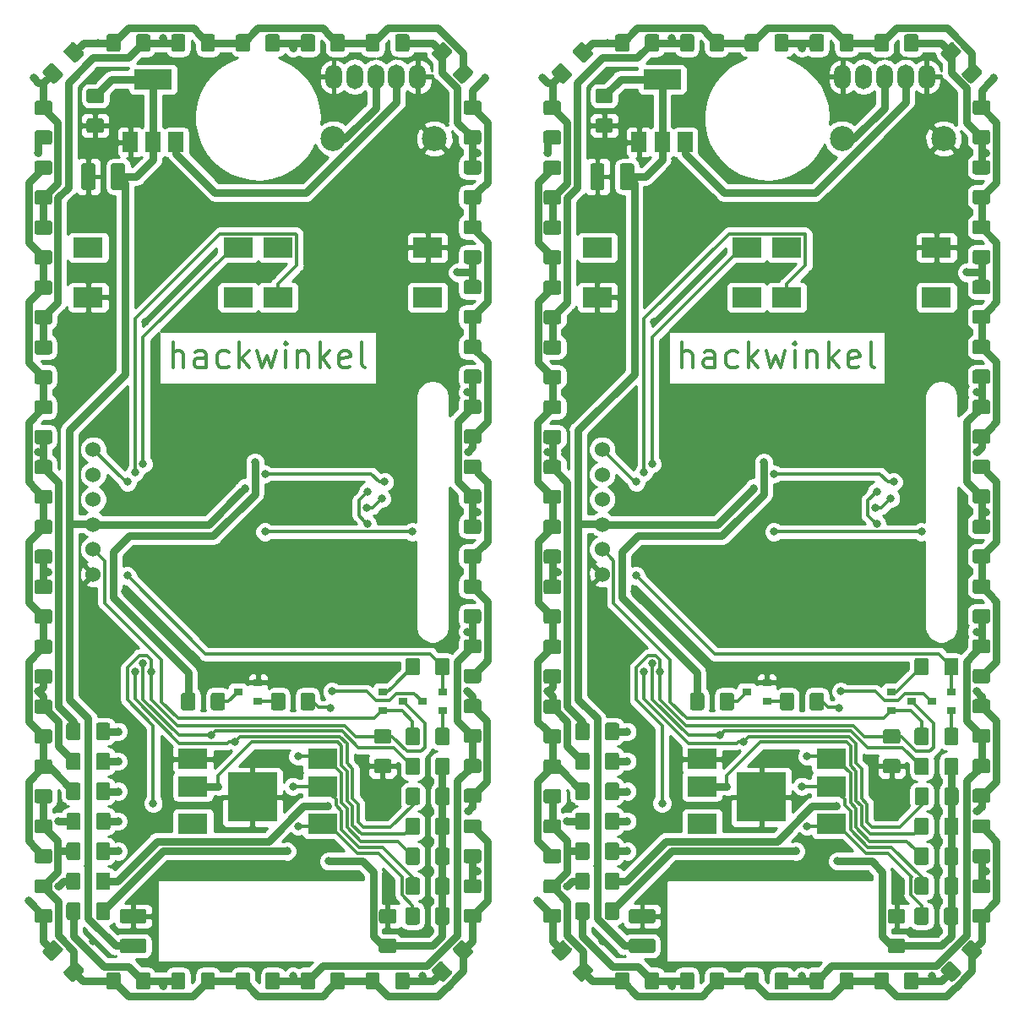
<source format=gbr>
G04 #@! TF.GenerationSoftware,KiCad,Pcbnew,5.0.2+dfsg1-1*
G04 #@! TF.CreationDate,2020-08-14T01:20:14+02:00*
G04 #@! TF.ProjectId,badge,62616467-652e-46b6-9963-61645f706362,rev?*
G04 #@! TF.SameCoordinates,Original*
G04 #@! TF.FileFunction,Copper,L1,Top*
G04 #@! TF.FilePolarity,Positive*
%FSLAX46Y46*%
G04 Gerber Fmt 4.6, Leading zero omitted, Abs format (unit mm)*
G04 Created by KiCad (PCBNEW 5.0.2+dfsg1-1) date Fri 14 Aug 2020 01:20:14 AM CEST*
%MOMM*%
%LPD*%
G01*
G04 APERTURE LIST*
G04 #@! TA.AperFunction,NonConductor*
%ADD10C,0.300000*%
G04 #@! TD*
G04 #@! TA.AperFunction,Conductor*
%ADD11C,0.100000*%
G04 #@! TD*
G04 #@! TA.AperFunction,SMDPad,CuDef*
%ADD12C,1.425000*%
G04 #@! TD*
G04 #@! TA.AperFunction,SMDPad,CuDef*
%ADD13R,3.000000X2.000000*%
G04 #@! TD*
G04 #@! TA.AperFunction,SMDPad,CuDef*
%ADD14R,0.900000X0.800000*%
G04 #@! TD*
G04 #@! TA.AperFunction,ComponentPad*
%ADD15C,1.524000*%
G04 #@! TD*
G04 #@! TA.AperFunction,ComponentPad*
%ADD16C,2.500000*%
G04 #@! TD*
G04 #@! TA.AperFunction,SMDPad,CuDef*
%ADD17R,3.800000X2.000000*%
G04 #@! TD*
G04 #@! TA.AperFunction,SMDPad,CuDef*
%ADD18R,1.500000X2.000000*%
G04 #@! TD*
G04 #@! TA.AperFunction,ComponentPad*
%ADD19O,1.700000X2.500000*%
G04 #@! TD*
G04 #@! TA.AperFunction,ComponentPad*
%ADD20R,5.000000X5.000000*%
G04 #@! TD*
G04 #@! TA.AperFunction,ViaPad*
%ADD21C,0.800000*%
G04 #@! TD*
G04 #@! TA.AperFunction,Conductor*
%ADD22C,0.750000*%
G04 #@! TD*
G04 #@! TA.AperFunction,Conductor*
%ADD23C,0.350000*%
G04 #@! TD*
G04 #@! TA.AperFunction,Conductor*
%ADD24C,0.250000*%
G04 #@! TD*
G04 #@! TA.AperFunction,NonConductor*
%ADD25C,0.250000*%
G04 #@! TD*
G04 APERTURE END LIST*
D10*
X105976190Y-105530952D02*
X105976190Y-103030952D01*
X107047619Y-105530952D02*
X107047619Y-104221428D01*
X106928571Y-103983333D01*
X106690476Y-103864285D01*
X106333333Y-103864285D01*
X106095238Y-103983333D01*
X105976190Y-104102380D01*
X109309523Y-105530952D02*
X109309523Y-104221428D01*
X109190476Y-103983333D01*
X108952380Y-103864285D01*
X108476190Y-103864285D01*
X108238095Y-103983333D01*
X109309523Y-105411904D02*
X109071428Y-105530952D01*
X108476190Y-105530952D01*
X108238095Y-105411904D01*
X108119047Y-105173809D01*
X108119047Y-104935714D01*
X108238095Y-104697619D01*
X108476190Y-104578571D01*
X109071428Y-104578571D01*
X109309523Y-104459523D01*
X111571428Y-105411904D02*
X111333333Y-105530952D01*
X110857142Y-105530952D01*
X110619047Y-105411904D01*
X110500000Y-105292857D01*
X110380952Y-105054761D01*
X110380952Y-104340476D01*
X110500000Y-104102380D01*
X110619047Y-103983333D01*
X110857142Y-103864285D01*
X111333333Y-103864285D01*
X111571428Y-103983333D01*
X112642857Y-105530952D02*
X112642857Y-103030952D01*
X112880952Y-104578571D02*
X113595238Y-105530952D01*
X113595238Y-103864285D02*
X112642857Y-104816666D01*
X114428571Y-103864285D02*
X114904761Y-105530952D01*
X115380952Y-104340476D01*
X115857142Y-105530952D01*
X116333333Y-103864285D01*
X117285714Y-105530952D02*
X117285714Y-103864285D01*
X117285714Y-103030952D02*
X117166666Y-103150000D01*
X117285714Y-103269047D01*
X117404761Y-103150000D01*
X117285714Y-103030952D01*
X117285714Y-103269047D01*
X118476190Y-103864285D02*
X118476190Y-105530952D01*
X118476190Y-104102380D02*
X118595238Y-103983333D01*
X118833333Y-103864285D01*
X119190476Y-103864285D01*
X119428571Y-103983333D01*
X119547619Y-104221428D01*
X119547619Y-105530952D01*
X120738095Y-105530952D02*
X120738095Y-103030952D01*
X120976190Y-104578571D02*
X121690476Y-105530952D01*
X121690476Y-103864285D02*
X120738095Y-104816666D01*
X123714285Y-105411904D02*
X123476190Y-105530952D01*
X123000000Y-105530952D01*
X122761904Y-105411904D01*
X122642857Y-105173809D01*
X122642857Y-104221428D01*
X122761904Y-103983333D01*
X123000000Y-103864285D01*
X123476190Y-103864285D01*
X123714285Y-103983333D01*
X123833333Y-104221428D01*
X123833333Y-104459523D01*
X122642857Y-104697619D01*
X125261904Y-105530952D02*
X125023809Y-105411904D01*
X124904761Y-105173809D01*
X124904761Y-103030952D01*
X156976190Y-105530952D02*
X156976190Y-103030952D01*
X158047619Y-105530952D02*
X158047619Y-104221428D01*
X157928571Y-103983333D01*
X157690476Y-103864285D01*
X157333333Y-103864285D01*
X157095238Y-103983333D01*
X156976190Y-104102380D01*
X160309523Y-105530952D02*
X160309523Y-104221428D01*
X160190476Y-103983333D01*
X159952380Y-103864285D01*
X159476190Y-103864285D01*
X159238095Y-103983333D01*
X160309523Y-105411904D02*
X160071428Y-105530952D01*
X159476190Y-105530952D01*
X159238095Y-105411904D01*
X159119047Y-105173809D01*
X159119047Y-104935714D01*
X159238095Y-104697619D01*
X159476190Y-104578571D01*
X160071428Y-104578571D01*
X160309523Y-104459523D01*
X162571428Y-105411904D02*
X162333333Y-105530952D01*
X161857142Y-105530952D01*
X161619047Y-105411904D01*
X161500000Y-105292857D01*
X161380952Y-105054761D01*
X161380952Y-104340476D01*
X161500000Y-104102380D01*
X161619047Y-103983333D01*
X161857142Y-103864285D01*
X162333333Y-103864285D01*
X162571428Y-103983333D01*
X163642857Y-105530952D02*
X163642857Y-103030952D01*
X163880952Y-104578571D02*
X164595238Y-105530952D01*
X164595238Y-103864285D02*
X163642857Y-104816666D01*
X165428571Y-103864285D02*
X165904761Y-105530952D01*
X166380952Y-104340476D01*
X166857142Y-105530952D01*
X167333333Y-103864285D01*
X168285714Y-105530952D02*
X168285714Y-103864285D01*
X168285714Y-103030952D02*
X168166666Y-103150000D01*
X168285714Y-103269047D01*
X168404761Y-103150000D01*
X168285714Y-103030952D01*
X168285714Y-103269047D01*
X169476190Y-103864285D02*
X169476190Y-105530952D01*
X169476190Y-104102380D02*
X169595238Y-103983333D01*
X169833333Y-103864285D01*
X170190476Y-103864285D01*
X170428571Y-103983333D01*
X170547619Y-104221428D01*
X170547619Y-105530952D01*
X171738095Y-105530952D02*
X171738095Y-103030952D01*
X171976190Y-104578571D02*
X172690476Y-105530952D01*
X172690476Y-103864285D02*
X171738095Y-104816666D01*
X174714285Y-105411904D02*
X174476190Y-105530952D01*
X174000000Y-105530952D01*
X173761904Y-105411904D01*
X173642857Y-105173809D01*
X173642857Y-104221428D01*
X173761904Y-103983333D01*
X174000000Y-103864285D01*
X174476190Y-103864285D01*
X174714285Y-103983333D01*
X174833333Y-104221428D01*
X174833333Y-104459523D01*
X173642857Y-104697619D01*
X176261904Y-105530952D02*
X176023809Y-105411904D01*
X175904761Y-105173809D01*
X175904761Y-103030952D01*
D11*
G04 #@! TO.N,N/C*
G04 #@! TO.C,D29*
G36*
X100512004Y-166126204D02*
X100536273Y-166129804D01*
X100560071Y-166135765D01*
X100583171Y-166144030D01*
X100605349Y-166154520D01*
X100626393Y-166167133D01*
X100646098Y-166181747D01*
X100664277Y-166198223D01*
X100680753Y-166216402D01*
X100695367Y-166236107D01*
X100707980Y-166257151D01*
X100718470Y-166279329D01*
X100726735Y-166302429D01*
X100732696Y-166326227D01*
X100736296Y-166350496D01*
X100737500Y-166375000D01*
X100737500Y-167625000D01*
X100736296Y-167649504D01*
X100732696Y-167673773D01*
X100726735Y-167697571D01*
X100718470Y-167720671D01*
X100707980Y-167742849D01*
X100695367Y-167763893D01*
X100680753Y-167783598D01*
X100664277Y-167801777D01*
X100646098Y-167818253D01*
X100626393Y-167832867D01*
X100605349Y-167845480D01*
X100583171Y-167855970D01*
X100560071Y-167864235D01*
X100536273Y-167870196D01*
X100512004Y-167873796D01*
X100487500Y-167875000D01*
X99562500Y-167875000D01*
X99537996Y-167873796D01*
X99513727Y-167870196D01*
X99489929Y-167864235D01*
X99466829Y-167855970D01*
X99444651Y-167845480D01*
X99423607Y-167832867D01*
X99403902Y-167818253D01*
X99385723Y-167801777D01*
X99369247Y-167783598D01*
X99354633Y-167763893D01*
X99342020Y-167742849D01*
X99331530Y-167720671D01*
X99323265Y-167697571D01*
X99317304Y-167673773D01*
X99313704Y-167649504D01*
X99312500Y-167625000D01*
X99312500Y-166375000D01*
X99313704Y-166350496D01*
X99317304Y-166326227D01*
X99323265Y-166302429D01*
X99331530Y-166279329D01*
X99342020Y-166257151D01*
X99354633Y-166236107D01*
X99369247Y-166216402D01*
X99385723Y-166198223D01*
X99403902Y-166181747D01*
X99423607Y-166167133D01*
X99444651Y-166154520D01*
X99466829Y-166144030D01*
X99489929Y-166135765D01*
X99513727Y-166129804D01*
X99537996Y-166126204D01*
X99562500Y-166125000D01*
X100487500Y-166125000D01*
X100512004Y-166126204D01*
X100512004Y-166126204D01*
G37*
D12*
G04 #@! TD*
G04 #@! TO.P,D29,1*
G04 #@! TO.N,N/C*
X100025000Y-167000000D03*
D11*
G04 #@! TO.N,N/C*
G04 #@! TO.C,D29*
G36*
X103487004Y-166126204D02*
X103511273Y-166129804D01*
X103535071Y-166135765D01*
X103558171Y-166144030D01*
X103580349Y-166154520D01*
X103601393Y-166167133D01*
X103621098Y-166181747D01*
X103639277Y-166198223D01*
X103655753Y-166216402D01*
X103670367Y-166236107D01*
X103682980Y-166257151D01*
X103693470Y-166279329D01*
X103701735Y-166302429D01*
X103707696Y-166326227D01*
X103711296Y-166350496D01*
X103712500Y-166375000D01*
X103712500Y-167625000D01*
X103711296Y-167649504D01*
X103707696Y-167673773D01*
X103701735Y-167697571D01*
X103693470Y-167720671D01*
X103682980Y-167742849D01*
X103670367Y-167763893D01*
X103655753Y-167783598D01*
X103639277Y-167801777D01*
X103621098Y-167818253D01*
X103601393Y-167832867D01*
X103580349Y-167845480D01*
X103558171Y-167855970D01*
X103535071Y-167864235D01*
X103511273Y-167870196D01*
X103487004Y-167873796D01*
X103462500Y-167875000D01*
X102537500Y-167875000D01*
X102512996Y-167873796D01*
X102488727Y-167870196D01*
X102464929Y-167864235D01*
X102441829Y-167855970D01*
X102419651Y-167845480D01*
X102398607Y-167832867D01*
X102378902Y-167818253D01*
X102360723Y-167801777D01*
X102344247Y-167783598D01*
X102329633Y-167763893D01*
X102317020Y-167742849D01*
X102306530Y-167720671D01*
X102298265Y-167697571D01*
X102292304Y-167673773D01*
X102288704Y-167649504D01*
X102287500Y-167625000D01*
X102287500Y-166375000D01*
X102288704Y-166350496D01*
X102292304Y-166326227D01*
X102298265Y-166302429D01*
X102306530Y-166279329D01*
X102317020Y-166257151D01*
X102329633Y-166236107D01*
X102344247Y-166216402D01*
X102360723Y-166198223D01*
X102378902Y-166181747D01*
X102398607Y-166167133D01*
X102419651Y-166154520D01*
X102441829Y-166144030D01*
X102464929Y-166135765D01*
X102488727Y-166129804D01*
X102512996Y-166126204D01*
X102537500Y-166125000D01*
X103462500Y-166125000D01*
X103487004Y-166126204D01*
X103487004Y-166126204D01*
G37*
D12*
G04 #@! TD*
G04 #@! TO.P,D29,2*
G04 #@! TO.N,N/C*
X103000000Y-167000000D03*
D13*
G04 #@! TO.P,U4,1*
G04 #@! TO.N,N/C*
X108000000Y-144750000D03*
G04 #@! TO.P,U4,2*
X108000000Y-147500000D03*
G04 #@! TO.P,U4,3*
X108000000Y-151250000D03*
G04 #@! TO.P,U4,4*
X121000000Y-151250000D03*
G04 #@! TO.P,U4,5*
X121000000Y-147500000D03*
G04 #@! TO.P,U4,6*
X121000000Y-144750000D03*
G04 #@! TD*
D11*
G04 #@! TO.N,N/C*
G04 #@! TO.C,D28*
G36*
X109974504Y-72126204D02*
X109998773Y-72129804D01*
X110022571Y-72135765D01*
X110045671Y-72144030D01*
X110067849Y-72154520D01*
X110088893Y-72167133D01*
X110108598Y-72181747D01*
X110126777Y-72198223D01*
X110143253Y-72216402D01*
X110157867Y-72236107D01*
X110170480Y-72257151D01*
X110180970Y-72279329D01*
X110189235Y-72302429D01*
X110195196Y-72326227D01*
X110198796Y-72350496D01*
X110200000Y-72375000D01*
X110200000Y-73625000D01*
X110198796Y-73649504D01*
X110195196Y-73673773D01*
X110189235Y-73697571D01*
X110180970Y-73720671D01*
X110170480Y-73742849D01*
X110157867Y-73763893D01*
X110143253Y-73783598D01*
X110126777Y-73801777D01*
X110108598Y-73818253D01*
X110088893Y-73832867D01*
X110067849Y-73845480D01*
X110045671Y-73855970D01*
X110022571Y-73864235D01*
X109998773Y-73870196D01*
X109974504Y-73873796D01*
X109950000Y-73875000D01*
X109025000Y-73875000D01*
X109000496Y-73873796D01*
X108976227Y-73870196D01*
X108952429Y-73864235D01*
X108929329Y-73855970D01*
X108907151Y-73845480D01*
X108886107Y-73832867D01*
X108866402Y-73818253D01*
X108848223Y-73801777D01*
X108831747Y-73783598D01*
X108817133Y-73763893D01*
X108804520Y-73742849D01*
X108794030Y-73720671D01*
X108785765Y-73697571D01*
X108779804Y-73673773D01*
X108776204Y-73649504D01*
X108775000Y-73625000D01*
X108775000Y-72375000D01*
X108776204Y-72350496D01*
X108779804Y-72326227D01*
X108785765Y-72302429D01*
X108794030Y-72279329D01*
X108804520Y-72257151D01*
X108817133Y-72236107D01*
X108831747Y-72216402D01*
X108848223Y-72198223D01*
X108866402Y-72181747D01*
X108886107Y-72167133D01*
X108907151Y-72154520D01*
X108929329Y-72144030D01*
X108952429Y-72135765D01*
X108976227Y-72129804D01*
X109000496Y-72126204D01*
X109025000Y-72125000D01*
X109950000Y-72125000D01*
X109974504Y-72126204D01*
X109974504Y-72126204D01*
G37*
D12*
G04 #@! TD*
G04 #@! TO.P,D28,1*
G04 #@! TO.N,N/C*
X109487500Y-73000000D03*
D11*
G04 #@! TO.N,N/C*
G04 #@! TO.C,D28*
G36*
X106999504Y-72126204D02*
X107023773Y-72129804D01*
X107047571Y-72135765D01*
X107070671Y-72144030D01*
X107092849Y-72154520D01*
X107113893Y-72167133D01*
X107133598Y-72181747D01*
X107151777Y-72198223D01*
X107168253Y-72216402D01*
X107182867Y-72236107D01*
X107195480Y-72257151D01*
X107205970Y-72279329D01*
X107214235Y-72302429D01*
X107220196Y-72326227D01*
X107223796Y-72350496D01*
X107225000Y-72375000D01*
X107225000Y-73625000D01*
X107223796Y-73649504D01*
X107220196Y-73673773D01*
X107214235Y-73697571D01*
X107205970Y-73720671D01*
X107195480Y-73742849D01*
X107182867Y-73763893D01*
X107168253Y-73783598D01*
X107151777Y-73801777D01*
X107133598Y-73818253D01*
X107113893Y-73832867D01*
X107092849Y-73845480D01*
X107070671Y-73855970D01*
X107047571Y-73864235D01*
X107023773Y-73870196D01*
X106999504Y-73873796D01*
X106975000Y-73875000D01*
X106050000Y-73875000D01*
X106025496Y-73873796D01*
X106001227Y-73870196D01*
X105977429Y-73864235D01*
X105954329Y-73855970D01*
X105932151Y-73845480D01*
X105911107Y-73832867D01*
X105891402Y-73818253D01*
X105873223Y-73801777D01*
X105856747Y-73783598D01*
X105842133Y-73763893D01*
X105829520Y-73742849D01*
X105819030Y-73720671D01*
X105810765Y-73697571D01*
X105804804Y-73673773D01*
X105801204Y-73649504D01*
X105800000Y-73625000D01*
X105800000Y-72375000D01*
X105801204Y-72350496D01*
X105804804Y-72326227D01*
X105810765Y-72302429D01*
X105819030Y-72279329D01*
X105829520Y-72257151D01*
X105842133Y-72236107D01*
X105856747Y-72216402D01*
X105873223Y-72198223D01*
X105891402Y-72181747D01*
X105911107Y-72167133D01*
X105932151Y-72154520D01*
X105954329Y-72144030D01*
X105977429Y-72135765D01*
X106001227Y-72129804D01*
X106025496Y-72126204D01*
X106050000Y-72125000D01*
X106975000Y-72125000D01*
X106999504Y-72126204D01*
X106999504Y-72126204D01*
G37*
D12*
G04 #@! TD*
G04 #@! TO.P,D28,2*
G04 #@! TO.N,N/C*
X106512500Y-73000000D03*
D11*
G04 #@! TO.N,N/C*
G04 #@! TO.C,D27*
G36*
X136649504Y-111738704D02*
X136673773Y-111742304D01*
X136697571Y-111748265D01*
X136720671Y-111756530D01*
X136742849Y-111767020D01*
X136763893Y-111779633D01*
X136783598Y-111794247D01*
X136801777Y-111810723D01*
X136818253Y-111828902D01*
X136832867Y-111848607D01*
X136845480Y-111869651D01*
X136855970Y-111891829D01*
X136864235Y-111914929D01*
X136870196Y-111938727D01*
X136873796Y-111962996D01*
X136875000Y-111987500D01*
X136875000Y-112912500D01*
X136873796Y-112937004D01*
X136870196Y-112961273D01*
X136864235Y-112985071D01*
X136855970Y-113008171D01*
X136845480Y-113030349D01*
X136832867Y-113051393D01*
X136818253Y-113071098D01*
X136801777Y-113089277D01*
X136783598Y-113105753D01*
X136763893Y-113120367D01*
X136742849Y-113132980D01*
X136720671Y-113143470D01*
X136697571Y-113151735D01*
X136673773Y-113157696D01*
X136649504Y-113161296D01*
X136625000Y-113162500D01*
X135375000Y-113162500D01*
X135350496Y-113161296D01*
X135326227Y-113157696D01*
X135302429Y-113151735D01*
X135279329Y-113143470D01*
X135257151Y-113132980D01*
X135236107Y-113120367D01*
X135216402Y-113105753D01*
X135198223Y-113089277D01*
X135181747Y-113071098D01*
X135167133Y-113051393D01*
X135154520Y-113030349D01*
X135144030Y-113008171D01*
X135135765Y-112985071D01*
X135129804Y-112961273D01*
X135126204Y-112937004D01*
X135125000Y-112912500D01*
X135125000Y-111987500D01*
X135126204Y-111962996D01*
X135129804Y-111938727D01*
X135135765Y-111914929D01*
X135144030Y-111891829D01*
X135154520Y-111869651D01*
X135167133Y-111848607D01*
X135181747Y-111828902D01*
X135198223Y-111810723D01*
X135216402Y-111794247D01*
X135236107Y-111779633D01*
X135257151Y-111767020D01*
X135279329Y-111756530D01*
X135302429Y-111748265D01*
X135326227Y-111742304D01*
X135350496Y-111738704D01*
X135375000Y-111737500D01*
X136625000Y-111737500D01*
X136649504Y-111738704D01*
X136649504Y-111738704D01*
G37*
D12*
G04 #@! TD*
G04 #@! TO.P,D27,1*
G04 #@! TO.N,N/C*
X136000000Y-112450000D03*
D11*
G04 #@! TO.N,N/C*
G04 #@! TO.C,D27*
G36*
X136649504Y-108763704D02*
X136673773Y-108767304D01*
X136697571Y-108773265D01*
X136720671Y-108781530D01*
X136742849Y-108792020D01*
X136763893Y-108804633D01*
X136783598Y-108819247D01*
X136801777Y-108835723D01*
X136818253Y-108853902D01*
X136832867Y-108873607D01*
X136845480Y-108894651D01*
X136855970Y-108916829D01*
X136864235Y-108939929D01*
X136870196Y-108963727D01*
X136873796Y-108987996D01*
X136875000Y-109012500D01*
X136875000Y-109937500D01*
X136873796Y-109962004D01*
X136870196Y-109986273D01*
X136864235Y-110010071D01*
X136855970Y-110033171D01*
X136845480Y-110055349D01*
X136832867Y-110076393D01*
X136818253Y-110096098D01*
X136801777Y-110114277D01*
X136783598Y-110130753D01*
X136763893Y-110145367D01*
X136742849Y-110157980D01*
X136720671Y-110168470D01*
X136697571Y-110176735D01*
X136673773Y-110182696D01*
X136649504Y-110186296D01*
X136625000Y-110187500D01*
X135375000Y-110187500D01*
X135350496Y-110186296D01*
X135326227Y-110182696D01*
X135302429Y-110176735D01*
X135279329Y-110168470D01*
X135257151Y-110157980D01*
X135236107Y-110145367D01*
X135216402Y-110130753D01*
X135198223Y-110114277D01*
X135181747Y-110096098D01*
X135167133Y-110076393D01*
X135154520Y-110055349D01*
X135144030Y-110033171D01*
X135135765Y-110010071D01*
X135129804Y-109986273D01*
X135126204Y-109962004D01*
X135125000Y-109937500D01*
X135125000Y-109012500D01*
X135126204Y-108987996D01*
X135129804Y-108963727D01*
X135135765Y-108939929D01*
X135144030Y-108916829D01*
X135154520Y-108894651D01*
X135167133Y-108873607D01*
X135181747Y-108853902D01*
X135198223Y-108835723D01*
X135216402Y-108819247D01*
X135236107Y-108804633D01*
X135257151Y-108792020D01*
X135279329Y-108781530D01*
X135302429Y-108773265D01*
X135326227Y-108767304D01*
X135350496Y-108763704D01*
X135375000Y-108762500D01*
X136625000Y-108762500D01*
X136649504Y-108763704D01*
X136649504Y-108763704D01*
G37*
D12*
G04 #@! TD*
G04 #@! TO.P,D27,2*
G04 #@! TO.N,N/C*
X136000000Y-109475000D03*
D11*
G04 #@! TO.N,N/C*
G04 #@! TO.C,D26*
G36*
X136649504Y-123738704D02*
X136673773Y-123742304D01*
X136697571Y-123748265D01*
X136720671Y-123756530D01*
X136742849Y-123767020D01*
X136763893Y-123779633D01*
X136783598Y-123794247D01*
X136801777Y-123810723D01*
X136818253Y-123828902D01*
X136832867Y-123848607D01*
X136845480Y-123869651D01*
X136855970Y-123891829D01*
X136864235Y-123914929D01*
X136870196Y-123938727D01*
X136873796Y-123962996D01*
X136875000Y-123987500D01*
X136875000Y-124912500D01*
X136873796Y-124937004D01*
X136870196Y-124961273D01*
X136864235Y-124985071D01*
X136855970Y-125008171D01*
X136845480Y-125030349D01*
X136832867Y-125051393D01*
X136818253Y-125071098D01*
X136801777Y-125089277D01*
X136783598Y-125105753D01*
X136763893Y-125120367D01*
X136742849Y-125132980D01*
X136720671Y-125143470D01*
X136697571Y-125151735D01*
X136673773Y-125157696D01*
X136649504Y-125161296D01*
X136625000Y-125162500D01*
X135375000Y-125162500D01*
X135350496Y-125161296D01*
X135326227Y-125157696D01*
X135302429Y-125151735D01*
X135279329Y-125143470D01*
X135257151Y-125132980D01*
X135236107Y-125120367D01*
X135216402Y-125105753D01*
X135198223Y-125089277D01*
X135181747Y-125071098D01*
X135167133Y-125051393D01*
X135154520Y-125030349D01*
X135144030Y-125008171D01*
X135135765Y-124985071D01*
X135129804Y-124961273D01*
X135126204Y-124937004D01*
X135125000Y-124912500D01*
X135125000Y-123987500D01*
X135126204Y-123962996D01*
X135129804Y-123938727D01*
X135135765Y-123914929D01*
X135144030Y-123891829D01*
X135154520Y-123869651D01*
X135167133Y-123848607D01*
X135181747Y-123828902D01*
X135198223Y-123810723D01*
X135216402Y-123794247D01*
X135236107Y-123779633D01*
X135257151Y-123767020D01*
X135279329Y-123756530D01*
X135302429Y-123748265D01*
X135326227Y-123742304D01*
X135350496Y-123738704D01*
X135375000Y-123737500D01*
X136625000Y-123737500D01*
X136649504Y-123738704D01*
X136649504Y-123738704D01*
G37*
D12*
G04 #@! TD*
G04 #@! TO.P,D26,1*
G04 #@! TO.N,N/C*
X136000000Y-124450000D03*
D11*
G04 #@! TO.N,N/C*
G04 #@! TO.C,D26*
G36*
X136649504Y-120763704D02*
X136673773Y-120767304D01*
X136697571Y-120773265D01*
X136720671Y-120781530D01*
X136742849Y-120792020D01*
X136763893Y-120804633D01*
X136783598Y-120819247D01*
X136801777Y-120835723D01*
X136818253Y-120853902D01*
X136832867Y-120873607D01*
X136845480Y-120894651D01*
X136855970Y-120916829D01*
X136864235Y-120939929D01*
X136870196Y-120963727D01*
X136873796Y-120987996D01*
X136875000Y-121012500D01*
X136875000Y-121937500D01*
X136873796Y-121962004D01*
X136870196Y-121986273D01*
X136864235Y-122010071D01*
X136855970Y-122033171D01*
X136845480Y-122055349D01*
X136832867Y-122076393D01*
X136818253Y-122096098D01*
X136801777Y-122114277D01*
X136783598Y-122130753D01*
X136763893Y-122145367D01*
X136742849Y-122157980D01*
X136720671Y-122168470D01*
X136697571Y-122176735D01*
X136673773Y-122182696D01*
X136649504Y-122186296D01*
X136625000Y-122187500D01*
X135375000Y-122187500D01*
X135350496Y-122186296D01*
X135326227Y-122182696D01*
X135302429Y-122176735D01*
X135279329Y-122168470D01*
X135257151Y-122157980D01*
X135236107Y-122145367D01*
X135216402Y-122130753D01*
X135198223Y-122114277D01*
X135181747Y-122096098D01*
X135167133Y-122076393D01*
X135154520Y-122055349D01*
X135144030Y-122033171D01*
X135135765Y-122010071D01*
X135129804Y-121986273D01*
X135126204Y-121962004D01*
X135125000Y-121937500D01*
X135125000Y-121012500D01*
X135126204Y-120987996D01*
X135129804Y-120963727D01*
X135135765Y-120939929D01*
X135144030Y-120916829D01*
X135154520Y-120894651D01*
X135167133Y-120873607D01*
X135181747Y-120853902D01*
X135198223Y-120835723D01*
X135216402Y-120819247D01*
X135236107Y-120804633D01*
X135257151Y-120792020D01*
X135279329Y-120781530D01*
X135302429Y-120773265D01*
X135326227Y-120767304D01*
X135350496Y-120763704D01*
X135375000Y-120762500D01*
X136625000Y-120762500D01*
X136649504Y-120763704D01*
X136649504Y-120763704D01*
G37*
D12*
G04 #@! TD*
G04 #@! TO.P,D26,2*
G04 #@! TO.N,N/C*
X136000000Y-121475000D03*
D11*
G04 #@! TO.N,N/C*
G04 #@! TO.C,D25*
G36*
X93649504Y-102801204D02*
X93673773Y-102804804D01*
X93697571Y-102810765D01*
X93720671Y-102819030D01*
X93742849Y-102829520D01*
X93763893Y-102842133D01*
X93783598Y-102856747D01*
X93801777Y-102873223D01*
X93818253Y-102891402D01*
X93832867Y-102911107D01*
X93845480Y-102932151D01*
X93855970Y-102954329D01*
X93864235Y-102977429D01*
X93870196Y-103001227D01*
X93873796Y-103025496D01*
X93875000Y-103050000D01*
X93875000Y-103975000D01*
X93873796Y-103999504D01*
X93870196Y-104023773D01*
X93864235Y-104047571D01*
X93855970Y-104070671D01*
X93845480Y-104092849D01*
X93832867Y-104113893D01*
X93818253Y-104133598D01*
X93801777Y-104151777D01*
X93783598Y-104168253D01*
X93763893Y-104182867D01*
X93742849Y-104195480D01*
X93720671Y-104205970D01*
X93697571Y-104214235D01*
X93673773Y-104220196D01*
X93649504Y-104223796D01*
X93625000Y-104225000D01*
X92375000Y-104225000D01*
X92350496Y-104223796D01*
X92326227Y-104220196D01*
X92302429Y-104214235D01*
X92279329Y-104205970D01*
X92257151Y-104195480D01*
X92236107Y-104182867D01*
X92216402Y-104168253D01*
X92198223Y-104151777D01*
X92181747Y-104133598D01*
X92167133Y-104113893D01*
X92154520Y-104092849D01*
X92144030Y-104070671D01*
X92135765Y-104047571D01*
X92129804Y-104023773D01*
X92126204Y-103999504D01*
X92125000Y-103975000D01*
X92125000Y-103050000D01*
X92126204Y-103025496D01*
X92129804Y-103001227D01*
X92135765Y-102977429D01*
X92144030Y-102954329D01*
X92154520Y-102932151D01*
X92167133Y-102911107D01*
X92181747Y-102891402D01*
X92198223Y-102873223D01*
X92216402Y-102856747D01*
X92236107Y-102842133D01*
X92257151Y-102829520D01*
X92279329Y-102819030D01*
X92302429Y-102810765D01*
X92326227Y-102804804D01*
X92350496Y-102801204D01*
X92375000Y-102800000D01*
X93625000Y-102800000D01*
X93649504Y-102801204D01*
X93649504Y-102801204D01*
G37*
D12*
G04 #@! TD*
G04 #@! TO.P,D25,1*
G04 #@! TO.N,N/C*
X93000000Y-103512500D03*
D11*
G04 #@! TO.N,N/C*
G04 #@! TO.C,D25*
G36*
X93649504Y-105776204D02*
X93673773Y-105779804D01*
X93697571Y-105785765D01*
X93720671Y-105794030D01*
X93742849Y-105804520D01*
X93763893Y-105817133D01*
X93783598Y-105831747D01*
X93801777Y-105848223D01*
X93818253Y-105866402D01*
X93832867Y-105886107D01*
X93845480Y-105907151D01*
X93855970Y-105929329D01*
X93864235Y-105952429D01*
X93870196Y-105976227D01*
X93873796Y-106000496D01*
X93875000Y-106025000D01*
X93875000Y-106950000D01*
X93873796Y-106974504D01*
X93870196Y-106998773D01*
X93864235Y-107022571D01*
X93855970Y-107045671D01*
X93845480Y-107067849D01*
X93832867Y-107088893D01*
X93818253Y-107108598D01*
X93801777Y-107126777D01*
X93783598Y-107143253D01*
X93763893Y-107157867D01*
X93742849Y-107170480D01*
X93720671Y-107180970D01*
X93697571Y-107189235D01*
X93673773Y-107195196D01*
X93649504Y-107198796D01*
X93625000Y-107200000D01*
X92375000Y-107200000D01*
X92350496Y-107198796D01*
X92326227Y-107195196D01*
X92302429Y-107189235D01*
X92279329Y-107180970D01*
X92257151Y-107170480D01*
X92236107Y-107157867D01*
X92216402Y-107143253D01*
X92198223Y-107126777D01*
X92181747Y-107108598D01*
X92167133Y-107088893D01*
X92154520Y-107067849D01*
X92144030Y-107045671D01*
X92135765Y-107022571D01*
X92129804Y-106998773D01*
X92126204Y-106974504D01*
X92125000Y-106950000D01*
X92125000Y-106025000D01*
X92126204Y-106000496D01*
X92129804Y-105976227D01*
X92135765Y-105952429D01*
X92144030Y-105929329D01*
X92154520Y-105907151D01*
X92167133Y-105886107D01*
X92181747Y-105866402D01*
X92198223Y-105848223D01*
X92216402Y-105831747D01*
X92236107Y-105817133D01*
X92257151Y-105804520D01*
X92279329Y-105794030D01*
X92302429Y-105785765D01*
X92326227Y-105779804D01*
X92350496Y-105776204D01*
X92375000Y-105775000D01*
X93625000Y-105775000D01*
X93649504Y-105776204D01*
X93649504Y-105776204D01*
G37*
D12*
G04 #@! TD*
G04 #@! TO.P,D25,2*
G04 #@! TO.N,N/C*
X93000000Y-106487500D03*
D11*
G04 #@! TO.N,N/C*
G04 #@! TO.C,D24*
G36*
X106999504Y-166126204D02*
X107023773Y-166129804D01*
X107047571Y-166135765D01*
X107070671Y-166144030D01*
X107092849Y-166154520D01*
X107113893Y-166167133D01*
X107133598Y-166181747D01*
X107151777Y-166198223D01*
X107168253Y-166216402D01*
X107182867Y-166236107D01*
X107195480Y-166257151D01*
X107205970Y-166279329D01*
X107214235Y-166302429D01*
X107220196Y-166326227D01*
X107223796Y-166350496D01*
X107225000Y-166375000D01*
X107225000Y-167625000D01*
X107223796Y-167649504D01*
X107220196Y-167673773D01*
X107214235Y-167697571D01*
X107205970Y-167720671D01*
X107195480Y-167742849D01*
X107182867Y-167763893D01*
X107168253Y-167783598D01*
X107151777Y-167801777D01*
X107133598Y-167818253D01*
X107113893Y-167832867D01*
X107092849Y-167845480D01*
X107070671Y-167855970D01*
X107047571Y-167864235D01*
X107023773Y-167870196D01*
X106999504Y-167873796D01*
X106975000Y-167875000D01*
X106050000Y-167875000D01*
X106025496Y-167873796D01*
X106001227Y-167870196D01*
X105977429Y-167864235D01*
X105954329Y-167855970D01*
X105932151Y-167845480D01*
X105911107Y-167832867D01*
X105891402Y-167818253D01*
X105873223Y-167801777D01*
X105856747Y-167783598D01*
X105842133Y-167763893D01*
X105829520Y-167742849D01*
X105819030Y-167720671D01*
X105810765Y-167697571D01*
X105804804Y-167673773D01*
X105801204Y-167649504D01*
X105800000Y-167625000D01*
X105800000Y-166375000D01*
X105801204Y-166350496D01*
X105804804Y-166326227D01*
X105810765Y-166302429D01*
X105819030Y-166279329D01*
X105829520Y-166257151D01*
X105842133Y-166236107D01*
X105856747Y-166216402D01*
X105873223Y-166198223D01*
X105891402Y-166181747D01*
X105911107Y-166167133D01*
X105932151Y-166154520D01*
X105954329Y-166144030D01*
X105977429Y-166135765D01*
X106001227Y-166129804D01*
X106025496Y-166126204D01*
X106050000Y-166125000D01*
X106975000Y-166125000D01*
X106999504Y-166126204D01*
X106999504Y-166126204D01*
G37*
D12*
G04 #@! TD*
G04 #@! TO.P,D24,1*
G04 #@! TO.N,N/C*
X106512500Y-167000000D03*
D11*
G04 #@! TO.N,N/C*
G04 #@! TO.C,D24*
G36*
X109974504Y-166126204D02*
X109998773Y-166129804D01*
X110022571Y-166135765D01*
X110045671Y-166144030D01*
X110067849Y-166154520D01*
X110088893Y-166167133D01*
X110108598Y-166181747D01*
X110126777Y-166198223D01*
X110143253Y-166216402D01*
X110157867Y-166236107D01*
X110170480Y-166257151D01*
X110180970Y-166279329D01*
X110189235Y-166302429D01*
X110195196Y-166326227D01*
X110198796Y-166350496D01*
X110200000Y-166375000D01*
X110200000Y-167625000D01*
X110198796Y-167649504D01*
X110195196Y-167673773D01*
X110189235Y-167697571D01*
X110180970Y-167720671D01*
X110170480Y-167742849D01*
X110157867Y-167763893D01*
X110143253Y-167783598D01*
X110126777Y-167801777D01*
X110108598Y-167818253D01*
X110088893Y-167832867D01*
X110067849Y-167845480D01*
X110045671Y-167855970D01*
X110022571Y-167864235D01*
X109998773Y-167870196D01*
X109974504Y-167873796D01*
X109950000Y-167875000D01*
X109025000Y-167875000D01*
X109000496Y-167873796D01*
X108976227Y-167870196D01*
X108952429Y-167864235D01*
X108929329Y-167855970D01*
X108907151Y-167845480D01*
X108886107Y-167832867D01*
X108866402Y-167818253D01*
X108848223Y-167801777D01*
X108831747Y-167783598D01*
X108817133Y-167763893D01*
X108804520Y-167742849D01*
X108794030Y-167720671D01*
X108785765Y-167697571D01*
X108779804Y-167673773D01*
X108776204Y-167649504D01*
X108775000Y-167625000D01*
X108775000Y-166375000D01*
X108776204Y-166350496D01*
X108779804Y-166326227D01*
X108785765Y-166302429D01*
X108794030Y-166279329D01*
X108804520Y-166257151D01*
X108817133Y-166236107D01*
X108831747Y-166216402D01*
X108848223Y-166198223D01*
X108866402Y-166181747D01*
X108886107Y-166167133D01*
X108907151Y-166154520D01*
X108929329Y-166144030D01*
X108952429Y-166135765D01*
X108976227Y-166129804D01*
X109000496Y-166126204D01*
X109025000Y-166125000D01*
X109950000Y-166125000D01*
X109974504Y-166126204D01*
X109974504Y-166126204D01*
G37*
D12*
G04 #@! TD*
G04 #@! TO.P,D24,2*
G04 #@! TO.N,N/C*
X109487500Y-167000000D03*
D11*
G04 #@! TO.N,N/C*
G04 #@! TO.C,D23*
G36*
X103487004Y-72126204D02*
X103511273Y-72129804D01*
X103535071Y-72135765D01*
X103558171Y-72144030D01*
X103580349Y-72154520D01*
X103601393Y-72167133D01*
X103621098Y-72181747D01*
X103639277Y-72198223D01*
X103655753Y-72216402D01*
X103670367Y-72236107D01*
X103682980Y-72257151D01*
X103693470Y-72279329D01*
X103701735Y-72302429D01*
X103707696Y-72326227D01*
X103711296Y-72350496D01*
X103712500Y-72375000D01*
X103712500Y-73625000D01*
X103711296Y-73649504D01*
X103707696Y-73673773D01*
X103701735Y-73697571D01*
X103693470Y-73720671D01*
X103682980Y-73742849D01*
X103670367Y-73763893D01*
X103655753Y-73783598D01*
X103639277Y-73801777D01*
X103621098Y-73818253D01*
X103601393Y-73832867D01*
X103580349Y-73845480D01*
X103558171Y-73855970D01*
X103535071Y-73864235D01*
X103511273Y-73870196D01*
X103487004Y-73873796D01*
X103462500Y-73875000D01*
X102537500Y-73875000D01*
X102512996Y-73873796D01*
X102488727Y-73870196D01*
X102464929Y-73864235D01*
X102441829Y-73855970D01*
X102419651Y-73845480D01*
X102398607Y-73832867D01*
X102378902Y-73818253D01*
X102360723Y-73801777D01*
X102344247Y-73783598D01*
X102329633Y-73763893D01*
X102317020Y-73742849D01*
X102306530Y-73720671D01*
X102298265Y-73697571D01*
X102292304Y-73673773D01*
X102288704Y-73649504D01*
X102287500Y-73625000D01*
X102287500Y-72375000D01*
X102288704Y-72350496D01*
X102292304Y-72326227D01*
X102298265Y-72302429D01*
X102306530Y-72279329D01*
X102317020Y-72257151D01*
X102329633Y-72236107D01*
X102344247Y-72216402D01*
X102360723Y-72198223D01*
X102378902Y-72181747D01*
X102398607Y-72167133D01*
X102419651Y-72154520D01*
X102441829Y-72144030D01*
X102464929Y-72135765D01*
X102488727Y-72129804D01*
X102512996Y-72126204D01*
X102537500Y-72125000D01*
X103462500Y-72125000D01*
X103487004Y-72126204D01*
X103487004Y-72126204D01*
G37*
D12*
G04 #@! TD*
G04 #@! TO.P,D23,1*
G04 #@! TO.N,N/C*
X103000000Y-73000000D03*
D11*
G04 #@! TO.N,N/C*
G04 #@! TO.C,D23*
G36*
X100512004Y-72126204D02*
X100536273Y-72129804D01*
X100560071Y-72135765D01*
X100583171Y-72144030D01*
X100605349Y-72154520D01*
X100626393Y-72167133D01*
X100646098Y-72181747D01*
X100664277Y-72198223D01*
X100680753Y-72216402D01*
X100695367Y-72236107D01*
X100707980Y-72257151D01*
X100718470Y-72279329D01*
X100726735Y-72302429D01*
X100732696Y-72326227D01*
X100736296Y-72350496D01*
X100737500Y-72375000D01*
X100737500Y-73625000D01*
X100736296Y-73649504D01*
X100732696Y-73673773D01*
X100726735Y-73697571D01*
X100718470Y-73720671D01*
X100707980Y-73742849D01*
X100695367Y-73763893D01*
X100680753Y-73783598D01*
X100664277Y-73801777D01*
X100646098Y-73818253D01*
X100626393Y-73832867D01*
X100605349Y-73845480D01*
X100583171Y-73855970D01*
X100560071Y-73864235D01*
X100536273Y-73870196D01*
X100512004Y-73873796D01*
X100487500Y-73875000D01*
X99562500Y-73875000D01*
X99537996Y-73873796D01*
X99513727Y-73870196D01*
X99489929Y-73864235D01*
X99466829Y-73855970D01*
X99444651Y-73845480D01*
X99423607Y-73832867D01*
X99403902Y-73818253D01*
X99385723Y-73801777D01*
X99369247Y-73783598D01*
X99354633Y-73763893D01*
X99342020Y-73742849D01*
X99331530Y-73720671D01*
X99323265Y-73697571D01*
X99317304Y-73673773D01*
X99313704Y-73649504D01*
X99312500Y-73625000D01*
X99312500Y-72375000D01*
X99313704Y-72350496D01*
X99317304Y-72326227D01*
X99323265Y-72302429D01*
X99331530Y-72279329D01*
X99342020Y-72257151D01*
X99354633Y-72236107D01*
X99369247Y-72216402D01*
X99385723Y-72198223D01*
X99403902Y-72181747D01*
X99423607Y-72167133D01*
X99444651Y-72154520D01*
X99466829Y-72144030D01*
X99489929Y-72135765D01*
X99513727Y-72129804D01*
X99537996Y-72126204D01*
X99562500Y-72125000D01*
X100487500Y-72125000D01*
X100512004Y-72126204D01*
X100512004Y-72126204D01*
G37*
D12*
G04 #@! TD*
G04 #@! TO.P,D23,2*
G04 #@! TO.N,N/C*
X100025000Y-73000000D03*
D11*
G04 #@! TO.N,N/C*
G04 #@! TO.C,D8*
G36*
X132857778Y-165034046D02*
X132882047Y-165037646D01*
X132905845Y-165043607D01*
X132928945Y-165051872D01*
X132951123Y-165062362D01*
X132972167Y-165074975D01*
X132991872Y-165089589D01*
X133010051Y-165106065D01*
X133893935Y-165989949D01*
X133910411Y-166008128D01*
X133925025Y-166027833D01*
X133937638Y-166048877D01*
X133948128Y-166071055D01*
X133956393Y-166094155D01*
X133962354Y-166117953D01*
X133965954Y-166142222D01*
X133967158Y-166166726D01*
X133965954Y-166191230D01*
X133962354Y-166215499D01*
X133956393Y-166239297D01*
X133948128Y-166262397D01*
X133937638Y-166284575D01*
X133925025Y-166305619D01*
X133910411Y-166325324D01*
X133893935Y-166343503D01*
X133239861Y-166997577D01*
X133221682Y-167014053D01*
X133201977Y-167028667D01*
X133180933Y-167041280D01*
X133158755Y-167051770D01*
X133135655Y-167060035D01*
X133111857Y-167065996D01*
X133087588Y-167069596D01*
X133063084Y-167070800D01*
X133038580Y-167069596D01*
X133014311Y-167065996D01*
X132990513Y-167060035D01*
X132967413Y-167051770D01*
X132945235Y-167041280D01*
X132924191Y-167028667D01*
X132904486Y-167014053D01*
X132886307Y-166997577D01*
X132002423Y-166113693D01*
X131985947Y-166095514D01*
X131971333Y-166075809D01*
X131958720Y-166054765D01*
X131948230Y-166032587D01*
X131939965Y-166009487D01*
X131934004Y-165985689D01*
X131930404Y-165961420D01*
X131929200Y-165936916D01*
X131930404Y-165912412D01*
X131934004Y-165888143D01*
X131939965Y-165864345D01*
X131948230Y-165841245D01*
X131958720Y-165819067D01*
X131971333Y-165798023D01*
X131985947Y-165778318D01*
X132002423Y-165760139D01*
X132656497Y-165106065D01*
X132674676Y-165089589D01*
X132694381Y-165074975D01*
X132715425Y-165062362D01*
X132737603Y-165051872D01*
X132760703Y-165043607D01*
X132784501Y-165037646D01*
X132808770Y-165034046D01*
X132833274Y-165032842D01*
X132857778Y-165034046D01*
X132857778Y-165034046D01*
G37*
D12*
G04 #@! TD*
G04 #@! TO.P,D8,1*
G04 #@! TO.N,N/C*
X132948179Y-166051821D03*
D11*
G04 #@! TO.N,N/C*
G04 #@! TO.C,D8*
G36*
X134961420Y-162930404D02*
X134985689Y-162934004D01*
X135009487Y-162939965D01*
X135032587Y-162948230D01*
X135054765Y-162958720D01*
X135075809Y-162971333D01*
X135095514Y-162985947D01*
X135113693Y-163002423D01*
X135997577Y-163886307D01*
X136014053Y-163904486D01*
X136028667Y-163924191D01*
X136041280Y-163945235D01*
X136051770Y-163967413D01*
X136060035Y-163990513D01*
X136065996Y-164014311D01*
X136069596Y-164038580D01*
X136070800Y-164063084D01*
X136069596Y-164087588D01*
X136065996Y-164111857D01*
X136060035Y-164135655D01*
X136051770Y-164158755D01*
X136041280Y-164180933D01*
X136028667Y-164201977D01*
X136014053Y-164221682D01*
X135997577Y-164239861D01*
X135343503Y-164893935D01*
X135325324Y-164910411D01*
X135305619Y-164925025D01*
X135284575Y-164937638D01*
X135262397Y-164948128D01*
X135239297Y-164956393D01*
X135215499Y-164962354D01*
X135191230Y-164965954D01*
X135166726Y-164967158D01*
X135142222Y-164965954D01*
X135117953Y-164962354D01*
X135094155Y-164956393D01*
X135071055Y-164948128D01*
X135048877Y-164937638D01*
X135027833Y-164925025D01*
X135008128Y-164910411D01*
X134989949Y-164893935D01*
X134106065Y-164010051D01*
X134089589Y-163991872D01*
X134074975Y-163972167D01*
X134062362Y-163951123D01*
X134051872Y-163928945D01*
X134043607Y-163905845D01*
X134037646Y-163882047D01*
X134034046Y-163857778D01*
X134032842Y-163833274D01*
X134034046Y-163808770D01*
X134037646Y-163784501D01*
X134043607Y-163760703D01*
X134051872Y-163737603D01*
X134062362Y-163715425D01*
X134074975Y-163694381D01*
X134089589Y-163674676D01*
X134106065Y-163656497D01*
X134760139Y-163002423D01*
X134778318Y-162985947D01*
X134798023Y-162971333D01*
X134819067Y-162958720D01*
X134841245Y-162948230D01*
X134864345Y-162939965D01*
X134888143Y-162934004D01*
X134912412Y-162930404D01*
X134936916Y-162929200D01*
X134961420Y-162930404D01*
X134961420Y-162930404D01*
G37*
D12*
G04 #@! TD*
G04 #@! TO.P,D8,2*
G04 #@! TO.N,N/C*
X135051821Y-163948179D03*
D11*
G04 #@! TO.N,N/C*
G04 #@! TO.C,D7*
G36*
X93649504Y-78801204D02*
X93673773Y-78804804D01*
X93697571Y-78810765D01*
X93720671Y-78819030D01*
X93742849Y-78829520D01*
X93763893Y-78842133D01*
X93783598Y-78856747D01*
X93801777Y-78873223D01*
X93818253Y-78891402D01*
X93832867Y-78911107D01*
X93845480Y-78932151D01*
X93855970Y-78954329D01*
X93864235Y-78977429D01*
X93870196Y-79001227D01*
X93873796Y-79025496D01*
X93875000Y-79050000D01*
X93875000Y-79975000D01*
X93873796Y-79999504D01*
X93870196Y-80023773D01*
X93864235Y-80047571D01*
X93855970Y-80070671D01*
X93845480Y-80092849D01*
X93832867Y-80113893D01*
X93818253Y-80133598D01*
X93801777Y-80151777D01*
X93783598Y-80168253D01*
X93763893Y-80182867D01*
X93742849Y-80195480D01*
X93720671Y-80205970D01*
X93697571Y-80214235D01*
X93673773Y-80220196D01*
X93649504Y-80223796D01*
X93625000Y-80225000D01*
X92375000Y-80225000D01*
X92350496Y-80223796D01*
X92326227Y-80220196D01*
X92302429Y-80214235D01*
X92279329Y-80205970D01*
X92257151Y-80195480D01*
X92236107Y-80182867D01*
X92216402Y-80168253D01*
X92198223Y-80151777D01*
X92181747Y-80133598D01*
X92167133Y-80113893D01*
X92154520Y-80092849D01*
X92144030Y-80070671D01*
X92135765Y-80047571D01*
X92129804Y-80023773D01*
X92126204Y-79999504D01*
X92125000Y-79975000D01*
X92125000Y-79050000D01*
X92126204Y-79025496D01*
X92129804Y-79001227D01*
X92135765Y-78977429D01*
X92144030Y-78954329D01*
X92154520Y-78932151D01*
X92167133Y-78911107D01*
X92181747Y-78891402D01*
X92198223Y-78873223D01*
X92216402Y-78856747D01*
X92236107Y-78842133D01*
X92257151Y-78829520D01*
X92279329Y-78819030D01*
X92302429Y-78810765D01*
X92326227Y-78804804D01*
X92350496Y-78801204D01*
X92375000Y-78800000D01*
X93625000Y-78800000D01*
X93649504Y-78801204D01*
X93649504Y-78801204D01*
G37*
D12*
G04 #@! TD*
G04 #@! TO.P,D7,1*
G04 #@! TO.N,N/C*
X93000000Y-79512500D03*
D11*
G04 #@! TO.N,N/C*
G04 #@! TO.C,D7*
G36*
X93649504Y-81776204D02*
X93673773Y-81779804D01*
X93697571Y-81785765D01*
X93720671Y-81794030D01*
X93742849Y-81804520D01*
X93763893Y-81817133D01*
X93783598Y-81831747D01*
X93801777Y-81848223D01*
X93818253Y-81866402D01*
X93832867Y-81886107D01*
X93845480Y-81907151D01*
X93855970Y-81929329D01*
X93864235Y-81952429D01*
X93870196Y-81976227D01*
X93873796Y-82000496D01*
X93875000Y-82025000D01*
X93875000Y-82950000D01*
X93873796Y-82974504D01*
X93870196Y-82998773D01*
X93864235Y-83022571D01*
X93855970Y-83045671D01*
X93845480Y-83067849D01*
X93832867Y-83088893D01*
X93818253Y-83108598D01*
X93801777Y-83126777D01*
X93783598Y-83143253D01*
X93763893Y-83157867D01*
X93742849Y-83170480D01*
X93720671Y-83180970D01*
X93697571Y-83189235D01*
X93673773Y-83195196D01*
X93649504Y-83198796D01*
X93625000Y-83200000D01*
X92375000Y-83200000D01*
X92350496Y-83198796D01*
X92326227Y-83195196D01*
X92302429Y-83189235D01*
X92279329Y-83180970D01*
X92257151Y-83170480D01*
X92236107Y-83157867D01*
X92216402Y-83143253D01*
X92198223Y-83126777D01*
X92181747Y-83108598D01*
X92167133Y-83088893D01*
X92154520Y-83067849D01*
X92144030Y-83045671D01*
X92135765Y-83022571D01*
X92129804Y-82998773D01*
X92126204Y-82974504D01*
X92125000Y-82950000D01*
X92125000Y-82025000D01*
X92126204Y-82000496D01*
X92129804Y-81976227D01*
X92135765Y-81952429D01*
X92144030Y-81929329D01*
X92154520Y-81907151D01*
X92167133Y-81886107D01*
X92181747Y-81866402D01*
X92198223Y-81848223D01*
X92216402Y-81831747D01*
X92236107Y-81817133D01*
X92257151Y-81804520D01*
X92279329Y-81794030D01*
X92302429Y-81785765D01*
X92326227Y-81779804D01*
X92350496Y-81776204D01*
X92375000Y-81775000D01*
X93625000Y-81775000D01*
X93649504Y-81776204D01*
X93649504Y-81776204D01*
G37*
D12*
G04 #@! TD*
G04 #@! TO.P,D7,2*
G04 #@! TO.N,N/C*
X93000000Y-82487500D03*
D11*
G04 #@! TO.N,N/C*
G04 #@! TO.C,D6*
G36*
X93649504Y-108801204D02*
X93673773Y-108804804D01*
X93697571Y-108810765D01*
X93720671Y-108819030D01*
X93742849Y-108829520D01*
X93763893Y-108842133D01*
X93783598Y-108856747D01*
X93801777Y-108873223D01*
X93818253Y-108891402D01*
X93832867Y-108911107D01*
X93845480Y-108932151D01*
X93855970Y-108954329D01*
X93864235Y-108977429D01*
X93870196Y-109001227D01*
X93873796Y-109025496D01*
X93875000Y-109050000D01*
X93875000Y-109975000D01*
X93873796Y-109999504D01*
X93870196Y-110023773D01*
X93864235Y-110047571D01*
X93855970Y-110070671D01*
X93845480Y-110092849D01*
X93832867Y-110113893D01*
X93818253Y-110133598D01*
X93801777Y-110151777D01*
X93783598Y-110168253D01*
X93763893Y-110182867D01*
X93742849Y-110195480D01*
X93720671Y-110205970D01*
X93697571Y-110214235D01*
X93673773Y-110220196D01*
X93649504Y-110223796D01*
X93625000Y-110225000D01*
X92375000Y-110225000D01*
X92350496Y-110223796D01*
X92326227Y-110220196D01*
X92302429Y-110214235D01*
X92279329Y-110205970D01*
X92257151Y-110195480D01*
X92236107Y-110182867D01*
X92216402Y-110168253D01*
X92198223Y-110151777D01*
X92181747Y-110133598D01*
X92167133Y-110113893D01*
X92154520Y-110092849D01*
X92144030Y-110070671D01*
X92135765Y-110047571D01*
X92129804Y-110023773D01*
X92126204Y-109999504D01*
X92125000Y-109975000D01*
X92125000Y-109050000D01*
X92126204Y-109025496D01*
X92129804Y-109001227D01*
X92135765Y-108977429D01*
X92144030Y-108954329D01*
X92154520Y-108932151D01*
X92167133Y-108911107D01*
X92181747Y-108891402D01*
X92198223Y-108873223D01*
X92216402Y-108856747D01*
X92236107Y-108842133D01*
X92257151Y-108829520D01*
X92279329Y-108819030D01*
X92302429Y-108810765D01*
X92326227Y-108804804D01*
X92350496Y-108801204D01*
X92375000Y-108800000D01*
X93625000Y-108800000D01*
X93649504Y-108801204D01*
X93649504Y-108801204D01*
G37*
D12*
G04 #@! TD*
G04 #@! TO.P,D6,1*
G04 #@! TO.N,N/C*
X93000000Y-109512500D03*
D11*
G04 #@! TO.N,N/C*
G04 #@! TO.C,D6*
G36*
X93649504Y-111776204D02*
X93673773Y-111779804D01*
X93697571Y-111785765D01*
X93720671Y-111794030D01*
X93742849Y-111804520D01*
X93763893Y-111817133D01*
X93783598Y-111831747D01*
X93801777Y-111848223D01*
X93818253Y-111866402D01*
X93832867Y-111886107D01*
X93845480Y-111907151D01*
X93855970Y-111929329D01*
X93864235Y-111952429D01*
X93870196Y-111976227D01*
X93873796Y-112000496D01*
X93875000Y-112025000D01*
X93875000Y-112950000D01*
X93873796Y-112974504D01*
X93870196Y-112998773D01*
X93864235Y-113022571D01*
X93855970Y-113045671D01*
X93845480Y-113067849D01*
X93832867Y-113088893D01*
X93818253Y-113108598D01*
X93801777Y-113126777D01*
X93783598Y-113143253D01*
X93763893Y-113157867D01*
X93742849Y-113170480D01*
X93720671Y-113180970D01*
X93697571Y-113189235D01*
X93673773Y-113195196D01*
X93649504Y-113198796D01*
X93625000Y-113200000D01*
X92375000Y-113200000D01*
X92350496Y-113198796D01*
X92326227Y-113195196D01*
X92302429Y-113189235D01*
X92279329Y-113180970D01*
X92257151Y-113170480D01*
X92236107Y-113157867D01*
X92216402Y-113143253D01*
X92198223Y-113126777D01*
X92181747Y-113108598D01*
X92167133Y-113088893D01*
X92154520Y-113067849D01*
X92144030Y-113045671D01*
X92135765Y-113022571D01*
X92129804Y-112998773D01*
X92126204Y-112974504D01*
X92125000Y-112950000D01*
X92125000Y-112025000D01*
X92126204Y-112000496D01*
X92129804Y-111976227D01*
X92135765Y-111952429D01*
X92144030Y-111929329D01*
X92154520Y-111907151D01*
X92167133Y-111886107D01*
X92181747Y-111866402D01*
X92198223Y-111848223D01*
X92216402Y-111831747D01*
X92236107Y-111817133D01*
X92257151Y-111804520D01*
X92279329Y-111794030D01*
X92302429Y-111785765D01*
X92326227Y-111779804D01*
X92350496Y-111776204D01*
X92375000Y-111775000D01*
X93625000Y-111775000D01*
X93649504Y-111776204D01*
X93649504Y-111776204D01*
G37*
D12*
G04 #@! TD*
G04 #@! TO.P,D6,2*
G04 #@! TO.N,N/C*
X93000000Y-112487500D03*
D11*
G04 #@! TO.N,N/C*
G04 #@! TO.C,C3*
G36*
X100974504Y-85076204D02*
X100998773Y-85079804D01*
X101022571Y-85085765D01*
X101045671Y-85094030D01*
X101067849Y-85104520D01*
X101088893Y-85117133D01*
X101108598Y-85131747D01*
X101126777Y-85148223D01*
X101143253Y-85166402D01*
X101157867Y-85186107D01*
X101170480Y-85207151D01*
X101180970Y-85229329D01*
X101189235Y-85252429D01*
X101195196Y-85276227D01*
X101198796Y-85300496D01*
X101200000Y-85325000D01*
X101200000Y-87475000D01*
X101198796Y-87499504D01*
X101195196Y-87523773D01*
X101189235Y-87547571D01*
X101180970Y-87570671D01*
X101170480Y-87592849D01*
X101157867Y-87613893D01*
X101143253Y-87633598D01*
X101126777Y-87651777D01*
X101108598Y-87668253D01*
X101088893Y-87682867D01*
X101067849Y-87695480D01*
X101045671Y-87705970D01*
X101022571Y-87714235D01*
X100998773Y-87720196D01*
X100974504Y-87723796D01*
X100950000Y-87725000D01*
X100025000Y-87725000D01*
X100000496Y-87723796D01*
X99976227Y-87720196D01*
X99952429Y-87714235D01*
X99929329Y-87705970D01*
X99907151Y-87695480D01*
X99886107Y-87682867D01*
X99866402Y-87668253D01*
X99848223Y-87651777D01*
X99831747Y-87633598D01*
X99817133Y-87613893D01*
X99804520Y-87592849D01*
X99794030Y-87570671D01*
X99785765Y-87547571D01*
X99779804Y-87523773D01*
X99776204Y-87499504D01*
X99775000Y-87475000D01*
X99775000Y-85325000D01*
X99776204Y-85300496D01*
X99779804Y-85276227D01*
X99785765Y-85252429D01*
X99794030Y-85229329D01*
X99804520Y-85207151D01*
X99817133Y-85186107D01*
X99831747Y-85166402D01*
X99848223Y-85148223D01*
X99866402Y-85131747D01*
X99886107Y-85117133D01*
X99907151Y-85104520D01*
X99929329Y-85094030D01*
X99952429Y-85085765D01*
X99976227Y-85079804D01*
X100000496Y-85076204D01*
X100025000Y-85075000D01*
X100950000Y-85075000D01*
X100974504Y-85076204D01*
X100974504Y-85076204D01*
G37*
D12*
G04 #@! TD*
G04 #@! TO.P,C3,1*
G04 #@! TO.N,N/C*
X100487500Y-86400000D03*
D11*
G04 #@! TO.N,N/C*
G04 #@! TO.C,C3*
G36*
X97999504Y-85076204D02*
X98023773Y-85079804D01*
X98047571Y-85085765D01*
X98070671Y-85094030D01*
X98092849Y-85104520D01*
X98113893Y-85117133D01*
X98133598Y-85131747D01*
X98151777Y-85148223D01*
X98168253Y-85166402D01*
X98182867Y-85186107D01*
X98195480Y-85207151D01*
X98205970Y-85229329D01*
X98214235Y-85252429D01*
X98220196Y-85276227D01*
X98223796Y-85300496D01*
X98225000Y-85325000D01*
X98225000Y-87475000D01*
X98223796Y-87499504D01*
X98220196Y-87523773D01*
X98214235Y-87547571D01*
X98205970Y-87570671D01*
X98195480Y-87592849D01*
X98182867Y-87613893D01*
X98168253Y-87633598D01*
X98151777Y-87651777D01*
X98133598Y-87668253D01*
X98113893Y-87682867D01*
X98092849Y-87695480D01*
X98070671Y-87705970D01*
X98047571Y-87714235D01*
X98023773Y-87720196D01*
X97999504Y-87723796D01*
X97975000Y-87725000D01*
X97050000Y-87725000D01*
X97025496Y-87723796D01*
X97001227Y-87720196D01*
X96977429Y-87714235D01*
X96954329Y-87705970D01*
X96932151Y-87695480D01*
X96911107Y-87682867D01*
X96891402Y-87668253D01*
X96873223Y-87651777D01*
X96856747Y-87633598D01*
X96842133Y-87613893D01*
X96829520Y-87592849D01*
X96819030Y-87570671D01*
X96810765Y-87547571D01*
X96804804Y-87523773D01*
X96801204Y-87499504D01*
X96800000Y-87475000D01*
X96800000Y-85325000D01*
X96801204Y-85300496D01*
X96804804Y-85276227D01*
X96810765Y-85252429D01*
X96819030Y-85229329D01*
X96829520Y-85207151D01*
X96842133Y-85186107D01*
X96856747Y-85166402D01*
X96873223Y-85148223D01*
X96891402Y-85131747D01*
X96911107Y-85117133D01*
X96932151Y-85104520D01*
X96954329Y-85094030D01*
X96977429Y-85085765D01*
X97001227Y-85079804D01*
X97025496Y-85076204D01*
X97050000Y-85075000D01*
X97975000Y-85075000D01*
X97999504Y-85076204D01*
X97999504Y-85076204D01*
G37*
D12*
G04 #@! TD*
G04 #@! TO.P,C3,2*
G04 #@! TO.N,N/C*
X97512500Y-86400000D03*
D11*
G04 #@! TO.N,N/C*
G04 #@! TO.C,C1*
G36*
X103099504Y-162776204D02*
X103123773Y-162779804D01*
X103147571Y-162785765D01*
X103170671Y-162794030D01*
X103192849Y-162804520D01*
X103213893Y-162817133D01*
X103233598Y-162831747D01*
X103251777Y-162848223D01*
X103268253Y-162866402D01*
X103282867Y-162886107D01*
X103295480Y-162907151D01*
X103305970Y-162929329D01*
X103314235Y-162952429D01*
X103320196Y-162976227D01*
X103323796Y-163000496D01*
X103325000Y-163025000D01*
X103325000Y-163950000D01*
X103323796Y-163974504D01*
X103320196Y-163998773D01*
X103314235Y-164022571D01*
X103305970Y-164045671D01*
X103295480Y-164067849D01*
X103282867Y-164088893D01*
X103268253Y-164108598D01*
X103251777Y-164126777D01*
X103233598Y-164143253D01*
X103213893Y-164157867D01*
X103192849Y-164170480D01*
X103170671Y-164180970D01*
X103147571Y-164189235D01*
X103123773Y-164195196D01*
X103099504Y-164198796D01*
X103075000Y-164200000D01*
X100925000Y-164200000D01*
X100900496Y-164198796D01*
X100876227Y-164195196D01*
X100852429Y-164189235D01*
X100829329Y-164180970D01*
X100807151Y-164170480D01*
X100786107Y-164157867D01*
X100766402Y-164143253D01*
X100748223Y-164126777D01*
X100731747Y-164108598D01*
X100717133Y-164088893D01*
X100704520Y-164067849D01*
X100694030Y-164045671D01*
X100685765Y-164022571D01*
X100679804Y-163998773D01*
X100676204Y-163974504D01*
X100675000Y-163950000D01*
X100675000Y-163025000D01*
X100676204Y-163000496D01*
X100679804Y-162976227D01*
X100685765Y-162952429D01*
X100694030Y-162929329D01*
X100704520Y-162907151D01*
X100717133Y-162886107D01*
X100731747Y-162866402D01*
X100748223Y-162848223D01*
X100766402Y-162831747D01*
X100786107Y-162817133D01*
X100807151Y-162804520D01*
X100829329Y-162794030D01*
X100852429Y-162785765D01*
X100876227Y-162779804D01*
X100900496Y-162776204D01*
X100925000Y-162775000D01*
X103075000Y-162775000D01*
X103099504Y-162776204D01*
X103099504Y-162776204D01*
G37*
D12*
G04 #@! TD*
G04 #@! TO.P,C1,1*
G04 #@! TO.N,N/C*
X102000000Y-163487500D03*
D11*
G04 #@! TO.N,N/C*
G04 #@! TO.C,C1*
G36*
X103099504Y-159801204D02*
X103123773Y-159804804D01*
X103147571Y-159810765D01*
X103170671Y-159819030D01*
X103192849Y-159829520D01*
X103213893Y-159842133D01*
X103233598Y-159856747D01*
X103251777Y-159873223D01*
X103268253Y-159891402D01*
X103282867Y-159911107D01*
X103295480Y-159932151D01*
X103305970Y-159954329D01*
X103314235Y-159977429D01*
X103320196Y-160001227D01*
X103323796Y-160025496D01*
X103325000Y-160050000D01*
X103325000Y-160975000D01*
X103323796Y-160999504D01*
X103320196Y-161023773D01*
X103314235Y-161047571D01*
X103305970Y-161070671D01*
X103295480Y-161092849D01*
X103282867Y-161113893D01*
X103268253Y-161133598D01*
X103251777Y-161151777D01*
X103233598Y-161168253D01*
X103213893Y-161182867D01*
X103192849Y-161195480D01*
X103170671Y-161205970D01*
X103147571Y-161214235D01*
X103123773Y-161220196D01*
X103099504Y-161223796D01*
X103075000Y-161225000D01*
X100925000Y-161225000D01*
X100900496Y-161223796D01*
X100876227Y-161220196D01*
X100852429Y-161214235D01*
X100829329Y-161205970D01*
X100807151Y-161195480D01*
X100786107Y-161182867D01*
X100766402Y-161168253D01*
X100748223Y-161151777D01*
X100731747Y-161133598D01*
X100717133Y-161113893D01*
X100704520Y-161092849D01*
X100694030Y-161070671D01*
X100685765Y-161047571D01*
X100679804Y-161023773D01*
X100676204Y-160999504D01*
X100675000Y-160975000D01*
X100675000Y-160050000D01*
X100676204Y-160025496D01*
X100679804Y-160001227D01*
X100685765Y-159977429D01*
X100694030Y-159954329D01*
X100704520Y-159932151D01*
X100717133Y-159911107D01*
X100731747Y-159891402D01*
X100748223Y-159873223D01*
X100766402Y-159856747D01*
X100786107Y-159842133D01*
X100807151Y-159829520D01*
X100829329Y-159819030D01*
X100852429Y-159810765D01*
X100876227Y-159804804D01*
X100900496Y-159801204D01*
X100925000Y-159800000D01*
X103075000Y-159800000D01*
X103099504Y-159801204D01*
X103099504Y-159801204D01*
G37*
D12*
G04 #@! TD*
G04 #@! TO.P,C1,2*
G04 #@! TO.N,N/C*
X102000000Y-160512500D03*
D11*
G04 #@! TO.N,N/C*
G04 #@! TO.C,D13*
G36*
X136649504Y-81738704D02*
X136673773Y-81742304D01*
X136697571Y-81748265D01*
X136720671Y-81756530D01*
X136742849Y-81767020D01*
X136763893Y-81779633D01*
X136783598Y-81794247D01*
X136801777Y-81810723D01*
X136818253Y-81828902D01*
X136832867Y-81848607D01*
X136845480Y-81869651D01*
X136855970Y-81891829D01*
X136864235Y-81914929D01*
X136870196Y-81938727D01*
X136873796Y-81962996D01*
X136875000Y-81987500D01*
X136875000Y-82912500D01*
X136873796Y-82937004D01*
X136870196Y-82961273D01*
X136864235Y-82985071D01*
X136855970Y-83008171D01*
X136845480Y-83030349D01*
X136832867Y-83051393D01*
X136818253Y-83071098D01*
X136801777Y-83089277D01*
X136783598Y-83105753D01*
X136763893Y-83120367D01*
X136742849Y-83132980D01*
X136720671Y-83143470D01*
X136697571Y-83151735D01*
X136673773Y-83157696D01*
X136649504Y-83161296D01*
X136625000Y-83162500D01*
X135375000Y-83162500D01*
X135350496Y-83161296D01*
X135326227Y-83157696D01*
X135302429Y-83151735D01*
X135279329Y-83143470D01*
X135257151Y-83132980D01*
X135236107Y-83120367D01*
X135216402Y-83105753D01*
X135198223Y-83089277D01*
X135181747Y-83071098D01*
X135167133Y-83051393D01*
X135154520Y-83030349D01*
X135144030Y-83008171D01*
X135135765Y-82985071D01*
X135129804Y-82961273D01*
X135126204Y-82937004D01*
X135125000Y-82912500D01*
X135125000Y-81987500D01*
X135126204Y-81962996D01*
X135129804Y-81938727D01*
X135135765Y-81914929D01*
X135144030Y-81891829D01*
X135154520Y-81869651D01*
X135167133Y-81848607D01*
X135181747Y-81828902D01*
X135198223Y-81810723D01*
X135216402Y-81794247D01*
X135236107Y-81779633D01*
X135257151Y-81767020D01*
X135279329Y-81756530D01*
X135302429Y-81748265D01*
X135326227Y-81742304D01*
X135350496Y-81738704D01*
X135375000Y-81737500D01*
X136625000Y-81737500D01*
X136649504Y-81738704D01*
X136649504Y-81738704D01*
G37*
D12*
G04 #@! TD*
G04 #@! TO.P,D13,1*
G04 #@! TO.N,N/C*
X136000000Y-82450000D03*
D11*
G04 #@! TO.N,N/C*
G04 #@! TO.C,D13*
G36*
X136649504Y-78763704D02*
X136673773Y-78767304D01*
X136697571Y-78773265D01*
X136720671Y-78781530D01*
X136742849Y-78792020D01*
X136763893Y-78804633D01*
X136783598Y-78819247D01*
X136801777Y-78835723D01*
X136818253Y-78853902D01*
X136832867Y-78873607D01*
X136845480Y-78894651D01*
X136855970Y-78916829D01*
X136864235Y-78939929D01*
X136870196Y-78963727D01*
X136873796Y-78987996D01*
X136875000Y-79012500D01*
X136875000Y-79937500D01*
X136873796Y-79962004D01*
X136870196Y-79986273D01*
X136864235Y-80010071D01*
X136855970Y-80033171D01*
X136845480Y-80055349D01*
X136832867Y-80076393D01*
X136818253Y-80096098D01*
X136801777Y-80114277D01*
X136783598Y-80130753D01*
X136763893Y-80145367D01*
X136742849Y-80157980D01*
X136720671Y-80168470D01*
X136697571Y-80176735D01*
X136673773Y-80182696D01*
X136649504Y-80186296D01*
X136625000Y-80187500D01*
X135375000Y-80187500D01*
X135350496Y-80186296D01*
X135326227Y-80182696D01*
X135302429Y-80176735D01*
X135279329Y-80168470D01*
X135257151Y-80157980D01*
X135236107Y-80145367D01*
X135216402Y-80130753D01*
X135198223Y-80114277D01*
X135181747Y-80096098D01*
X135167133Y-80076393D01*
X135154520Y-80055349D01*
X135144030Y-80033171D01*
X135135765Y-80010071D01*
X135129804Y-79986273D01*
X135126204Y-79962004D01*
X135125000Y-79937500D01*
X135125000Y-79012500D01*
X135126204Y-78987996D01*
X135129804Y-78963727D01*
X135135765Y-78939929D01*
X135144030Y-78916829D01*
X135154520Y-78894651D01*
X135167133Y-78873607D01*
X135181747Y-78853902D01*
X135198223Y-78835723D01*
X135216402Y-78819247D01*
X135236107Y-78804633D01*
X135257151Y-78792020D01*
X135279329Y-78781530D01*
X135302429Y-78773265D01*
X135326227Y-78767304D01*
X135350496Y-78763704D01*
X135375000Y-78762500D01*
X136625000Y-78762500D01*
X136649504Y-78763704D01*
X136649504Y-78763704D01*
G37*
D12*
G04 #@! TD*
G04 #@! TO.P,D13,2*
G04 #@! TO.N,N/C*
X136000000Y-79475000D03*
D11*
G04 #@! TO.N,N/C*
G04 #@! TO.C,D12*
G36*
X93649504Y-84801204D02*
X93673773Y-84804804D01*
X93697571Y-84810765D01*
X93720671Y-84819030D01*
X93742849Y-84829520D01*
X93763893Y-84842133D01*
X93783598Y-84856747D01*
X93801777Y-84873223D01*
X93818253Y-84891402D01*
X93832867Y-84911107D01*
X93845480Y-84932151D01*
X93855970Y-84954329D01*
X93864235Y-84977429D01*
X93870196Y-85001227D01*
X93873796Y-85025496D01*
X93875000Y-85050000D01*
X93875000Y-85975000D01*
X93873796Y-85999504D01*
X93870196Y-86023773D01*
X93864235Y-86047571D01*
X93855970Y-86070671D01*
X93845480Y-86092849D01*
X93832867Y-86113893D01*
X93818253Y-86133598D01*
X93801777Y-86151777D01*
X93783598Y-86168253D01*
X93763893Y-86182867D01*
X93742849Y-86195480D01*
X93720671Y-86205970D01*
X93697571Y-86214235D01*
X93673773Y-86220196D01*
X93649504Y-86223796D01*
X93625000Y-86225000D01*
X92375000Y-86225000D01*
X92350496Y-86223796D01*
X92326227Y-86220196D01*
X92302429Y-86214235D01*
X92279329Y-86205970D01*
X92257151Y-86195480D01*
X92236107Y-86182867D01*
X92216402Y-86168253D01*
X92198223Y-86151777D01*
X92181747Y-86133598D01*
X92167133Y-86113893D01*
X92154520Y-86092849D01*
X92144030Y-86070671D01*
X92135765Y-86047571D01*
X92129804Y-86023773D01*
X92126204Y-85999504D01*
X92125000Y-85975000D01*
X92125000Y-85050000D01*
X92126204Y-85025496D01*
X92129804Y-85001227D01*
X92135765Y-84977429D01*
X92144030Y-84954329D01*
X92154520Y-84932151D01*
X92167133Y-84911107D01*
X92181747Y-84891402D01*
X92198223Y-84873223D01*
X92216402Y-84856747D01*
X92236107Y-84842133D01*
X92257151Y-84829520D01*
X92279329Y-84819030D01*
X92302429Y-84810765D01*
X92326227Y-84804804D01*
X92350496Y-84801204D01*
X92375000Y-84800000D01*
X93625000Y-84800000D01*
X93649504Y-84801204D01*
X93649504Y-84801204D01*
G37*
D12*
G04 #@! TD*
G04 #@! TO.P,D12,1*
G04 #@! TO.N,N/C*
X93000000Y-85512500D03*
D11*
G04 #@! TO.N,N/C*
G04 #@! TO.C,D12*
G36*
X93649504Y-87776204D02*
X93673773Y-87779804D01*
X93697571Y-87785765D01*
X93720671Y-87794030D01*
X93742849Y-87804520D01*
X93763893Y-87817133D01*
X93783598Y-87831747D01*
X93801777Y-87848223D01*
X93818253Y-87866402D01*
X93832867Y-87886107D01*
X93845480Y-87907151D01*
X93855970Y-87929329D01*
X93864235Y-87952429D01*
X93870196Y-87976227D01*
X93873796Y-88000496D01*
X93875000Y-88025000D01*
X93875000Y-88950000D01*
X93873796Y-88974504D01*
X93870196Y-88998773D01*
X93864235Y-89022571D01*
X93855970Y-89045671D01*
X93845480Y-89067849D01*
X93832867Y-89088893D01*
X93818253Y-89108598D01*
X93801777Y-89126777D01*
X93783598Y-89143253D01*
X93763893Y-89157867D01*
X93742849Y-89170480D01*
X93720671Y-89180970D01*
X93697571Y-89189235D01*
X93673773Y-89195196D01*
X93649504Y-89198796D01*
X93625000Y-89200000D01*
X92375000Y-89200000D01*
X92350496Y-89198796D01*
X92326227Y-89195196D01*
X92302429Y-89189235D01*
X92279329Y-89180970D01*
X92257151Y-89170480D01*
X92236107Y-89157867D01*
X92216402Y-89143253D01*
X92198223Y-89126777D01*
X92181747Y-89108598D01*
X92167133Y-89088893D01*
X92154520Y-89067849D01*
X92144030Y-89045671D01*
X92135765Y-89022571D01*
X92129804Y-88998773D01*
X92126204Y-88974504D01*
X92125000Y-88950000D01*
X92125000Y-88025000D01*
X92126204Y-88000496D01*
X92129804Y-87976227D01*
X92135765Y-87952429D01*
X92144030Y-87929329D01*
X92154520Y-87907151D01*
X92167133Y-87886107D01*
X92181747Y-87866402D01*
X92198223Y-87848223D01*
X92216402Y-87831747D01*
X92236107Y-87817133D01*
X92257151Y-87804520D01*
X92279329Y-87794030D01*
X92302429Y-87785765D01*
X92326227Y-87779804D01*
X92350496Y-87776204D01*
X92375000Y-87775000D01*
X93625000Y-87775000D01*
X93649504Y-87776204D01*
X93649504Y-87776204D01*
G37*
D12*
G04 #@! TD*
G04 #@! TO.P,D12,2*
G04 #@! TO.N,N/C*
X93000000Y-88487500D03*
D11*
G04 #@! TO.N,N/C*
G04 #@! TO.C,D11*
G36*
X126487004Y-166126204D02*
X126511273Y-166129804D01*
X126535071Y-166135765D01*
X126558171Y-166144030D01*
X126580349Y-166154520D01*
X126601393Y-166167133D01*
X126621098Y-166181747D01*
X126639277Y-166198223D01*
X126655753Y-166216402D01*
X126670367Y-166236107D01*
X126682980Y-166257151D01*
X126693470Y-166279329D01*
X126701735Y-166302429D01*
X126707696Y-166326227D01*
X126711296Y-166350496D01*
X126712500Y-166375000D01*
X126712500Y-167625000D01*
X126711296Y-167649504D01*
X126707696Y-167673773D01*
X126701735Y-167697571D01*
X126693470Y-167720671D01*
X126682980Y-167742849D01*
X126670367Y-167763893D01*
X126655753Y-167783598D01*
X126639277Y-167801777D01*
X126621098Y-167818253D01*
X126601393Y-167832867D01*
X126580349Y-167845480D01*
X126558171Y-167855970D01*
X126535071Y-167864235D01*
X126511273Y-167870196D01*
X126487004Y-167873796D01*
X126462500Y-167875000D01*
X125537500Y-167875000D01*
X125512996Y-167873796D01*
X125488727Y-167870196D01*
X125464929Y-167864235D01*
X125441829Y-167855970D01*
X125419651Y-167845480D01*
X125398607Y-167832867D01*
X125378902Y-167818253D01*
X125360723Y-167801777D01*
X125344247Y-167783598D01*
X125329633Y-167763893D01*
X125317020Y-167742849D01*
X125306530Y-167720671D01*
X125298265Y-167697571D01*
X125292304Y-167673773D01*
X125288704Y-167649504D01*
X125287500Y-167625000D01*
X125287500Y-166375000D01*
X125288704Y-166350496D01*
X125292304Y-166326227D01*
X125298265Y-166302429D01*
X125306530Y-166279329D01*
X125317020Y-166257151D01*
X125329633Y-166236107D01*
X125344247Y-166216402D01*
X125360723Y-166198223D01*
X125378902Y-166181747D01*
X125398607Y-166167133D01*
X125419651Y-166154520D01*
X125441829Y-166144030D01*
X125464929Y-166135765D01*
X125488727Y-166129804D01*
X125512996Y-166126204D01*
X125537500Y-166125000D01*
X126462500Y-166125000D01*
X126487004Y-166126204D01*
X126487004Y-166126204D01*
G37*
D12*
G04 #@! TD*
G04 #@! TO.P,D11,1*
G04 #@! TO.N,N/C*
X126000000Y-167000000D03*
D11*
G04 #@! TO.N,N/C*
G04 #@! TO.C,D11*
G36*
X129462004Y-166126204D02*
X129486273Y-166129804D01*
X129510071Y-166135765D01*
X129533171Y-166144030D01*
X129555349Y-166154520D01*
X129576393Y-166167133D01*
X129596098Y-166181747D01*
X129614277Y-166198223D01*
X129630753Y-166216402D01*
X129645367Y-166236107D01*
X129657980Y-166257151D01*
X129668470Y-166279329D01*
X129676735Y-166302429D01*
X129682696Y-166326227D01*
X129686296Y-166350496D01*
X129687500Y-166375000D01*
X129687500Y-167625000D01*
X129686296Y-167649504D01*
X129682696Y-167673773D01*
X129676735Y-167697571D01*
X129668470Y-167720671D01*
X129657980Y-167742849D01*
X129645367Y-167763893D01*
X129630753Y-167783598D01*
X129614277Y-167801777D01*
X129596098Y-167818253D01*
X129576393Y-167832867D01*
X129555349Y-167845480D01*
X129533171Y-167855970D01*
X129510071Y-167864235D01*
X129486273Y-167870196D01*
X129462004Y-167873796D01*
X129437500Y-167875000D01*
X128512500Y-167875000D01*
X128487996Y-167873796D01*
X128463727Y-167870196D01*
X128439929Y-167864235D01*
X128416829Y-167855970D01*
X128394651Y-167845480D01*
X128373607Y-167832867D01*
X128353902Y-167818253D01*
X128335723Y-167801777D01*
X128319247Y-167783598D01*
X128304633Y-167763893D01*
X128292020Y-167742849D01*
X128281530Y-167720671D01*
X128273265Y-167697571D01*
X128267304Y-167673773D01*
X128263704Y-167649504D01*
X128262500Y-167625000D01*
X128262500Y-166375000D01*
X128263704Y-166350496D01*
X128267304Y-166326227D01*
X128273265Y-166302429D01*
X128281530Y-166279329D01*
X128292020Y-166257151D01*
X128304633Y-166236107D01*
X128319247Y-166216402D01*
X128335723Y-166198223D01*
X128353902Y-166181747D01*
X128373607Y-166167133D01*
X128394651Y-166154520D01*
X128416829Y-166144030D01*
X128439929Y-166135765D01*
X128463727Y-166129804D01*
X128487996Y-166126204D01*
X128512500Y-166125000D01*
X129437500Y-166125000D01*
X129462004Y-166126204D01*
X129462004Y-166126204D01*
G37*
D12*
G04 #@! TD*
G04 #@! TO.P,D11,2*
G04 #@! TO.N,N/C*
X128975000Y-167000000D03*
D11*
G04 #@! TO.N,N/C*
G04 #@! TO.C,D19*
G36*
X136649504Y-159776204D02*
X136673773Y-159779804D01*
X136697571Y-159785765D01*
X136720671Y-159794030D01*
X136742849Y-159804520D01*
X136763893Y-159817133D01*
X136783598Y-159831747D01*
X136801777Y-159848223D01*
X136818253Y-159866402D01*
X136832867Y-159886107D01*
X136845480Y-159907151D01*
X136855970Y-159929329D01*
X136864235Y-159952429D01*
X136870196Y-159976227D01*
X136873796Y-160000496D01*
X136875000Y-160025000D01*
X136875000Y-160950000D01*
X136873796Y-160974504D01*
X136870196Y-160998773D01*
X136864235Y-161022571D01*
X136855970Y-161045671D01*
X136845480Y-161067849D01*
X136832867Y-161088893D01*
X136818253Y-161108598D01*
X136801777Y-161126777D01*
X136783598Y-161143253D01*
X136763893Y-161157867D01*
X136742849Y-161170480D01*
X136720671Y-161180970D01*
X136697571Y-161189235D01*
X136673773Y-161195196D01*
X136649504Y-161198796D01*
X136625000Y-161200000D01*
X135375000Y-161200000D01*
X135350496Y-161198796D01*
X135326227Y-161195196D01*
X135302429Y-161189235D01*
X135279329Y-161180970D01*
X135257151Y-161170480D01*
X135236107Y-161157867D01*
X135216402Y-161143253D01*
X135198223Y-161126777D01*
X135181747Y-161108598D01*
X135167133Y-161088893D01*
X135154520Y-161067849D01*
X135144030Y-161045671D01*
X135135765Y-161022571D01*
X135129804Y-160998773D01*
X135126204Y-160974504D01*
X135125000Y-160950000D01*
X135125000Y-160025000D01*
X135126204Y-160000496D01*
X135129804Y-159976227D01*
X135135765Y-159952429D01*
X135144030Y-159929329D01*
X135154520Y-159907151D01*
X135167133Y-159886107D01*
X135181747Y-159866402D01*
X135198223Y-159848223D01*
X135216402Y-159831747D01*
X135236107Y-159817133D01*
X135257151Y-159804520D01*
X135279329Y-159794030D01*
X135302429Y-159785765D01*
X135326227Y-159779804D01*
X135350496Y-159776204D01*
X135375000Y-159775000D01*
X136625000Y-159775000D01*
X136649504Y-159776204D01*
X136649504Y-159776204D01*
G37*
D12*
G04 #@! TD*
G04 #@! TO.P,D19,1*
G04 #@! TO.N,N/C*
X136000000Y-160487500D03*
D11*
G04 #@! TO.N,N/C*
G04 #@! TO.C,D19*
G36*
X136649504Y-156801204D02*
X136673773Y-156804804D01*
X136697571Y-156810765D01*
X136720671Y-156819030D01*
X136742849Y-156829520D01*
X136763893Y-156842133D01*
X136783598Y-156856747D01*
X136801777Y-156873223D01*
X136818253Y-156891402D01*
X136832867Y-156911107D01*
X136845480Y-156932151D01*
X136855970Y-156954329D01*
X136864235Y-156977429D01*
X136870196Y-157001227D01*
X136873796Y-157025496D01*
X136875000Y-157050000D01*
X136875000Y-157975000D01*
X136873796Y-157999504D01*
X136870196Y-158023773D01*
X136864235Y-158047571D01*
X136855970Y-158070671D01*
X136845480Y-158092849D01*
X136832867Y-158113893D01*
X136818253Y-158133598D01*
X136801777Y-158151777D01*
X136783598Y-158168253D01*
X136763893Y-158182867D01*
X136742849Y-158195480D01*
X136720671Y-158205970D01*
X136697571Y-158214235D01*
X136673773Y-158220196D01*
X136649504Y-158223796D01*
X136625000Y-158225000D01*
X135375000Y-158225000D01*
X135350496Y-158223796D01*
X135326227Y-158220196D01*
X135302429Y-158214235D01*
X135279329Y-158205970D01*
X135257151Y-158195480D01*
X135236107Y-158182867D01*
X135216402Y-158168253D01*
X135198223Y-158151777D01*
X135181747Y-158133598D01*
X135167133Y-158113893D01*
X135154520Y-158092849D01*
X135144030Y-158070671D01*
X135135765Y-158047571D01*
X135129804Y-158023773D01*
X135126204Y-157999504D01*
X135125000Y-157975000D01*
X135125000Y-157050000D01*
X135126204Y-157025496D01*
X135129804Y-157001227D01*
X135135765Y-156977429D01*
X135144030Y-156954329D01*
X135154520Y-156932151D01*
X135167133Y-156911107D01*
X135181747Y-156891402D01*
X135198223Y-156873223D01*
X135216402Y-156856747D01*
X135236107Y-156842133D01*
X135257151Y-156829520D01*
X135279329Y-156819030D01*
X135302429Y-156810765D01*
X135326227Y-156804804D01*
X135350496Y-156801204D01*
X135375000Y-156800000D01*
X136625000Y-156800000D01*
X136649504Y-156801204D01*
X136649504Y-156801204D01*
G37*
D12*
G04 #@! TD*
G04 #@! TO.P,D19,2*
G04 #@! TO.N,N/C*
X136000000Y-157512500D03*
D11*
G04 #@! TO.N,N/C*
G04 #@! TO.C,D18*
G36*
X135191230Y-75034046D02*
X135215499Y-75037646D01*
X135239297Y-75043607D01*
X135262397Y-75051872D01*
X135284575Y-75062362D01*
X135305619Y-75074975D01*
X135325324Y-75089589D01*
X135343503Y-75106065D01*
X135997577Y-75760139D01*
X136014053Y-75778318D01*
X136028667Y-75798023D01*
X136041280Y-75819067D01*
X136051770Y-75841245D01*
X136060035Y-75864345D01*
X136065996Y-75888143D01*
X136069596Y-75912412D01*
X136070800Y-75936916D01*
X136069596Y-75961420D01*
X136065996Y-75985689D01*
X136060035Y-76009487D01*
X136051770Y-76032587D01*
X136041280Y-76054765D01*
X136028667Y-76075809D01*
X136014053Y-76095514D01*
X135997577Y-76113693D01*
X135113693Y-76997577D01*
X135095514Y-77014053D01*
X135075809Y-77028667D01*
X135054765Y-77041280D01*
X135032587Y-77051770D01*
X135009487Y-77060035D01*
X134985689Y-77065996D01*
X134961420Y-77069596D01*
X134936916Y-77070800D01*
X134912412Y-77069596D01*
X134888143Y-77065996D01*
X134864345Y-77060035D01*
X134841245Y-77051770D01*
X134819067Y-77041280D01*
X134798023Y-77028667D01*
X134778318Y-77014053D01*
X134760139Y-76997577D01*
X134106065Y-76343503D01*
X134089589Y-76325324D01*
X134074975Y-76305619D01*
X134062362Y-76284575D01*
X134051872Y-76262397D01*
X134043607Y-76239297D01*
X134037646Y-76215499D01*
X134034046Y-76191230D01*
X134032842Y-76166726D01*
X134034046Y-76142222D01*
X134037646Y-76117953D01*
X134043607Y-76094155D01*
X134051872Y-76071055D01*
X134062362Y-76048877D01*
X134074975Y-76027833D01*
X134089589Y-76008128D01*
X134106065Y-75989949D01*
X134989949Y-75106065D01*
X135008128Y-75089589D01*
X135027833Y-75074975D01*
X135048877Y-75062362D01*
X135071055Y-75051872D01*
X135094155Y-75043607D01*
X135117953Y-75037646D01*
X135142222Y-75034046D01*
X135166726Y-75032842D01*
X135191230Y-75034046D01*
X135191230Y-75034046D01*
G37*
D12*
G04 #@! TD*
G04 #@! TO.P,D18,1*
G04 #@! TO.N,N/C*
X135051821Y-76051821D03*
D11*
G04 #@! TO.N,N/C*
G04 #@! TO.C,D18*
G36*
X133087588Y-72930404D02*
X133111857Y-72934004D01*
X133135655Y-72939965D01*
X133158755Y-72948230D01*
X133180933Y-72958720D01*
X133201977Y-72971333D01*
X133221682Y-72985947D01*
X133239861Y-73002423D01*
X133893935Y-73656497D01*
X133910411Y-73674676D01*
X133925025Y-73694381D01*
X133937638Y-73715425D01*
X133948128Y-73737603D01*
X133956393Y-73760703D01*
X133962354Y-73784501D01*
X133965954Y-73808770D01*
X133967158Y-73833274D01*
X133965954Y-73857778D01*
X133962354Y-73882047D01*
X133956393Y-73905845D01*
X133948128Y-73928945D01*
X133937638Y-73951123D01*
X133925025Y-73972167D01*
X133910411Y-73991872D01*
X133893935Y-74010051D01*
X133010051Y-74893935D01*
X132991872Y-74910411D01*
X132972167Y-74925025D01*
X132951123Y-74937638D01*
X132928945Y-74948128D01*
X132905845Y-74956393D01*
X132882047Y-74962354D01*
X132857778Y-74965954D01*
X132833274Y-74967158D01*
X132808770Y-74965954D01*
X132784501Y-74962354D01*
X132760703Y-74956393D01*
X132737603Y-74948128D01*
X132715425Y-74937638D01*
X132694381Y-74925025D01*
X132674676Y-74910411D01*
X132656497Y-74893935D01*
X132002423Y-74239861D01*
X131985947Y-74221682D01*
X131971333Y-74201977D01*
X131958720Y-74180933D01*
X131948230Y-74158755D01*
X131939965Y-74135655D01*
X131934004Y-74111857D01*
X131930404Y-74087588D01*
X131929200Y-74063084D01*
X131930404Y-74038580D01*
X131934004Y-74014311D01*
X131939965Y-73990513D01*
X131948230Y-73967413D01*
X131958720Y-73945235D01*
X131971333Y-73924191D01*
X131985947Y-73904486D01*
X132002423Y-73886307D01*
X132886307Y-73002423D01*
X132904486Y-72985947D01*
X132924191Y-72971333D01*
X132945235Y-72958720D01*
X132967413Y-72948230D01*
X132990513Y-72939965D01*
X133014311Y-72934004D01*
X133038580Y-72930404D01*
X133063084Y-72929200D01*
X133087588Y-72930404D01*
X133087588Y-72930404D01*
G37*
D12*
G04 #@! TD*
G04 #@! TO.P,D18,2*
G04 #@! TO.N,N/C*
X132948179Y-73948179D03*
D11*
G04 #@! TO.N,N/C*
G04 #@! TO.C,D17*
G36*
X136649504Y-87738704D02*
X136673773Y-87742304D01*
X136697571Y-87748265D01*
X136720671Y-87756530D01*
X136742849Y-87767020D01*
X136763893Y-87779633D01*
X136783598Y-87794247D01*
X136801777Y-87810723D01*
X136818253Y-87828902D01*
X136832867Y-87848607D01*
X136845480Y-87869651D01*
X136855970Y-87891829D01*
X136864235Y-87914929D01*
X136870196Y-87938727D01*
X136873796Y-87962996D01*
X136875000Y-87987500D01*
X136875000Y-88912500D01*
X136873796Y-88937004D01*
X136870196Y-88961273D01*
X136864235Y-88985071D01*
X136855970Y-89008171D01*
X136845480Y-89030349D01*
X136832867Y-89051393D01*
X136818253Y-89071098D01*
X136801777Y-89089277D01*
X136783598Y-89105753D01*
X136763893Y-89120367D01*
X136742849Y-89132980D01*
X136720671Y-89143470D01*
X136697571Y-89151735D01*
X136673773Y-89157696D01*
X136649504Y-89161296D01*
X136625000Y-89162500D01*
X135375000Y-89162500D01*
X135350496Y-89161296D01*
X135326227Y-89157696D01*
X135302429Y-89151735D01*
X135279329Y-89143470D01*
X135257151Y-89132980D01*
X135236107Y-89120367D01*
X135216402Y-89105753D01*
X135198223Y-89089277D01*
X135181747Y-89071098D01*
X135167133Y-89051393D01*
X135154520Y-89030349D01*
X135144030Y-89008171D01*
X135135765Y-88985071D01*
X135129804Y-88961273D01*
X135126204Y-88937004D01*
X135125000Y-88912500D01*
X135125000Y-87987500D01*
X135126204Y-87962996D01*
X135129804Y-87938727D01*
X135135765Y-87914929D01*
X135144030Y-87891829D01*
X135154520Y-87869651D01*
X135167133Y-87848607D01*
X135181747Y-87828902D01*
X135198223Y-87810723D01*
X135216402Y-87794247D01*
X135236107Y-87779633D01*
X135257151Y-87767020D01*
X135279329Y-87756530D01*
X135302429Y-87748265D01*
X135326227Y-87742304D01*
X135350496Y-87738704D01*
X135375000Y-87737500D01*
X136625000Y-87737500D01*
X136649504Y-87738704D01*
X136649504Y-87738704D01*
G37*
D12*
G04 #@! TD*
G04 #@! TO.P,D17,1*
G04 #@! TO.N,N/C*
X136000000Y-88450000D03*
D11*
G04 #@! TO.N,N/C*
G04 #@! TO.C,D17*
G36*
X136649504Y-84763704D02*
X136673773Y-84767304D01*
X136697571Y-84773265D01*
X136720671Y-84781530D01*
X136742849Y-84792020D01*
X136763893Y-84804633D01*
X136783598Y-84819247D01*
X136801777Y-84835723D01*
X136818253Y-84853902D01*
X136832867Y-84873607D01*
X136845480Y-84894651D01*
X136855970Y-84916829D01*
X136864235Y-84939929D01*
X136870196Y-84963727D01*
X136873796Y-84987996D01*
X136875000Y-85012500D01*
X136875000Y-85937500D01*
X136873796Y-85962004D01*
X136870196Y-85986273D01*
X136864235Y-86010071D01*
X136855970Y-86033171D01*
X136845480Y-86055349D01*
X136832867Y-86076393D01*
X136818253Y-86096098D01*
X136801777Y-86114277D01*
X136783598Y-86130753D01*
X136763893Y-86145367D01*
X136742849Y-86157980D01*
X136720671Y-86168470D01*
X136697571Y-86176735D01*
X136673773Y-86182696D01*
X136649504Y-86186296D01*
X136625000Y-86187500D01*
X135375000Y-86187500D01*
X135350496Y-86186296D01*
X135326227Y-86182696D01*
X135302429Y-86176735D01*
X135279329Y-86168470D01*
X135257151Y-86157980D01*
X135236107Y-86145367D01*
X135216402Y-86130753D01*
X135198223Y-86114277D01*
X135181747Y-86096098D01*
X135167133Y-86076393D01*
X135154520Y-86055349D01*
X135144030Y-86033171D01*
X135135765Y-86010071D01*
X135129804Y-85986273D01*
X135126204Y-85962004D01*
X135125000Y-85937500D01*
X135125000Y-85012500D01*
X135126204Y-84987996D01*
X135129804Y-84963727D01*
X135135765Y-84939929D01*
X135144030Y-84916829D01*
X135154520Y-84894651D01*
X135167133Y-84873607D01*
X135181747Y-84853902D01*
X135198223Y-84835723D01*
X135216402Y-84819247D01*
X135236107Y-84804633D01*
X135257151Y-84792020D01*
X135279329Y-84781530D01*
X135302429Y-84773265D01*
X135326227Y-84767304D01*
X135350496Y-84763704D01*
X135375000Y-84762500D01*
X136625000Y-84762500D01*
X136649504Y-84763704D01*
X136649504Y-84763704D01*
G37*
D12*
G04 #@! TD*
G04 #@! TO.P,D17,2*
G04 #@! TO.N,N/C*
X136000000Y-85475000D03*
D14*
G04 #@! TO.P,Q3,1*
G04 #@! TO.N,N/C*
X114500000Y-139000000D03*
G04 #@! TO.P,Q3,2*
X114500000Y-137100000D03*
G04 #@! TO.P,Q3,3*
X112500000Y-138050000D03*
G04 #@! TD*
G04 #@! TO.P,Q2,1*
G04 #@! TO.N,N/C*
X127000000Y-138050000D03*
G04 #@! TO.P,Q2,2*
X127000000Y-139950000D03*
G04 #@! TO.P,Q2,3*
X129000000Y-139000000D03*
G04 #@! TD*
G04 #@! TO.P,Q1,1*
G04 #@! TO.N,N/C*
X133000000Y-139950000D03*
G04 #@! TO.P,Q1,2*
X133000000Y-138050000D03*
G04 #@! TO.P,Q1,3*
X131000000Y-139000000D03*
G04 #@! TD*
D15*
G04 #@! TO.P,j1,1*
G04 #@! TO.N,N/C*
X98000000Y-126250000D03*
G04 #@! TO.P,j1,2*
X98000000Y-123750000D03*
G04 #@! TO.P,j1,3*
X98000000Y-121250000D03*
G04 #@! TO.P,j1,4*
X98000000Y-118750000D03*
G04 #@! TO.P,j1,5*
X98000000Y-116250000D03*
G04 #@! TO.P,j1,6*
X98000000Y-113750000D03*
G04 #@! TD*
D11*
G04 #@! TO.N,N/C*
G04 #@! TO.C,D3*
G36*
X94085568Y-162935905D02*
X94109837Y-162939505D01*
X94133635Y-162945466D01*
X94156735Y-162953731D01*
X94178913Y-162964221D01*
X94199957Y-162976834D01*
X94219662Y-162991448D01*
X94237841Y-163007924D01*
X94891915Y-163661998D01*
X94908391Y-163680177D01*
X94923005Y-163699882D01*
X94935618Y-163720926D01*
X94946108Y-163743104D01*
X94954373Y-163766204D01*
X94960334Y-163790002D01*
X94963934Y-163814271D01*
X94965138Y-163838775D01*
X94963934Y-163863279D01*
X94960334Y-163887548D01*
X94954373Y-163911346D01*
X94946108Y-163934446D01*
X94935618Y-163956624D01*
X94923005Y-163977668D01*
X94908391Y-163997373D01*
X94891915Y-164015552D01*
X94008031Y-164899436D01*
X93989852Y-164915912D01*
X93970147Y-164930526D01*
X93949103Y-164943139D01*
X93926925Y-164953629D01*
X93903825Y-164961894D01*
X93880027Y-164967855D01*
X93855758Y-164971455D01*
X93831254Y-164972659D01*
X93806750Y-164971455D01*
X93782481Y-164967855D01*
X93758683Y-164961894D01*
X93735583Y-164953629D01*
X93713405Y-164943139D01*
X93692361Y-164930526D01*
X93672656Y-164915912D01*
X93654477Y-164899436D01*
X93000403Y-164245362D01*
X92983927Y-164227183D01*
X92969313Y-164207478D01*
X92956700Y-164186434D01*
X92946210Y-164164256D01*
X92937945Y-164141156D01*
X92931984Y-164117358D01*
X92928384Y-164093089D01*
X92927180Y-164068585D01*
X92928384Y-164044081D01*
X92931984Y-164019812D01*
X92937945Y-163996014D01*
X92946210Y-163972914D01*
X92956700Y-163950736D01*
X92969313Y-163929692D01*
X92983927Y-163909987D01*
X93000403Y-163891808D01*
X93884287Y-163007924D01*
X93902466Y-162991448D01*
X93922171Y-162976834D01*
X93943215Y-162964221D01*
X93965393Y-162953731D01*
X93988493Y-162945466D01*
X94012291Y-162939505D01*
X94036560Y-162935905D01*
X94061064Y-162934701D01*
X94085568Y-162935905D01*
X94085568Y-162935905D01*
G37*
D12*
G04 #@! TD*
G04 #@! TO.P,D3,1*
G04 #@! TO.N,N/C*
X93946159Y-163953680D03*
D11*
G04 #@! TO.N,N/C*
G04 #@! TO.C,D3*
G36*
X96189210Y-165039547D02*
X96213479Y-165043147D01*
X96237277Y-165049108D01*
X96260377Y-165057373D01*
X96282555Y-165067863D01*
X96303599Y-165080476D01*
X96323304Y-165095090D01*
X96341483Y-165111566D01*
X96995557Y-165765640D01*
X97012033Y-165783819D01*
X97026647Y-165803524D01*
X97039260Y-165824568D01*
X97049750Y-165846746D01*
X97058015Y-165869846D01*
X97063976Y-165893644D01*
X97067576Y-165917913D01*
X97068780Y-165942417D01*
X97067576Y-165966921D01*
X97063976Y-165991190D01*
X97058015Y-166014988D01*
X97049750Y-166038088D01*
X97039260Y-166060266D01*
X97026647Y-166081310D01*
X97012033Y-166101015D01*
X96995557Y-166119194D01*
X96111673Y-167003078D01*
X96093494Y-167019554D01*
X96073789Y-167034168D01*
X96052745Y-167046781D01*
X96030567Y-167057271D01*
X96007467Y-167065536D01*
X95983669Y-167071497D01*
X95959400Y-167075097D01*
X95934896Y-167076301D01*
X95910392Y-167075097D01*
X95886123Y-167071497D01*
X95862325Y-167065536D01*
X95839225Y-167057271D01*
X95817047Y-167046781D01*
X95796003Y-167034168D01*
X95776298Y-167019554D01*
X95758119Y-167003078D01*
X95104045Y-166349004D01*
X95087569Y-166330825D01*
X95072955Y-166311120D01*
X95060342Y-166290076D01*
X95049852Y-166267898D01*
X95041587Y-166244798D01*
X95035626Y-166221000D01*
X95032026Y-166196731D01*
X95030822Y-166172227D01*
X95032026Y-166147723D01*
X95035626Y-166123454D01*
X95041587Y-166099656D01*
X95049852Y-166076556D01*
X95060342Y-166054378D01*
X95072955Y-166033334D01*
X95087569Y-166013629D01*
X95104045Y-165995450D01*
X95987929Y-165111566D01*
X96006108Y-165095090D01*
X96025813Y-165080476D01*
X96046857Y-165067863D01*
X96069035Y-165057373D01*
X96092135Y-165049108D01*
X96115933Y-165043147D01*
X96140202Y-165039547D01*
X96164706Y-165038343D01*
X96189210Y-165039547D01*
X96189210Y-165039547D01*
G37*
D12*
G04 #@! TD*
G04 #@! TO.P,D3,2*
G04 #@! TO.N,N/C*
X96049801Y-166057322D03*
D11*
G04 #@! TO.N,N/C*
G04 #@! TO.C,D2*
G36*
X93649504Y-144801204D02*
X93673773Y-144804804D01*
X93697571Y-144810765D01*
X93720671Y-144819030D01*
X93742849Y-144829520D01*
X93763893Y-144842133D01*
X93783598Y-144856747D01*
X93801777Y-144873223D01*
X93818253Y-144891402D01*
X93832867Y-144911107D01*
X93845480Y-144932151D01*
X93855970Y-144954329D01*
X93864235Y-144977429D01*
X93870196Y-145001227D01*
X93873796Y-145025496D01*
X93875000Y-145050000D01*
X93875000Y-145975000D01*
X93873796Y-145999504D01*
X93870196Y-146023773D01*
X93864235Y-146047571D01*
X93855970Y-146070671D01*
X93845480Y-146092849D01*
X93832867Y-146113893D01*
X93818253Y-146133598D01*
X93801777Y-146151777D01*
X93783598Y-146168253D01*
X93763893Y-146182867D01*
X93742849Y-146195480D01*
X93720671Y-146205970D01*
X93697571Y-146214235D01*
X93673773Y-146220196D01*
X93649504Y-146223796D01*
X93625000Y-146225000D01*
X92375000Y-146225000D01*
X92350496Y-146223796D01*
X92326227Y-146220196D01*
X92302429Y-146214235D01*
X92279329Y-146205970D01*
X92257151Y-146195480D01*
X92236107Y-146182867D01*
X92216402Y-146168253D01*
X92198223Y-146151777D01*
X92181747Y-146133598D01*
X92167133Y-146113893D01*
X92154520Y-146092849D01*
X92144030Y-146070671D01*
X92135765Y-146047571D01*
X92129804Y-146023773D01*
X92126204Y-145999504D01*
X92125000Y-145975000D01*
X92125000Y-145050000D01*
X92126204Y-145025496D01*
X92129804Y-145001227D01*
X92135765Y-144977429D01*
X92144030Y-144954329D01*
X92154520Y-144932151D01*
X92167133Y-144911107D01*
X92181747Y-144891402D01*
X92198223Y-144873223D01*
X92216402Y-144856747D01*
X92236107Y-144842133D01*
X92257151Y-144829520D01*
X92279329Y-144819030D01*
X92302429Y-144810765D01*
X92326227Y-144804804D01*
X92350496Y-144801204D01*
X92375000Y-144800000D01*
X93625000Y-144800000D01*
X93649504Y-144801204D01*
X93649504Y-144801204D01*
G37*
D12*
G04 #@! TD*
G04 #@! TO.P,D2,1*
G04 #@! TO.N,N/C*
X93000000Y-145512500D03*
D11*
G04 #@! TO.N,N/C*
G04 #@! TO.C,D2*
G36*
X93649504Y-147776204D02*
X93673773Y-147779804D01*
X93697571Y-147785765D01*
X93720671Y-147794030D01*
X93742849Y-147804520D01*
X93763893Y-147817133D01*
X93783598Y-147831747D01*
X93801777Y-147848223D01*
X93818253Y-147866402D01*
X93832867Y-147886107D01*
X93845480Y-147907151D01*
X93855970Y-147929329D01*
X93864235Y-147952429D01*
X93870196Y-147976227D01*
X93873796Y-148000496D01*
X93875000Y-148025000D01*
X93875000Y-148950000D01*
X93873796Y-148974504D01*
X93870196Y-148998773D01*
X93864235Y-149022571D01*
X93855970Y-149045671D01*
X93845480Y-149067849D01*
X93832867Y-149088893D01*
X93818253Y-149108598D01*
X93801777Y-149126777D01*
X93783598Y-149143253D01*
X93763893Y-149157867D01*
X93742849Y-149170480D01*
X93720671Y-149180970D01*
X93697571Y-149189235D01*
X93673773Y-149195196D01*
X93649504Y-149198796D01*
X93625000Y-149200000D01*
X92375000Y-149200000D01*
X92350496Y-149198796D01*
X92326227Y-149195196D01*
X92302429Y-149189235D01*
X92279329Y-149180970D01*
X92257151Y-149170480D01*
X92236107Y-149157867D01*
X92216402Y-149143253D01*
X92198223Y-149126777D01*
X92181747Y-149108598D01*
X92167133Y-149088893D01*
X92154520Y-149067849D01*
X92144030Y-149045671D01*
X92135765Y-149022571D01*
X92129804Y-148998773D01*
X92126204Y-148974504D01*
X92125000Y-148950000D01*
X92125000Y-148025000D01*
X92126204Y-148000496D01*
X92129804Y-147976227D01*
X92135765Y-147952429D01*
X92144030Y-147929329D01*
X92154520Y-147907151D01*
X92167133Y-147886107D01*
X92181747Y-147866402D01*
X92198223Y-147848223D01*
X92216402Y-147831747D01*
X92236107Y-147817133D01*
X92257151Y-147804520D01*
X92279329Y-147794030D01*
X92302429Y-147785765D01*
X92326227Y-147779804D01*
X92350496Y-147776204D01*
X92375000Y-147775000D01*
X93625000Y-147775000D01*
X93649504Y-147776204D01*
X93649504Y-147776204D01*
G37*
D12*
G04 #@! TD*
G04 #@! TO.P,D2,2*
G04 #@! TO.N,N/C*
X93000000Y-148487500D03*
D11*
G04 #@! TO.N,N/C*
G04 #@! TO.C,D1*
G36*
X93649504Y-150801204D02*
X93673773Y-150804804D01*
X93697571Y-150810765D01*
X93720671Y-150819030D01*
X93742849Y-150829520D01*
X93763893Y-150842133D01*
X93783598Y-150856747D01*
X93801777Y-150873223D01*
X93818253Y-150891402D01*
X93832867Y-150911107D01*
X93845480Y-150932151D01*
X93855970Y-150954329D01*
X93864235Y-150977429D01*
X93870196Y-151001227D01*
X93873796Y-151025496D01*
X93875000Y-151050000D01*
X93875000Y-151975000D01*
X93873796Y-151999504D01*
X93870196Y-152023773D01*
X93864235Y-152047571D01*
X93855970Y-152070671D01*
X93845480Y-152092849D01*
X93832867Y-152113893D01*
X93818253Y-152133598D01*
X93801777Y-152151777D01*
X93783598Y-152168253D01*
X93763893Y-152182867D01*
X93742849Y-152195480D01*
X93720671Y-152205970D01*
X93697571Y-152214235D01*
X93673773Y-152220196D01*
X93649504Y-152223796D01*
X93625000Y-152225000D01*
X92375000Y-152225000D01*
X92350496Y-152223796D01*
X92326227Y-152220196D01*
X92302429Y-152214235D01*
X92279329Y-152205970D01*
X92257151Y-152195480D01*
X92236107Y-152182867D01*
X92216402Y-152168253D01*
X92198223Y-152151777D01*
X92181747Y-152133598D01*
X92167133Y-152113893D01*
X92154520Y-152092849D01*
X92144030Y-152070671D01*
X92135765Y-152047571D01*
X92129804Y-152023773D01*
X92126204Y-151999504D01*
X92125000Y-151975000D01*
X92125000Y-151050000D01*
X92126204Y-151025496D01*
X92129804Y-151001227D01*
X92135765Y-150977429D01*
X92144030Y-150954329D01*
X92154520Y-150932151D01*
X92167133Y-150911107D01*
X92181747Y-150891402D01*
X92198223Y-150873223D01*
X92216402Y-150856747D01*
X92236107Y-150842133D01*
X92257151Y-150829520D01*
X92279329Y-150819030D01*
X92302429Y-150810765D01*
X92326227Y-150804804D01*
X92350496Y-150801204D01*
X92375000Y-150800000D01*
X93625000Y-150800000D01*
X93649504Y-150801204D01*
X93649504Y-150801204D01*
G37*
D12*
G04 #@! TD*
G04 #@! TO.P,D1,1*
G04 #@! TO.N,N/C*
X93000000Y-151512500D03*
D11*
G04 #@! TO.N,N/C*
G04 #@! TO.C,D1*
G36*
X93649504Y-153776204D02*
X93673773Y-153779804D01*
X93697571Y-153785765D01*
X93720671Y-153794030D01*
X93742849Y-153804520D01*
X93763893Y-153817133D01*
X93783598Y-153831747D01*
X93801777Y-153848223D01*
X93818253Y-153866402D01*
X93832867Y-153886107D01*
X93845480Y-153907151D01*
X93855970Y-153929329D01*
X93864235Y-153952429D01*
X93870196Y-153976227D01*
X93873796Y-154000496D01*
X93875000Y-154025000D01*
X93875000Y-154950000D01*
X93873796Y-154974504D01*
X93870196Y-154998773D01*
X93864235Y-155022571D01*
X93855970Y-155045671D01*
X93845480Y-155067849D01*
X93832867Y-155088893D01*
X93818253Y-155108598D01*
X93801777Y-155126777D01*
X93783598Y-155143253D01*
X93763893Y-155157867D01*
X93742849Y-155170480D01*
X93720671Y-155180970D01*
X93697571Y-155189235D01*
X93673773Y-155195196D01*
X93649504Y-155198796D01*
X93625000Y-155200000D01*
X92375000Y-155200000D01*
X92350496Y-155198796D01*
X92326227Y-155195196D01*
X92302429Y-155189235D01*
X92279329Y-155180970D01*
X92257151Y-155170480D01*
X92236107Y-155157867D01*
X92216402Y-155143253D01*
X92198223Y-155126777D01*
X92181747Y-155108598D01*
X92167133Y-155088893D01*
X92154520Y-155067849D01*
X92144030Y-155045671D01*
X92135765Y-155022571D01*
X92129804Y-154998773D01*
X92126204Y-154974504D01*
X92125000Y-154950000D01*
X92125000Y-154025000D01*
X92126204Y-154000496D01*
X92129804Y-153976227D01*
X92135765Y-153952429D01*
X92144030Y-153929329D01*
X92154520Y-153907151D01*
X92167133Y-153886107D01*
X92181747Y-153866402D01*
X92198223Y-153848223D01*
X92216402Y-153831747D01*
X92236107Y-153817133D01*
X92257151Y-153804520D01*
X92279329Y-153794030D01*
X92302429Y-153785765D01*
X92326227Y-153779804D01*
X92350496Y-153776204D01*
X92375000Y-153775000D01*
X93625000Y-153775000D01*
X93649504Y-153776204D01*
X93649504Y-153776204D01*
G37*
D12*
G04 #@! TD*
G04 #@! TO.P,D1,2*
G04 #@! TO.N,N/C*
X93000000Y-154487500D03*
D11*
G04 #@! TO.N,N/C*
G04 #@! TO.C,R4*
G36*
X133474504Y-144626204D02*
X133498773Y-144629804D01*
X133522571Y-144635765D01*
X133545671Y-144644030D01*
X133567849Y-144654520D01*
X133588893Y-144667133D01*
X133608598Y-144681747D01*
X133626777Y-144698223D01*
X133643253Y-144716402D01*
X133657867Y-144736107D01*
X133670480Y-144757151D01*
X133680970Y-144779329D01*
X133689235Y-144802429D01*
X133695196Y-144826227D01*
X133698796Y-144850496D01*
X133700000Y-144875000D01*
X133700000Y-146125000D01*
X133698796Y-146149504D01*
X133695196Y-146173773D01*
X133689235Y-146197571D01*
X133680970Y-146220671D01*
X133670480Y-146242849D01*
X133657867Y-146263893D01*
X133643253Y-146283598D01*
X133626777Y-146301777D01*
X133608598Y-146318253D01*
X133588893Y-146332867D01*
X133567849Y-146345480D01*
X133545671Y-146355970D01*
X133522571Y-146364235D01*
X133498773Y-146370196D01*
X133474504Y-146373796D01*
X133450000Y-146375000D01*
X132525000Y-146375000D01*
X132500496Y-146373796D01*
X132476227Y-146370196D01*
X132452429Y-146364235D01*
X132429329Y-146355970D01*
X132407151Y-146345480D01*
X132386107Y-146332867D01*
X132366402Y-146318253D01*
X132348223Y-146301777D01*
X132331747Y-146283598D01*
X132317133Y-146263893D01*
X132304520Y-146242849D01*
X132294030Y-146220671D01*
X132285765Y-146197571D01*
X132279804Y-146173773D01*
X132276204Y-146149504D01*
X132275000Y-146125000D01*
X132275000Y-144875000D01*
X132276204Y-144850496D01*
X132279804Y-144826227D01*
X132285765Y-144802429D01*
X132294030Y-144779329D01*
X132304520Y-144757151D01*
X132317133Y-144736107D01*
X132331747Y-144716402D01*
X132348223Y-144698223D01*
X132366402Y-144681747D01*
X132386107Y-144667133D01*
X132407151Y-144654520D01*
X132429329Y-144644030D01*
X132452429Y-144635765D01*
X132476227Y-144629804D01*
X132500496Y-144626204D01*
X132525000Y-144625000D01*
X133450000Y-144625000D01*
X133474504Y-144626204D01*
X133474504Y-144626204D01*
G37*
D12*
G04 #@! TD*
G04 #@! TO.P,R4,1*
G04 #@! TO.N,N/C*
X132987500Y-145500000D03*
D11*
G04 #@! TO.N,N/C*
G04 #@! TO.C,R4*
G36*
X130499504Y-144626204D02*
X130523773Y-144629804D01*
X130547571Y-144635765D01*
X130570671Y-144644030D01*
X130592849Y-144654520D01*
X130613893Y-144667133D01*
X130633598Y-144681747D01*
X130651777Y-144698223D01*
X130668253Y-144716402D01*
X130682867Y-144736107D01*
X130695480Y-144757151D01*
X130705970Y-144779329D01*
X130714235Y-144802429D01*
X130720196Y-144826227D01*
X130723796Y-144850496D01*
X130725000Y-144875000D01*
X130725000Y-146125000D01*
X130723796Y-146149504D01*
X130720196Y-146173773D01*
X130714235Y-146197571D01*
X130705970Y-146220671D01*
X130695480Y-146242849D01*
X130682867Y-146263893D01*
X130668253Y-146283598D01*
X130651777Y-146301777D01*
X130633598Y-146318253D01*
X130613893Y-146332867D01*
X130592849Y-146345480D01*
X130570671Y-146355970D01*
X130547571Y-146364235D01*
X130523773Y-146370196D01*
X130499504Y-146373796D01*
X130475000Y-146375000D01*
X129550000Y-146375000D01*
X129525496Y-146373796D01*
X129501227Y-146370196D01*
X129477429Y-146364235D01*
X129454329Y-146355970D01*
X129432151Y-146345480D01*
X129411107Y-146332867D01*
X129391402Y-146318253D01*
X129373223Y-146301777D01*
X129356747Y-146283598D01*
X129342133Y-146263893D01*
X129329520Y-146242849D01*
X129319030Y-146220671D01*
X129310765Y-146197571D01*
X129304804Y-146173773D01*
X129301204Y-146149504D01*
X129300000Y-146125000D01*
X129300000Y-144875000D01*
X129301204Y-144850496D01*
X129304804Y-144826227D01*
X129310765Y-144802429D01*
X129319030Y-144779329D01*
X129329520Y-144757151D01*
X129342133Y-144736107D01*
X129356747Y-144716402D01*
X129373223Y-144698223D01*
X129391402Y-144681747D01*
X129411107Y-144667133D01*
X129432151Y-144654520D01*
X129454329Y-144644030D01*
X129477429Y-144635765D01*
X129501227Y-144629804D01*
X129525496Y-144626204D01*
X129550000Y-144625000D01*
X130475000Y-144625000D01*
X130499504Y-144626204D01*
X130499504Y-144626204D01*
G37*
D12*
G04 #@! TD*
G04 #@! TO.P,R4,2*
G04 #@! TO.N,N/C*
X130012500Y-145500000D03*
D11*
G04 #@! TO.N,N/C*
G04 #@! TO.C,R3*
G36*
X133487004Y-147626204D02*
X133511273Y-147629804D01*
X133535071Y-147635765D01*
X133558171Y-147644030D01*
X133580349Y-147654520D01*
X133601393Y-147667133D01*
X133621098Y-147681747D01*
X133639277Y-147698223D01*
X133655753Y-147716402D01*
X133670367Y-147736107D01*
X133682980Y-147757151D01*
X133693470Y-147779329D01*
X133701735Y-147802429D01*
X133707696Y-147826227D01*
X133711296Y-147850496D01*
X133712500Y-147875000D01*
X133712500Y-149125000D01*
X133711296Y-149149504D01*
X133707696Y-149173773D01*
X133701735Y-149197571D01*
X133693470Y-149220671D01*
X133682980Y-149242849D01*
X133670367Y-149263893D01*
X133655753Y-149283598D01*
X133639277Y-149301777D01*
X133621098Y-149318253D01*
X133601393Y-149332867D01*
X133580349Y-149345480D01*
X133558171Y-149355970D01*
X133535071Y-149364235D01*
X133511273Y-149370196D01*
X133487004Y-149373796D01*
X133462500Y-149375000D01*
X132537500Y-149375000D01*
X132512996Y-149373796D01*
X132488727Y-149370196D01*
X132464929Y-149364235D01*
X132441829Y-149355970D01*
X132419651Y-149345480D01*
X132398607Y-149332867D01*
X132378902Y-149318253D01*
X132360723Y-149301777D01*
X132344247Y-149283598D01*
X132329633Y-149263893D01*
X132317020Y-149242849D01*
X132306530Y-149220671D01*
X132298265Y-149197571D01*
X132292304Y-149173773D01*
X132288704Y-149149504D01*
X132287500Y-149125000D01*
X132287500Y-147875000D01*
X132288704Y-147850496D01*
X132292304Y-147826227D01*
X132298265Y-147802429D01*
X132306530Y-147779329D01*
X132317020Y-147757151D01*
X132329633Y-147736107D01*
X132344247Y-147716402D01*
X132360723Y-147698223D01*
X132378902Y-147681747D01*
X132398607Y-147667133D01*
X132419651Y-147654520D01*
X132441829Y-147644030D01*
X132464929Y-147635765D01*
X132488727Y-147629804D01*
X132512996Y-147626204D01*
X132537500Y-147625000D01*
X133462500Y-147625000D01*
X133487004Y-147626204D01*
X133487004Y-147626204D01*
G37*
D12*
G04 #@! TD*
G04 #@! TO.P,R3,1*
G04 #@! TO.N,N/C*
X133000000Y-148500000D03*
D11*
G04 #@! TO.N,N/C*
G04 #@! TO.C,R3*
G36*
X130512004Y-147626204D02*
X130536273Y-147629804D01*
X130560071Y-147635765D01*
X130583171Y-147644030D01*
X130605349Y-147654520D01*
X130626393Y-147667133D01*
X130646098Y-147681747D01*
X130664277Y-147698223D01*
X130680753Y-147716402D01*
X130695367Y-147736107D01*
X130707980Y-147757151D01*
X130718470Y-147779329D01*
X130726735Y-147802429D01*
X130732696Y-147826227D01*
X130736296Y-147850496D01*
X130737500Y-147875000D01*
X130737500Y-149125000D01*
X130736296Y-149149504D01*
X130732696Y-149173773D01*
X130726735Y-149197571D01*
X130718470Y-149220671D01*
X130707980Y-149242849D01*
X130695367Y-149263893D01*
X130680753Y-149283598D01*
X130664277Y-149301777D01*
X130646098Y-149318253D01*
X130626393Y-149332867D01*
X130605349Y-149345480D01*
X130583171Y-149355970D01*
X130560071Y-149364235D01*
X130536273Y-149370196D01*
X130512004Y-149373796D01*
X130487500Y-149375000D01*
X129562500Y-149375000D01*
X129537996Y-149373796D01*
X129513727Y-149370196D01*
X129489929Y-149364235D01*
X129466829Y-149355970D01*
X129444651Y-149345480D01*
X129423607Y-149332867D01*
X129403902Y-149318253D01*
X129385723Y-149301777D01*
X129369247Y-149283598D01*
X129354633Y-149263893D01*
X129342020Y-149242849D01*
X129331530Y-149220671D01*
X129323265Y-149197571D01*
X129317304Y-149173773D01*
X129313704Y-149149504D01*
X129312500Y-149125000D01*
X129312500Y-147875000D01*
X129313704Y-147850496D01*
X129317304Y-147826227D01*
X129323265Y-147802429D01*
X129331530Y-147779329D01*
X129342020Y-147757151D01*
X129354633Y-147736107D01*
X129369247Y-147716402D01*
X129385723Y-147698223D01*
X129403902Y-147681747D01*
X129423607Y-147667133D01*
X129444651Y-147654520D01*
X129466829Y-147644030D01*
X129489929Y-147635765D01*
X129513727Y-147629804D01*
X129537996Y-147626204D01*
X129562500Y-147625000D01*
X130487500Y-147625000D01*
X130512004Y-147626204D01*
X130512004Y-147626204D01*
G37*
D12*
G04 #@! TD*
G04 #@! TO.P,R3,2*
G04 #@! TO.N,N/C*
X130025000Y-148500000D03*
D11*
G04 #@! TO.N,N/C*
G04 #@! TO.C,R2*
G36*
X130499504Y-134626204D02*
X130523773Y-134629804D01*
X130547571Y-134635765D01*
X130570671Y-134644030D01*
X130592849Y-134654520D01*
X130613893Y-134667133D01*
X130633598Y-134681747D01*
X130651777Y-134698223D01*
X130668253Y-134716402D01*
X130682867Y-134736107D01*
X130695480Y-134757151D01*
X130705970Y-134779329D01*
X130714235Y-134802429D01*
X130720196Y-134826227D01*
X130723796Y-134850496D01*
X130725000Y-134875000D01*
X130725000Y-136125000D01*
X130723796Y-136149504D01*
X130720196Y-136173773D01*
X130714235Y-136197571D01*
X130705970Y-136220671D01*
X130695480Y-136242849D01*
X130682867Y-136263893D01*
X130668253Y-136283598D01*
X130651777Y-136301777D01*
X130633598Y-136318253D01*
X130613893Y-136332867D01*
X130592849Y-136345480D01*
X130570671Y-136355970D01*
X130547571Y-136364235D01*
X130523773Y-136370196D01*
X130499504Y-136373796D01*
X130475000Y-136375000D01*
X129550000Y-136375000D01*
X129525496Y-136373796D01*
X129501227Y-136370196D01*
X129477429Y-136364235D01*
X129454329Y-136355970D01*
X129432151Y-136345480D01*
X129411107Y-136332867D01*
X129391402Y-136318253D01*
X129373223Y-136301777D01*
X129356747Y-136283598D01*
X129342133Y-136263893D01*
X129329520Y-136242849D01*
X129319030Y-136220671D01*
X129310765Y-136197571D01*
X129304804Y-136173773D01*
X129301204Y-136149504D01*
X129300000Y-136125000D01*
X129300000Y-134875000D01*
X129301204Y-134850496D01*
X129304804Y-134826227D01*
X129310765Y-134802429D01*
X129319030Y-134779329D01*
X129329520Y-134757151D01*
X129342133Y-134736107D01*
X129356747Y-134716402D01*
X129373223Y-134698223D01*
X129391402Y-134681747D01*
X129411107Y-134667133D01*
X129432151Y-134654520D01*
X129454329Y-134644030D01*
X129477429Y-134635765D01*
X129501227Y-134629804D01*
X129525496Y-134626204D01*
X129550000Y-134625000D01*
X130475000Y-134625000D01*
X130499504Y-134626204D01*
X130499504Y-134626204D01*
G37*
D12*
G04 #@! TD*
G04 #@! TO.P,R2,1*
G04 #@! TO.N,N/C*
X130012500Y-135500000D03*
D11*
G04 #@! TO.N,N/C*
G04 #@! TO.C,R2*
G36*
X133474504Y-134626204D02*
X133498773Y-134629804D01*
X133522571Y-134635765D01*
X133545671Y-134644030D01*
X133567849Y-134654520D01*
X133588893Y-134667133D01*
X133608598Y-134681747D01*
X133626777Y-134698223D01*
X133643253Y-134716402D01*
X133657867Y-134736107D01*
X133670480Y-134757151D01*
X133680970Y-134779329D01*
X133689235Y-134802429D01*
X133695196Y-134826227D01*
X133698796Y-134850496D01*
X133700000Y-134875000D01*
X133700000Y-136125000D01*
X133698796Y-136149504D01*
X133695196Y-136173773D01*
X133689235Y-136197571D01*
X133680970Y-136220671D01*
X133670480Y-136242849D01*
X133657867Y-136263893D01*
X133643253Y-136283598D01*
X133626777Y-136301777D01*
X133608598Y-136318253D01*
X133588893Y-136332867D01*
X133567849Y-136345480D01*
X133545671Y-136355970D01*
X133522571Y-136364235D01*
X133498773Y-136370196D01*
X133474504Y-136373796D01*
X133450000Y-136375000D01*
X132525000Y-136375000D01*
X132500496Y-136373796D01*
X132476227Y-136370196D01*
X132452429Y-136364235D01*
X132429329Y-136355970D01*
X132407151Y-136345480D01*
X132386107Y-136332867D01*
X132366402Y-136318253D01*
X132348223Y-136301777D01*
X132331747Y-136283598D01*
X132317133Y-136263893D01*
X132304520Y-136242849D01*
X132294030Y-136220671D01*
X132285765Y-136197571D01*
X132279804Y-136173773D01*
X132276204Y-136149504D01*
X132275000Y-136125000D01*
X132275000Y-134875000D01*
X132276204Y-134850496D01*
X132279804Y-134826227D01*
X132285765Y-134802429D01*
X132294030Y-134779329D01*
X132304520Y-134757151D01*
X132317133Y-134736107D01*
X132331747Y-134716402D01*
X132348223Y-134698223D01*
X132366402Y-134681747D01*
X132386107Y-134667133D01*
X132407151Y-134654520D01*
X132429329Y-134644030D01*
X132452429Y-134635765D01*
X132476227Y-134629804D01*
X132500496Y-134626204D01*
X132525000Y-134625000D01*
X133450000Y-134625000D01*
X133474504Y-134626204D01*
X133474504Y-134626204D01*
G37*
D12*
G04 #@! TD*
G04 #@! TO.P,R2,2*
G04 #@! TO.N,N/C*
X132987500Y-135500000D03*
D11*
G04 #@! TO.N,N/C*
G04 #@! TO.C,R1*
G36*
X133474504Y-141626204D02*
X133498773Y-141629804D01*
X133522571Y-141635765D01*
X133545671Y-141644030D01*
X133567849Y-141654520D01*
X133588893Y-141667133D01*
X133608598Y-141681747D01*
X133626777Y-141698223D01*
X133643253Y-141716402D01*
X133657867Y-141736107D01*
X133670480Y-141757151D01*
X133680970Y-141779329D01*
X133689235Y-141802429D01*
X133695196Y-141826227D01*
X133698796Y-141850496D01*
X133700000Y-141875000D01*
X133700000Y-143125000D01*
X133698796Y-143149504D01*
X133695196Y-143173773D01*
X133689235Y-143197571D01*
X133680970Y-143220671D01*
X133670480Y-143242849D01*
X133657867Y-143263893D01*
X133643253Y-143283598D01*
X133626777Y-143301777D01*
X133608598Y-143318253D01*
X133588893Y-143332867D01*
X133567849Y-143345480D01*
X133545671Y-143355970D01*
X133522571Y-143364235D01*
X133498773Y-143370196D01*
X133474504Y-143373796D01*
X133450000Y-143375000D01*
X132525000Y-143375000D01*
X132500496Y-143373796D01*
X132476227Y-143370196D01*
X132452429Y-143364235D01*
X132429329Y-143355970D01*
X132407151Y-143345480D01*
X132386107Y-143332867D01*
X132366402Y-143318253D01*
X132348223Y-143301777D01*
X132331747Y-143283598D01*
X132317133Y-143263893D01*
X132304520Y-143242849D01*
X132294030Y-143220671D01*
X132285765Y-143197571D01*
X132279804Y-143173773D01*
X132276204Y-143149504D01*
X132275000Y-143125000D01*
X132275000Y-141875000D01*
X132276204Y-141850496D01*
X132279804Y-141826227D01*
X132285765Y-141802429D01*
X132294030Y-141779329D01*
X132304520Y-141757151D01*
X132317133Y-141736107D01*
X132331747Y-141716402D01*
X132348223Y-141698223D01*
X132366402Y-141681747D01*
X132386107Y-141667133D01*
X132407151Y-141654520D01*
X132429329Y-141644030D01*
X132452429Y-141635765D01*
X132476227Y-141629804D01*
X132500496Y-141626204D01*
X132525000Y-141625000D01*
X133450000Y-141625000D01*
X133474504Y-141626204D01*
X133474504Y-141626204D01*
G37*
D12*
G04 #@! TD*
G04 #@! TO.P,R1,1*
G04 #@! TO.N,N/C*
X132987500Y-142500000D03*
D11*
G04 #@! TO.N,N/C*
G04 #@! TO.C,R1*
G36*
X130499504Y-141626204D02*
X130523773Y-141629804D01*
X130547571Y-141635765D01*
X130570671Y-141644030D01*
X130592849Y-141654520D01*
X130613893Y-141667133D01*
X130633598Y-141681747D01*
X130651777Y-141698223D01*
X130668253Y-141716402D01*
X130682867Y-141736107D01*
X130695480Y-141757151D01*
X130705970Y-141779329D01*
X130714235Y-141802429D01*
X130720196Y-141826227D01*
X130723796Y-141850496D01*
X130725000Y-141875000D01*
X130725000Y-143125000D01*
X130723796Y-143149504D01*
X130720196Y-143173773D01*
X130714235Y-143197571D01*
X130705970Y-143220671D01*
X130695480Y-143242849D01*
X130682867Y-143263893D01*
X130668253Y-143283598D01*
X130651777Y-143301777D01*
X130633598Y-143318253D01*
X130613893Y-143332867D01*
X130592849Y-143345480D01*
X130570671Y-143355970D01*
X130547571Y-143364235D01*
X130523773Y-143370196D01*
X130499504Y-143373796D01*
X130475000Y-143375000D01*
X129550000Y-143375000D01*
X129525496Y-143373796D01*
X129501227Y-143370196D01*
X129477429Y-143364235D01*
X129454329Y-143355970D01*
X129432151Y-143345480D01*
X129411107Y-143332867D01*
X129391402Y-143318253D01*
X129373223Y-143301777D01*
X129356747Y-143283598D01*
X129342133Y-143263893D01*
X129329520Y-143242849D01*
X129319030Y-143220671D01*
X129310765Y-143197571D01*
X129304804Y-143173773D01*
X129301204Y-143149504D01*
X129300000Y-143125000D01*
X129300000Y-141875000D01*
X129301204Y-141850496D01*
X129304804Y-141826227D01*
X129310765Y-141802429D01*
X129319030Y-141779329D01*
X129329520Y-141757151D01*
X129342133Y-141736107D01*
X129356747Y-141716402D01*
X129373223Y-141698223D01*
X129391402Y-141681747D01*
X129411107Y-141667133D01*
X129432151Y-141654520D01*
X129454329Y-141644030D01*
X129477429Y-141635765D01*
X129501227Y-141629804D01*
X129525496Y-141626204D01*
X129550000Y-141625000D01*
X130475000Y-141625000D01*
X130499504Y-141626204D01*
X130499504Y-141626204D01*
G37*
D12*
G04 #@! TD*
G04 #@! TO.P,R1,2*
G04 #@! TO.N,N/C*
X130012500Y-142500000D03*
D11*
G04 #@! TO.N,N/C*
G04 #@! TO.C,D42*
G36*
X93649504Y-120801204D02*
X93673773Y-120804804D01*
X93697571Y-120810765D01*
X93720671Y-120819030D01*
X93742849Y-120829520D01*
X93763893Y-120842133D01*
X93783598Y-120856747D01*
X93801777Y-120873223D01*
X93818253Y-120891402D01*
X93832867Y-120911107D01*
X93845480Y-120932151D01*
X93855970Y-120954329D01*
X93864235Y-120977429D01*
X93870196Y-121001227D01*
X93873796Y-121025496D01*
X93875000Y-121050000D01*
X93875000Y-121975000D01*
X93873796Y-121999504D01*
X93870196Y-122023773D01*
X93864235Y-122047571D01*
X93855970Y-122070671D01*
X93845480Y-122092849D01*
X93832867Y-122113893D01*
X93818253Y-122133598D01*
X93801777Y-122151777D01*
X93783598Y-122168253D01*
X93763893Y-122182867D01*
X93742849Y-122195480D01*
X93720671Y-122205970D01*
X93697571Y-122214235D01*
X93673773Y-122220196D01*
X93649504Y-122223796D01*
X93625000Y-122225000D01*
X92375000Y-122225000D01*
X92350496Y-122223796D01*
X92326227Y-122220196D01*
X92302429Y-122214235D01*
X92279329Y-122205970D01*
X92257151Y-122195480D01*
X92236107Y-122182867D01*
X92216402Y-122168253D01*
X92198223Y-122151777D01*
X92181747Y-122133598D01*
X92167133Y-122113893D01*
X92154520Y-122092849D01*
X92144030Y-122070671D01*
X92135765Y-122047571D01*
X92129804Y-122023773D01*
X92126204Y-121999504D01*
X92125000Y-121975000D01*
X92125000Y-121050000D01*
X92126204Y-121025496D01*
X92129804Y-121001227D01*
X92135765Y-120977429D01*
X92144030Y-120954329D01*
X92154520Y-120932151D01*
X92167133Y-120911107D01*
X92181747Y-120891402D01*
X92198223Y-120873223D01*
X92216402Y-120856747D01*
X92236107Y-120842133D01*
X92257151Y-120829520D01*
X92279329Y-120819030D01*
X92302429Y-120810765D01*
X92326227Y-120804804D01*
X92350496Y-120801204D01*
X92375000Y-120800000D01*
X93625000Y-120800000D01*
X93649504Y-120801204D01*
X93649504Y-120801204D01*
G37*
D12*
G04 #@! TD*
G04 #@! TO.P,D42,1*
G04 #@! TO.N,N/C*
X93000000Y-121512500D03*
D11*
G04 #@! TO.N,N/C*
G04 #@! TO.C,D42*
G36*
X93649504Y-123776204D02*
X93673773Y-123779804D01*
X93697571Y-123785765D01*
X93720671Y-123794030D01*
X93742849Y-123804520D01*
X93763893Y-123817133D01*
X93783598Y-123831747D01*
X93801777Y-123848223D01*
X93818253Y-123866402D01*
X93832867Y-123886107D01*
X93845480Y-123907151D01*
X93855970Y-123929329D01*
X93864235Y-123952429D01*
X93870196Y-123976227D01*
X93873796Y-124000496D01*
X93875000Y-124025000D01*
X93875000Y-124950000D01*
X93873796Y-124974504D01*
X93870196Y-124998773D01*
X93864235Y-125022571D01*
X93855970Y-125045671D01*
X93845480Y-125067849D01*
X93832867Y-125088893D01*
X93818253Y-125108598D01*
X93801777Y-125126777D01*
X93783598Y-125143253D01*
X93763893Y-125157867D01*
X93742849Y-125170480D01*
X93720671Y-125180970D01*
X93697571Y-125189235D01*
X93673773Y-125195196D01*
X93649504Y-125198796D01*
X93625000Y-125200000D01*
X92375000Y-125200000D01*
X92350496Y-125198796D01*
X92326227Y-125195196D01*
X92302429Y-125189235D01*
X92279329Y-125180970D01*
X92257151Y-125170480D01*
X92236107Y-125157867D01*
X92216402Y-125143253D01*
X92198223Y-125126777D01*
X92181747Y-125108598D01*
X92167133Y-125088893D01*
X92154520Y-125067849D01*
X92144030Y-125045671D01*
X92135765Y-125022571D01*
X92129804Y-124998773D01*
X92126204Y-124974504D01*
X92125000Y-124950000D01*
X92125000Y-124025000D01*
X92126204Y-124000496D01*
X92129804Y-123976227D01*
X92135765Y-123952429D01*
X92144030Y-123929329D01*
X92154520Y-123907151D01*
X92167133Y-123886107D01*
X92181747Y-123866402D01*
X92198223Y-123848223D01*
X92216402Y-123831747D01*
X92236107Y-123817133D01*
X92257151Y-123804520D01*
X92279329Y-123794030D01*
X92302429Y-123785765D01*
X92326227Y-123779804D01*
X92350496Y-123776204D01*
X92375000Y-123775000D01*
X93625000Y-123775000D01*
X93649504Y-123776204D01*
X93649504Y-123776204D01*
G37*
D12*
G04 #@! TD*
G04 #@! TO.P,D42,2*
G04 #@! TO.N,N/C*
X93000000Y-124487500D03*
D11*
G04 #@! TO.N,N/C*
G04 #@! TO.C,D41*
G36*
X113487004Y-166126204D02*
X113511273Y-166129804D01*
X113535071Y-166135765D01*
X113558171Y-166144030D01*
X113580349Y-166154520D01*
X113601393Y-166167133D01*
X113621098Y-166181747D01*
X113639277Y-166198223D01*
X113655753Y-166216402D01*
X113670367Y-166236107D01*
X113682980Y-166257151D01*
X113693470Y-166279329D01*
X113701735Y-166302429D01*
X113707696Y-166326227D01*
X113711296Y-166350496D01*
X113712500Y-166375000D01*
X113712500Y-167625000D01*
X113711296Y-167649504D01*
X113707696Y-167673773D01*
X113701735Y-167697571D01*
X113693470Y-167720671D01*
X113682980Y-167742849D01*
X113670367Y-167763893D01*
X113655753Y-167783598D01*
X113639277Y-167801777D01*
X113621098Y-167818253D01*
X113601393Y-167832867D01*
X113580349Y-167845480D01*
X113558171Y-167855970D01*
X113535071Y-167864235D01*
X113511273Y-167870196D01*
X113487004Y-167873796D01*
X113462500Y-167875000D01*
X112537500Y-167875000D01*
X112512996Y-167873796D01*
X112488727Y-167870196D01*
X112464929Y-167864235D01*
X112441829Y-167855970D01*
X112419651Y-167845480D01*
X112398607Y-167832867D01*
X112378902Y-167818253D01*
X112360723Y-167801777D01*
X112344247Y-167783598D01*
X112329633Y-167763893D01*
X112317020Y-167742849D01*
X112306530Y-167720671D01*
X112298265Y-167697571D01*
X112292304Y-167673773D01*
X112288704Y-167649504D01*
X112287500Y-167625000D01*
X112287500Y-166375000D01*
X112288704Y-166350496D01*
X112292304Y-166326227D01*
X112298265Y-166302429D01*
X112306530Y-166279329D01*
X112317020Y-166257151D01*
X112329633Y-166236107D01*
X112344247Y-166216402D01*
X112360723Y-166198223D01*
X112378902Y-166181747D01*
X112398607Y-166167133D01*
X112419651Y-166154520D01*
X112441829Y-166144030D01*
X112464929Y-166135765D01*
X112488727Y-166129804D01*
X112512996Y-166126204D01*
X112537500Y-166125000D01*
X113462500Y-166125000D01*
X113487004Y-166126204D01*
X113487004Y-166126204D01*
G37*
D12*
G04 #@! TD*
G04 #@! TO.P,D41,1*
G04 #@! TO.N,N/C*
X113000000Y-167000000D03*
D11*
G04 #@! TO.N,N/C*
G04 #@! TO.C,D41*
G36*
X116462004Y-166126204D02*
X116486273Y-166129804D01*
X116510071Y-166135765D01*
X116533171Y-166144030D01*
X116555349Y-166154520D01*
X116576393Y-166167133D01*
X116596098Y-166181747D01*
X116614277Y-166198223D01*
X116630753Y-166216402D01*
X116645367Y-166236107D01*
X116657980Y-166257151D01*
X116668470Y-166279329D01*
X116676735Y-166302429D01*
X116682696Y-166326227D01*
X116686296Y-166350496D01*
X116687500Y-166375000D01*
X116687500Y-167625000D01*
X116686296Y-167649504D01*
X116682696Y-167673773D01*
X116676735Y-167697571D01*
X116668470Y-167720671D01*
X116657980Y-167742849D01*
X116645367Y-167763893D01*
X116630753Y-167783598D01*
X116614277Y-167801777D01*
X116596098Y-167818253D01*
X116576393Y-167832867D01*
X116555349Y-167845480D01*
X116533171Y-167855970D01*
X116510071Y-167864235D01*
X116486273Y-167870196D01*
X116462004Y-167873796D01*
X116437500Y-167875000D01*
X115512500Y-167875000D01*
X115487996Y-167873796D01*
X115463727Y-167870196D01*
X115439929Y-167864235D01*
X115416829Y-167855970D01*
X115394651Y-167845480D01*
X115373607Y-167832867D01*
X115353902Y-167818253D01*
X115335723Y-167801777D01*
X115319247Y-167783598D01*
X115304633Y-167763893D01*
X115292020Y-167742849D01*
X115281530Y-167720671D01*
X115273265Y-167697571D01*
X115267304Y-167673773D01*
X115263704Y-167649504D01*
X115262500Y-167625000D01*
X115262500Y-166375000D01*
X115263704Y-166350496D01*
X115267304Y-166326227D01*
X115273265Y-166302429D01*
X115281530Y-166279329D01*
X115292020Y-166257151D01*
X115304633Y-166236107D01*
X115319247Y-166216402D01*
X115335723Y-166198223D01*
X115353902Y-166181747D01*
X115373607Y-166167133D01*
X115394651Y-166154520D01*
X115416829Y-166144030D01*
X115439929Y-166135765D01*
X115463727Y-166129804D01*
X115487996Y-166126204D01*
X115512500Y-166125000D01*
X116437500Y-166125000D01*
X116462004Y-166126204D01*
X116462004Y-166126204D01*
G37*
D12*
G04 #@! TD*
G04 #@! TO.P,D41,2*
G04 #@! TO.N,N/C*
X115975000Y-167000000D03*
D11*
G04 #@! TO.N,N/C*
G04 #@! TO.C,D40*
G36*
X122974504Y-72126204D02*
X122998773Y-72129804D01*
X123022571Y-72135765D01*
X123045671Y-72144030D01*
X123067849Y-72154520D01*
X123088893Y-72167133D01*
X123108598Y-72181747D01*
X123126777Y-72198223D01*
X123143253Y-72216402D01*
X123157867Y-72236107D01*
X123170480Y-72257151D01*
X123180970Y-72279329D01*
X123189235Y-72302429D01*
X123195196Y-72326227D01*
X123198796Y-72350496D01*
X123200000Y-72375000D01*
X123200000Y-73625000D01*
X123198796Y-73649504D01*
X123195196Y-73673773D01*
X123189235Y-73697571D01*
X123180970Y-73720671D01*
X123170480Y-73742849D01*
X123157867Y-73763893D01*
X123143253Y-73783598D01*
X123126777Y-73801777D01*
X123108598Y-73818253D01*
X123088893Y-73832867D01*
X123067849Y-73845480D01*
X123045671Y-73855970D01*
X123022571Y-73864235D01*
X122998773Y-73870196D01*
X122974504Y-73873796D01*
X122950000Y-73875000D01*
X122025000Y-73875000D01*
X122000496Y-73873796D01*
X121976227Y-73870196D01*
X121952429Y-73864235D01*
X121929329Y-73855970D01*
X121907151Y-73845480D01*
X121886107Y-73832867D01*
X121866402Y-73818253D01*
X121848223Y-73801777D01*
X121831747Y-73783598D01*
X121817133Y-73763893D01*
X121804520Y-73742849D01*
X121794030Y-73720671D01*
X121785765Y-73697571D01*
X121779804Y-73673773D01*
X121776204Y-73649504D01*
X121775000Y-73625000D01*
X121775000Y-72375000D01*
X121776204Y-72350496D01*
X121779804Y-72326227D01*
X121785765Y-72302429D01*
X121794030Y-72279329D01*
X121804520Y-72257151D01*
X121817133Y-72236107D01*
X121831747Y-72216402D01*
X121848223Y-72198223D01*
X121866402Y-72181747D01*
X121886107Y-72167133D01*
X121907151Y-72154520D01*
X121929329Y-72144030D01*
X121952429Y-72135765D01*
X121976227Y-72129804D01*
X122000496Y-72126204D01*
X122025000Y-72125000D01*
X122950000Y-72125000D01*
X122974504Y-72126204D01*
X122974504Y-72126204D01*
G37*
D12*
G04 #@! TD*
G04 #@! TO.P,D40,1*
G04 #@! TO.N,N/C*
X122487500Y-73000000D03*
D11*
G04 #@! TO.N,N/C*
G04 #@! TO.C,D40*
G36*
X119999504Y-72126204D02*
X120023773Y-72129804D01*
X120047571Y-72135765D01*
X120070671Y-72144030D01*
X120092849Y-72154520D01*
X120113893Y-72167133D01*
X120133598Y-72181747D01*
X120151777Y-72198223D01*
X120168253Y-72216402D01*
X120182867Y-72236107D01*
X120195480Y-72257151D01*
X120205970Y-72279329D01*
X120214235Y-72302429D01*
X120220196Y-72326227D01*
X120223796Y-72350496D01*
X120225000Y-72375000D01*
X120225000Y-73625000D01*
X120223796Y-73649504D01*
X120220196Y-73673773D01*
X120214235Y-73697571D01*
X120205970Y-73720671D01*
X120195480Y-73742849D01*
X120182867Y-73763893D01*
X120168253Y-73783598D01*
X120151777Y-73801777D01*
X120133598Y-73818253D01*
X120113893Y-73832867D01*
X120092849Y-73845480D01*
X120070671Y-73855970D01*
X120047571Y-73864235D01*
X120023773Y-73870196D01*
X119999504Y-73873796D01*
X119975000Y-73875000D01*
X119050000Y-73875000D01*
X119025496Y-73873796D01*
X119001227Y-73870196D01*
X118977429Y-73864235D01*
X118954329Y-73855970D01*
X118932151Y-73845480D01*
X118911107Y-73832867D01*
X118891402Y-73818253D01*
X118873223Y-73801777D01*
X118856747Y-73783598D01*
X118842133Y-73763893D01*
X118829520Y-73742849D01*
X118819030Y-73720671D01*
X118810765Y-73697571D01*
X118804804Y-73673773D01*
X118801204Y-73649504D01*
X118800000Y-73625000D01*
X118800000Y-72375000D01*
X118801204Y-72350496D01*
X118804804Y-72326227D01*
X118810765Y-72302429D01*
X118819030Y-72279329D01*
X118829520Y-72257151D01*
X118842133Y-72236107D01*
X118856747Y-72216402D01*
X118873223Y-72198223D01*
X118891402Y-72181747D01*
X118911107Y-72167133D01*
X118932151Y-72154520D01*
X118954329Y-72144030D01*
X118977429Y-72135765D01*
X119001227Y-72129804D01*
X119025496Y-72126204D01*
X119050000Y-72125000D01*
X119975000Y-72125000D01*
X119999504Y-72126204D01*
X119999504Y-72126204D01*
G37*
D12*
G04 #@! TD*
G04 #@! TO.P,D40,2*
G04 #@! TO.N,N/C*
X119512500Y-73000000D03*
D11*
G04 #@! TO.N,N/C*
G04 #@! TO.C,D39*
G36*
X136649504Y-99738704D02*
X136673773Y-99742304D01*
X136697571Y-99748265D01*
X136720671Y-99756530D01*
X136742849Y-99767020D01*
X136763893Y-99779633D01*
X136783598Y-99794247D01*
X136801777Y-99810723D01*
X136818253Y-99828902D01*
X136832867Y-99848607D01*
X136845480Y-99869651D01*
X136855970Y-99891829D01*
X136864235Y-99914929D01*
X136870196Y-99938727D01*
X136873796Y-99962996D01*
X136875000Y-99987500D01*
X136875000Y-100912500D01*
X136873796Y-100937004D01*
X136870196Y-100961273D01*
X136864235Y-100985071D01*
X136855970Y-101008171D01*
X136845480Y-101030349D01*
X136832867Y-101051393D01*
X136818253Y-101071098D01*
X136801777Y-101089277D01*
X136783598Y-101105753D01*
X136763893Y-101120367D01*
X136742849Y-101132980D01*
X136720671Y-101143470D01*
X136697571Y-101151735D01*
X136673773Y-101157696D01*
X136649504Y-101161296D01*
X136625000Y-101162500D01*
X135375000Y-101162500D01*
X135350496Y-101161296D01*
X135326227Y-101157696D01*
X135302429Y-101151735D01*
X135279329Y-101143470D01*
X135257151Y-101132980D01*
X135236107Y-101120367D01*
X135216402Y-101105753D01*
X135198223Y-101089277D01*
X135181747Y-101071098D01*
X135167133Y-101051393D01*
X135154520Y-101030349D01*
X135144030Y-101008171D01*
X135135765Y-100985071D01*
X135129804Y-100961273D01*
X135126204Y-100937004D01*
X135125000Y-100912500D01*
X135125000Y-99987500D01*
X135126204Y-99962996D01*
X135129804Y-99938727D01*
X135135765Y-99914929D01*
X135144030Y-99891829D01*
X135154520Y-99869651D01*
X135167133Y-99848607D01*
X135181747Y-99828902D01*
X135198223Y-99810723D01*
X135216402Y-99794247D01*
X135236107Y-99779633D01*
X135257151Y-99767020D01*
X135279329Y-99756530D01*
X135302429Y-99748265D01*
X135326227Y-99742304D01*
X135350496Y-99738704D01*
X135375000Y-99737500D01*
X136625000Y-99737500D01*
X136649504Y-99738704D01*
X136649504Y-99738704D01*
G37*
D12*
G04 #@! TD*
G04 #@! TO.P,D39,1*
G04 #@! TO.N,N/C*
X136000000Y-100450000D03*
D11*
G04 #@! TO.N,N/C*
G04 #@! TO.C,D39*
G36*
X136649504Y-96763704D02*
X136673773Y-96767304D01*
X136697571Y-96773265D01*
X136720671Y-96781530D01*
X136742849Y-96792020D01*
X136763893Y-96804633D01*
X136783598Y-96819247D01*
X136801777Y-96835723D01*
X136818253Y-96853902D01*
X136832867Y-96873607D01*
X136845480Y-96894651D01*
X136855970Y-96916829D01*
X136864235Y-96939929D01*
X136870196Y-96963727D01*
X136873796Y-96987996D01*
X136875000Y-97012500D01*
X136875000Y-97937500D01*
X136873796Y-97962004D01*
X136870196Y-97986273D01*
X136864235Y-98010071D01*
X136855970Y-98033171D01*
X136845480Y-98055349D01*
X136832867Y-98076393D01*
X136818253Y-98096098D01*
X136801777Y-98114277D01*
X136783598Y-98130753D01*
X136763893Y-98145367D01*
X136742849Y-98157980D01*
X136720671Y-98168470D01*
X136697571Y-98176735D01*
X136673773Y-98182696D01*
X136649504Y-98186296D01*
X136625000Y-98187500D01*
X135375000Y-98187500D01*
X135350496Y-98186296D01*
X135326227Y-98182696D01*
X135302429Y-98176735D01*
X135279329Y-98168470D01*
X135257151Y-98157980D01*
X135236107Y-98145367D01*
X135216402Y-98130753D01*
X135198223Y-98114277D01*
X135181747Y-98096098D01*
X135167133Y-98076393D01*
X135154520Y-98055349D01*
X135144030Y-98033171D01*
X135135765Y-98010071D01*
X135129804Y-97986273D01*
X135126204Y-97962004D01*
X135125000Y-97937500D01*
X135125000Y-97012500D01*
X135126204Y-96987996D01*
X135129804Y-96963727D01*
X135135765Y-96939929D01*
X135144030Y-96916829D01*
X135154520Y-96894651D01*
X135167133Y-96873607D01*
X135181747Y-96853902D01*
X135198223Y-96835723D01*
X135216402Y-96819247D01*
X135236107Y-96804633D01*
X135257151Y-96792020D01*
X135279329Y-96781530D01*
X135302429Y-96773265D01*
X135326227Y-96767304D01*
X135350496Y-96763704D01*
X135375000Y-96762500D01*
X136625000Y-96762500D01*
X136649504Y-96763704D01*
X136649504Y-96763704D01*
G37*
D12*
G04 #@! TD*
G04 #@! TO.P,D39,2*
G04 #@! TO.N,N/C*
X136000000Y-97475000D03*
D16*
G04 #@! TO.P,B1,1*
G04 #@! TO.N,N/C*
X122040000Y-82600000D03*
G04 #@! TO.P,B1,2*
X132200000Y-82600000D03*
G04 #@! TD*
D13*
G04 #@! TO.P,U5,1*
G04 #@! TO.N,N/C*
X97500000Y-93500000D03*
G04 #@! TO.P,U5,2*
X97500000Y-98500000D03*
G04 #@! TO.P,U5,3*
X112500000Y-98500000D03*
G04 #@! TO.P,U5,4*
X112500000Y-93500000D03*
G04 #@! TD*
G04 #@! TO.P,U3,1*
G04 #@! TO.N,N/C*
X116500000Y-93500000D03*
G04 #@! TO.P,U3,2*
X116500000Y-98500000D03*
G04 #@! TO.P,U3,3*
X131500000Y-98500000D03*
G04 #@! TO.P,U3,4*
X131500000Y-93500000D03*
G04 #@! TD*
D11*
G04 #@! TO.N,N/C*
G04 #@! TO.C,R13*
G36*
X99474504Y-141126204D02*
X99498773Y-141129804D01*
X99522571Y-141135765D01*
X99545671Y-141144030D01*
X99567849Y-141154520D01*
X99588893Y-141167133D01*
X99608598Y-141181747D01*
X99626777Y-141198223D01*
X99643253Y-141216402D01*
X99657867Y-141236107D01*
X99670480Y-141257151D01*
X99680970Y-141279329D01*
X99689235Y-141302429D01*
X99695196Y-141326227D01*
X99698796Y-141350496D01*
X99700000Y-141375000D01*
X99700000Y-142625000D01*
X99698796Y-142649504D01*
X99695196Y-142673773D01*
X99689235Y-142697571D01*
X99680970Y-142720671D01*
X99670480Y-142742849D01*
X99657867Y-142763893D01*
X99643253Y-142783598D01*
X99626777Y-142801777D01*
X99608598Y-142818253D01*
X99588893Y-142832867D01*
X99567849Y-142845480D01*
X99545671Y-142855970D01*
X99522571Y-142864235D01*
X99498773Y-142870196D01*
X99474504Y-142873796D01*
X99450000Y-142875000D01*
X98525000Y-142875000D01*
X98500496Y-142873796D01*
X98476227Y-142870196D01*
X98452429Y-142864235D01*
X98429329Y-142855970D01*
X98407151Y-142845480D01*
X98386107Y-142832867D01*
X98366402Y-142818253D01*
X98348223Y-142801777D01*
X98331747Y-142783598D01*
X98317133Y-142763893D01*
X98304520Y-142742849D01*
X98294030Y-142720671D01*
X98285765Y-142697571D01*
X98279804Y-142673773D01*
X98276204Y-142649504D01*
X98275000Y-142625000D01*
X98275000Y-141375000D01*
X98276204Y-141350496D01*
X98279804Y-141326227D01*
X98285765Y-141302429D01*
X98294030Y-141279329D01*
X98304520Y-141257151D01*
X98317133Y-141236107D01*
X98331747Y-141216402D01*
X98348223Y-141198223D01*
X98366402Y-141181747D01*
X98386107Y-141167133D01*
X98407151Y-141154520D01*
X98429329Y-141144030D01*
X98452429Y-141135765D01*
X98476227Y-141129804D01*
X98500496Y-141126204D01*
X98525000Y-141125000D01*
X99450000Y-141125000D01*
X99474504Y-141126204D01*
X99474504Y-141126204D01*
G37*
D12*
G04 #@! TD*
G04 #@! TO.P,R13,1*
G04 #@! TO.N,N/C*
X98987500Y-142000000D03*
D11*
G04 #@! TO.N,N/C*
G04 #@! TO.C,R13*
G36*
X96499504Y-141126204D02*
X96523773Y-141129804D01*
X96547571Y-141135765D01*
X96570671Y-141144030D01*
X96592849Y-141154520D01*
X96613893Y-141167133D01*
X96633598Y-141181747D01*
X96651777Y-141198223D01*
X96668253Y-141216402D01*
X96682867Y-141236107D01*
X96695480Y-141257151D01*
X96705970Y-141279329D01*
X96714235Y-141302429D01*
X96720196Y-141326227D01*
X96723796Y-141350496D01*
X96725000Y-141375000D01*
X96725000Y-142625000D01*
X96723796Y-142649504D01*
X96720196Y-142673773D01*
X96714235Y-142697571D01*
X96705970Y-142720671D01*
X96695480Y-142742849D01*
X96682867Y-142763893D01*
X96668253Y-142783598D01*
X96651777Y-142801777D01*
X96633598Y-142818253D01*
X96613893Y-142832867D01*
X96592849Y-142845480D01*
X96570671Y-142855970D01*
X96547571Y-142864235D01*
X96523773Y-142870196D01*
X96499504Y-142873796D01*
X96475000Y-142875000D01*
X95550000Y-142875000D01*
X95525496Y-142873796D01*
X95501227Y-142870196D01*
X95477429Y-142864235D01*
X95454329Y-142855970D01*
X95432151Y-142845480D01*
X95411107Y-142832867D01*
X95391402Y-142818253D01*
X95373223Y-142801777D01*
X95356747Y-142783598D01*
X95342133Y-142763893D01*
X95329520Y-142742849D01*
X95319030Y-142720671D01*
X95310765Y-142697571D01*
X95304804Y-142673773D01*
X95301204Y-142649504D01*
X95300000Y-142625000D01*
X95300000Y-141375000D01*
X95301204Y-141350496D01*
X95304804Y-141326227D01*
X95310765Y-141302429D01*
X95319030Y-141279329D01*
X95329520Y-141257151D01*
X95342133Y-141236107D01*
X95356747Y-141216402D01*
X95373223Y-141198223D01*
X95391402Y-141181747D01*
X95411107Y-141167133D01*
X95432151Y-141154520D01*
X95454329Y-141144030D01*
X95477429Y-141135765D01*
X95501227Y-141129804D01*
X95525496Y-141126204D01*
X95550000Y-141125000D01*
X96475000Y-141125000D01*
X96499504Y-141126204D01*
X96499504Y-141126204D01*
G37*
D12*
G04 #@! TD*
G04 #@! TO.P,R13,2*
G04 #@! TO.N,N/C*
X96012500Y-142000000D03*
D11*
G04 #@! TO.N,N/C*
G04 #@! TO.C,R12*
G36*
X99474504Y-156126204D02*
X99498773Y-156129804D01*
X99522571Y-156135765D01*
X99545671Y-156144030D01*
X99567849Y-156154520D01*
X99588893Y-156167133D01*
X99608598Y-156181747D01*
X99626777Y-156198223D01*
X99643253Y-156216402D01*
X99657867Y-156236107D01*
X99670480Y-156257151D01*
X99680970Y-156279329D01*
X99689235Y-156302429D01*
X99695196Y-156326227D01*
X99698796Y-156350496D01*
X99700000Y-156375000D01*
X99700000Y-157625000D01*
X99698796Y-157649504D01*
X99695196Y-157673773D01*
X99689235Y-157697571D01*
X99680970Y-157720671D01*
X99670480Y-157742849D01*
X99657867Y-157763893D01*
X99643253Y-157783598D01*
X99626777Y-157801777D01*
X99608598Y-157818253D01*
X99588893Y-157832867D01*
X99567849Y-157845480D01*
X99545671Y-157855970D01*
X99522571Y-157864235D01*
X99498773Y-157870196D01*
X99474504Y-157873796D01*
X99450000Y-157875000D01*
X98525000Y-157875000D01*
X98500496Y-157873796D01*
X98476227Y-157870196D01*
X98452429Y-157864235D01*
X98429329Y-157855970D01*
X98407151Y-157845480D01*
X98386107Y-157832867D01*
X98366402Y-157818253D01*
X98348223Y-157801777D01*
X98331747Y-157783598D01*
X98317133Y-157763893D01*
X98304520Y-157742849D01*
X98294030Y-157720671D01*
X98285765Y-157697571D01*
X98279804Y-157673773D01*
X98276204Y-157649504D01*
X98275000Y-157625000D01*
X98275000Y-156375000D01*
X98276204Y-156350496D01*
X98279804Y-156326227D01*
X98285765Y-156302429D01*
X98294030Y-156279329D01*
X98304520Y-156257151D01*
X98317133Y-156236107D01*
X98331747Y-156216402D01*
X98348223Y-156198223D01*
X98366402Y-156181747D01*
X98386107Y-156167133D01*
X98407151Y-156154520D01*
X98429329Y-156144030D01*
X98452429Y-156135765D01*
X98476227Y-156129804D01*
X98500496Y-156126204D01*
X98525000Y-156125000D01*
X99450000Y-156125000D01*
X99474504Y-156126204D01*
X99474504Y-156126204D01*
G37*
D12*
G04 #@! TD*
G04 #@! TO.P,R12,1*
G04 #@! TO.N,N/C*
X98987500Y-157000000D03*
D11*
G04 #@! TO.N,N/C*
G04 #@! TO.C,R12*
G36*
X96499504Y-156126204D02*
X96523773Y-156129804D01*
X96547571Y-156135765D01*
X96570671Y-156144030D01*
X96592849Y-156154520D01*
X96613893Y-156167133D01*
X96633598Y-156181747D01*
X96651777Y-156198223D01*
X96668253Y-156216402D01*
X96682867Y-156236107D01*
X96695480Y-156257151D01*
X96705970Y-156279329D01*
X96714235Y-156302429D01*
X96720196Y-156326227D01*
X96723796Y-156350496D01*
X96725000Y-156375000D01*
X96725000Y-157625000D01*
X96723796Y-157649504D01*
X96720196Y-157673773D01*
X96714235Y-157697571D01*
X96705970Y-157720671D01*
X96695480Y-157742849D01*
X96682867Y-157763893D01*
X96668253Y-157783598D01*
X96651777Y-157801777D01*
X96633598Y-157818253D01*
X96613893Y-157832867D01*
X96592849Y-157845480D01*
X96570671Y-157855970D01*
X96547571Y-157864235D01*
X96523773Y-157870196D01*
X96499504Y-157873796D01*
X96475000Y-157875000D01*
X95550000Y-157875000D01*
X95525496Y-157873796D01*
X95501227Y-157870196D01*
X95477429Y-157864235D01*
X95454329Y-157855970D01*
X95432151Y-157845480D01*
X95411107Y-157832867D01*
X95391402Y-157818253D01*
X95373223Y-157801777D01*
X95356747Y-157783598D01*
X95342133Y-157763893D01*
X95329520Y-157742849D01*
X95319030Y-157720671D01*
X95310765Y-157697571D01*
X95304804Y-157673773D01*
X95301204Y-157649504D01*
X95300000Y-157625000D01*
X95300000Y-156375000D01*
X95301204Y-156350496D01*
X95304804Y-156326227D01*
X95310765Y-156302429D01*
X95319030Y-156279329D01*
X95329520Y-156257151D01*
X95342133Y-156236107D01*
X95356747Y-156216402D01*
X95373223Y-156198223D01*
X95391402Y-156181747D01*
X95411107Y-156167133D01*
X95432151Y-156154520D01*
X95454329Y-156144030D01*
X95477429Y-156135765D01*
X95501227Y-156129804D01*
X95525496Y-156126204D01*
X95550000Y-156125000D01*
X96475000Y-156125000D01*
X96499504Y-156126204D01*
X96499504Y-156126204D01*
G37*
D12*
G04 #@! TD*
G04 #@! TO.P,R12,2*
G04 #@! TO.N,N/C*
X96012500Y-157000000D03*
D11*
G04 #@! TO.N,N/C*
G04 #@! TO.C,R11*
G36*
X99474504Y-144126204D02*
X99498773Y-144129804D01*
X99522571Y-144135765D01*
X99545671Y-144144030D01*
X99567849Y-144154520D01*
X99588893Y-144167133D01*
X99608598Y-144181747D01*
X99626777Y-144198223D01*
X99643253Y-144216402D01*
X99657867Y-144236107D01*
X99670480Y-144257151D01*
X99680970Y-144279329D01*
X99689235Y-144302429D01*
X99695196Y-144326227D01*
X99698796Y-144350496D01*
X99700000Y-144375000D01*
X99700000Y-145625000D01*
X99698796Y-145649504D01*
X99695196Y-145673773D01*
X99689235Y-145697571D01*
X99680970Y-145720671D01*
X99670480Y-145742849D01*
X99657867Y-145763893D01*
X99643253Y-145783598D01*
X99626777Y-145801777D01*
X99608598Y-145818253D01*
X99588893Y-145832867D01*
X99567849Y-145845480D01*
X99545671Y-145855970D01*
X99522571Y-145864235D01*
X99498773Y-145870196D01*
X99474504Y-145873796D01*
X99450000Y-145875000D01*
X98525000Y-145875000D01*
X98500496Y-145873796D01*
X98476227Y-145870196D01*
X98452429Y-145864235D01*
X98429329Y-145855970D01*
X98407151Y-145845480D01*
X98386107Y-145832867D01*
X98366402Y-145818253D01*
X98348223Y-145801777D01*
X98331747Y-145783598D01*
X98317133Y-145763893D01*
X98304520Y-145742849D01*
X98294030Y-145720671D01*
X98285765Y-145697571D01*
X98279804Y-145673773D01*
X98276204Y-145649504D01*
X98275000Y-145625000D01*
X98275000Y-144375000D01*
X98276204Y-144350496D01*
X98279804Y-144326227D01*
X98285765Y-144302429D01*
X98294030Y-144279329D01*
X98304520Y-144257151D01*
X98317133Y-144236107D01*
X98331747Y-144216402D01*
X98348223Y-144198223D01*
X98366402Y-144181747D01*
X98386107Y-144167133D01*
X98407151Y-144154520D01*
X98429329Y-144144030D01*
X98452429Y-144135765D01*
X98476227Y-144129804D01*
X98500496Y-144126204D01*
X98525000Y-144125000D01*
X99450000Y-144125000D01*
X99474504Y-144126204D01*
X99474504Y-144126204D01*
G37*
D12*
G04 #@! TD*
G04 #@! TO.P,R11,1*
G04 #@! TO.N,N/C*
X98987500Y-145000000D03*
D11*
G04 #@! TO.N,N/C*
G04 #@! TO.C,R11*
G36*
X96499504Y-144126204D02*
X96523773Y-144129804D01*
X96547571Y-144135765D01*
X96570671Y-144144030D01*
X96592849Y-144154520D01*
X96613893Y-144167133D01*
X96633598Y-144181747D01*
X96651777Y-144198223D01*
X96668253Y-144216402D01*
X96682867Y-144236107D01*
X96695480Y-144257151D01*
X96705970Y-144279329D01*
X96714235Y-144302429D01*
X96720196Y-144326227D01*
X96723796Y-144350496D01*
X96725000Y-144375000D01*
X96725000Y-145625000D01*
X96723796Y-145649504D01*
X96720196Y-145673773D01*
X96714235Y-145697571D01*
X96705970Y-145720671D01*
X96695480Y-145742849D01*
X96682867Y-145763893D01*
X96668253Y-145783598D01*
X96651777Y-145801777D01*
X96633598Y-145818253D01*
X96613893Y-145832867D01*
X96592849Y-145845480D01*
X96570671Y-145855970D01*
X96547571Y-145864235D01*
X96523773Y-145870196D01*
X96499504Y-145873796D01*
X96475000Y-145875000D01*
X95550000Y-145875000D01*
X95525496Y-145873796D01*
X95501227Y-145870196D01*
X95477429Y-145864235D01*
X95454329Y-145855970D01*
X95432151Y-145845480D01*
X95411107Y-145832867D01*
X95391402Y-145818253D01*
X95373223Y-145801777D01*
X95356747Y-145783598D01*
X95342133Y-145763893D01*
X95329520Y-145742849D01*
X95319030Y-145720671D01*
X95310765Y-145697571D01*
X95304804Y-145673773D01*
X95301204Y-145649504D01*
X95300000Y-145625000D01*
X95300000Y-144375000D01*
X95301204Y-144350496D01*
X95304804Y-144326227D01*
X95310765Y-144302429D01*
X95319030Y-144279329D01*
X95329520Y-144257151D01*
X95342133Y-144236107D01*
X95356747Y-144216402D01*
X95373223Y-144198223D01*
X95391402Y-144181747D01*
X95411107Y-144167133D01*
X95432151Y-144154520D01*
X95454329Y-144144030D01*
X95477429Y-144135765D01*
X95501227Y-144129804D01*
X95525496Y-144126204D01*
X95550000Y-144125000D01*
X96475000Y-144125000D01*
X96499504Y-144126204D01*
X96499504Y-144126204D01*
G37*
D12*
G04 #@! TD*
G04 #@! TO.P,R11,2*
G04 #@! TO.N,N/C*
X96012500Y-145000000D03*
D11*
G04 #@! TO.N,N/C*
G04 #@! TO.C,R10*
G36*
X99474504Y-159126204D02*
X99498773Y-159129804D01*
X99522571Y-159135765D01*
X99545671Y-159144030D01*
X99567849Y-159154520D01*
X99588893Y-159167133D01*
X99608598Y-159181747D01*
X99626777Y-159198223D01*
X99643253Y-159216402D01*
X99657867Y-159236107D01*
X99670480Y-159257151D01*
X99680970Y-159279329D01*
X99689235Y-159302429D01*
X99695196Y-159326227D01*
X99698796Y-159350496D01*
X99700000Y-159375000D01*
X99700000Y-160625000D01*
X99698796Y-160649504D01*
X99695196Y-160673773D01*
X99689235Y-160697571D01*
X99680970Y-160720671D01*
X99670480Y-160742849D01*
X99657867Y-160763893D01*
X99643253Y-160783598D01*
X99626777Y-160801777D01*
X99608598Y-160818253D01*
X99588893Y-160832867D01*
X99567849Y-160845480D01*
X99545671Y-160855970D01*
X99522571Y-160864235D01*
X99498773Y-160870196D01*
X99474504Y-160873796D01*
X99450000Y-160875000D01*
X98525000Y-160875000D01*
X98500496Y-160873796D01*
X98476227Y-160870196D01*
X98452429Y-160864235D01*
X98429329Y-160855970D01*
X98407151Y-160845480D01*
X98386107Y-160832867D01*
X98366402Y-160818253D01*
X98348223Y-160801777D01*
X98331747Y-160783598D01*
X98317133Y-160763893D01*
X98304520Y-160742849D01*
X98294030Y-160720671D01*
X98285765Y-160697571D01*
X98279804Y-160673773D01*
X98276204Y-160649504D01*
X98275000Y-160625000D01*
X98275000Y-159375000D01*
X98276204Y-159350496D01*
X98279804Y-159326227D01*
X98285765Y-159302429D01*
X98294030Y-159279329D01*
X98304520Y-159257151D01*
X98317133Y-159236107D01*
X98331747Y-159216402D01*
X98348223Y-159198223D01*
X98366402Y-159181747D01*
X98386107Y-159167133D01*
X98407151Y-159154520D01*
X98429329Y-159144030D01*
X98452429Y-159135765D01*
X98476227Y-159129804D01*
X98500496Y-159126204D01*
X98525000Y-159125000D01*
X99450000Y-159125000D01*
X99474504Y-159126204D01*
X99474504Y-159126204D01*
G37*
D12*
G04 #@! TD*
G04 #@! TO.P,R10,1*
G04 #@! TO.N,N/C*
X98987500Y-160000000D03*
D11*
G04 #@! TO.N,N/C*
G04 #@! TO.C,R10*
G36*
X96499504Y-159126204D02*
X96523773Y-159129804D01*
X96547571Y-159135765D01*
X96570671Y-159144030D01*
X96592849Y-159154520D01*
X96613893Y-159167133D01*
X96633598Y-159181747D01*
X96651777Y-159198223D01*
X96668253Y-159216402D01*
X96682867Y-159236107D01*
X96695480Y-159257151D01*
X96705970Y-159279329D01*
X96714235Y-159302429D01*
X96720196Y-159326227D01*
X96723796Y-159350496D01*
X96725000Y-159375000D01*
X96725000Y-160625000D01*
X96723796Y-160649504D01*
X96720196Y-160673773D01*
X96714235Y-160697571D01*
X96705970Y-160720671D01*
X96695480Y-160742849D01*
X96682867Y-160763893D01*
X96668253Y-160783598D01*
X96651777Y-160801777D01*
X96633598Y-160818253D01*
X96613893Y-160832867D01*
X96592849Y-160845480D01*
X96570671Y-160855970D01*
X96547571Y-160864235D01*
X96523773Y-160870196D01*
X96499504Y-160873796D01*
X96475000Y-160875000D01*
X95550000Y-160875000D01*
X95525496Y-160873796D01*
X95501227Y-160870196D01*
X95477429Y-160864235D01*
X95454329Y-160855970D01*
X95432151Y-160845480D01*
X95411107Y-160832867D01*
X95391402Y-160818253D01*
X95373223Y-160801777D01*
X95356747Y-160783598D01*
X95342133Y-160763893D01*
X95329520Y-160742849D01*
X95319030Y-160720671D01*
X95310765Y-160697571D01*
X95304804Y-160673773D01*
X95301204Y-160649504D01*
X95300000Y-160625000D01*
X95300000Y-159375000D01*
X95301204Y-159350496D01*
X95304804Y-159326227D01*
X95310765Y-159302429D01*
X95319030Y-159279329D01*
X95329520Y-159257151D01*
X95342133Y-159236107D01*
X95356747Y-159216402D01*
X95373223Y-159198223D01*
X95391402Y-159181747D01*
X95411107Y-159167133D01*
X95432151Y-159154520D01*
X95454329Y-159144030D01*
X95477429Y-159135765D01*
X95501227Y-159129804D01*
X95525496Y-159126204D01*
X95550000Y-159125000D01*
X96475000Y-159125000D01*
X96499504Y-159126204D01*
X96499504Y-159126204D01*
G37*
D12*
G04 #@! TD*
G04 #@! TO.P,R10,2*
G04 #@! TO.N,N/C*
X96012500Y-160000000D03*
D11*
G04 #@! TO.N,N/C*
G04 #@! TO.C,D10*
G36*
X95961420Y-72930404D02*
X95985689Y-72934004D01*
X96009487Y-72939965D01*
X96032587Y-72948230D01*
X96054765Y-72958720D01*
X96075809Y-72971333D01*
X96095514Y-72985947D01*
X96113693Y-73002423D01*
X96997577Y-73886307D01*
X97014053Y-73904486D01*
X97028667Y-73924191D01*
X97041280Y-73945235D01*
X97051770Y-73967413D01*
X97060035Y-73990513D01*
X97065996Y-74014311D01*
X97069596Y-74038580D01*
X97070800Y-74063084D01*
X97069596Y-74087588D01*
X97065996Y-74111857D01*
X97060035Y-74135655D01*
X97051770Y-74158755D01*
X97041280Y-74180933D01*
X97028667Y-74201977D01*
X97014053Y-74221682D01*
X96997577Y-74239861D01*
X96343503Y-74893935D01*
X96325324Y-74910411D01*
X96305619Y-74925025D01*
X96284575Y-74937638D01*
X96262397Y-74948128D01*
X96239297Y-74956393D01*
X96215499Y-74962354D01*
X96191230Y-74965954D01*
X96166726Y-74967158D01*
X96142222Y-74965954D01*
X96117953Y-74962354D01*
X96094155Y-74956393D01*
X96071055Y-74948128D01*
X96048877Y-74937638D01*
X96027833Y-74925025D01*
X96008128Y-74910411D01*
X95989949Y-74893935D01*
X95106065Y-74010051D01*
X95089589Y-73991872D01*
X95074975Y-73972167D01*
X95062362Y-73951123D01*
X95051872Y-73928945D01*
X95043607Y-73905845D01*
X95037646Y-73882047D01*
X95034046Y-73857778D01*
X95032842Y-73833274D01*
X95034046Y-73808770D01*
X95037646Y-73784501D01*
X95043607Y-73760703D01*
X95051872Y-73737603D01*
X95062362Y-73715425D01*
X95074975Y-73694381D01*
X95089589Y-73674676D01*
X95106065Y-73656497D01*
X95760139Y-73002423D01*
X95778318Y-72985947D01*
X95798023Y-72971333D01*
X95819067Y-72958720D01*
X95841245Y-72948230D01*
X95864345Y-72939965D01*
X95888143Y-72934004D01*
X95912412Y-72930404D01*
X95936916Y-72929200D01*
X95961420Y-72930404D01*
X95961420Y-72930404D01*
G37*
D12*
G04 #@! TD*
G04 #@! TO.P,D10,1*
G04 #@! TO.N,N/C*
X96051821Y-73948179D03*
D11*
G04 #@! TO.N,N/C*
G04 #@! TO.C,D10*
G36*
X93857778Y-75034046D02*
X93882047Y-75037646D01*
X93905845Y-75043607D01*
X93928945Y-75051872D01*
X93951123Y-75062362D01*
X93972167Y-75074975D01*
X93991872Y-75089589D01*
X94010051Y-75106065D01*
X94893935Y-75989949D01*
X94910411Y-76008128D01*
X94925025Y-76027833D01*
X94937638Y-76048877D01*
X94948128Y-76071055D01*
X94956393Y-76094155D01*
X94962354Y-76117953D01*
X94965954Y-76142222D01*
X94967158Y-76166726D01*
X94965954Y-76191230D01*
X94962354Y-76215499D01*
X94956393Y-76239297D01*
X94948128Y-76262397D01*
X94937638Y-76284575D01*
X94925025Y-76305619D01*
X94910411Y-76325324D01*
X94893935Y-76343503D01*
X94239861Y-76997577D01*
X94221682Y-77014053D01*
X94201977Y-77028667D01*
X94180933Y-77041280D01*
X94158755Y-77051770D01*
X94135655Y-77060035D01*
X94111857Y-77065996D01*
X94087588Y-77069596D01*
X94063084Y-77070800D01*
X94038580Y-77069596D01*
X94014311Y-77065996D01*
X93990513Y-77060035D01*
X93967413Y-77051770D01*
X93945235Y-77041280D01*
X93924191Y-77028667D01*
X93904486Y-77014053D01*
X93886307Y-76997577D01*
X93002423Y-76113693D01*
X92985947Y-76095514D01*
X92971333Y-76075809D01*
X92958720Y-76054765D01*
X92948230Y-76032587D01*
X92939965Y-76009487D01*
X92934004Y-75985689D01*
X92930404Y-75961420D01*
X92929200Y-75936916D01*
X92930404Y-75912412D01*
X92934004Y-75888143D01*
X92939965Y-75864345D01*
X92948230Y-75841245D01*
X92958720Y-75819067D01*
X92971333Y-75798023D01*
X92985947Y-75778318D01*
X93002423Y-75760139D01*
X93656497Y-75106065D01*
X93674676Y-75089589D01*
X93694381Y-75074975D01*
X93715425Y-75062362D01*
X93737603Y-75051872D01*
X93760703Y-75043607D01*
X93784501Y-75037646D01*
X93808770Y-75034046D01*
X93833274Y-75032842D01*
X93857778Y-75034046D01*
X93857778Y-75034046D01*
G37*
D12*
G04 #@! TD*
G04 #@! TO.P,D10,2*
G04 #@! TO.N,N/C*
X93948179Y-76051821D03*
D11*
G04 #@! TO.N,N/C*
G04 #@! TO.C,D9*
G36*
X93649504Y-90801204D02*
X93673773Y-90804804D01*
X93697571Y-90810765D01*
X93720671Y-90819030D01*
X93742849Y-90829520D01*
X93763893Y-90842133D01*
X93783598Y-90856747D01*
X93801777Y-90873223D01*
X93818253Y-90891402D01*
X93832867Y-90911107D01*
X93845480Y-90932151D01*
X93855970Y-90954329D01*
X93864235Y-90977429D01*
X93870196Y-91001227D01*
X93873796Y-91025496D01*
X93875000Y-91050000D01*
X93875000Y-91975000D01*
X93873796Y-91999504D01*
X93870196Y-92023773D01*
X93864235Y-92047571D01*
X93855970Y-92070671D01*
X93845480Y-92092849D01*
X93832867Y-92113893D01*
X93818253Y-92133598D01*
X93801777Y-92151777D01*
X93783598Y-92168253D01*
X93763893Y-92182867D01*
X93742849Y-92195480D01*
X93720671Y-92205970D01*
X93697571Y-92214235D01*
X93673773Y-92220196D01*
X93649504Y-92223796D01*
X93625000Y-92225000D01*
X92375000Y-92225000D01*
X92350496Y-92223796D01*
X92326227Y-92220196D01*
X92302429Y-92214235D01*
X92279329Y-92205970D01*
X92257151Y-92195480D01*
X92236107Y-92182867D01*
X92216402Y-92168253D01*
X92198223Y-92151777D01*
X92181747Y-92133598D01*
X92167133Y-92113893D01*
X92154520Y-92092849D01*
X92144030Y-92070671D01*
X92135765Y-92047571D01*
X92129804Y-92023773D01*
X92126204Y-91999504D01*
X92125000Y-91975000D01*
X92125000Y-91050000D01*
X92126204Y-91025496D01*
X92129804Y-91001227D01*
X92135765Y-90977429D01*
X92144030Y-90954329D01*
X92154520Y-90932151D01*
X92167133Y-90911107D01*
X92181747Y-90891402D01*
X92198223Y-90873223D01*
X92216402Y-90856747D01*
X92236107Y-90842133D01*
X92257151Y-90829520D01*
X92279329Y-90819030D01*
X92302429Y-90810765D01*
X92326227Y-90804804D01*
X92350496Y-90801204D01*
X92375000Y-90800000D01*
X93625000Y-90800000D01*
X93649504Y-90801204D01*
X93649504Y-90801204D01*
G37*
D12*
G04 #@! TD*
G04 #@! TO.P,D9,1*
G04 #@! TO.N,N/C*
X93000000Y-91512500D03*
D11*
G04 #@! TO.N,N/C*
G04 #@! TO.C,D9*
G36*
X93649504Y-93776204D02*
X93673773Y-93779804D01*
X93697571Y-93785765D01*
X93720671Y-93794030D01*
X93742849Y-93804520D01*
X93763893Y-93817133D01*
X93783598Y-93831747D01*
X93801777Y-93848223D01*
X93818253Y-93866402D01*
X93832867Y-93886107D01*
X93845480Y-93907151D01*
X93855970Y-93929329D01*
X93864235Y-93952429D01*
X93870196Y-93976227D01*
X93873796Y-94000496D01*
X93875000Y-94025000D01*
X93875000Y-94950000D01*
X93873796Y-94974504D01*
X93870196Y-94998773D01*
X93864235Y-95022571D01*
X93855970Y-95045671D01*
X93845480Y-95067849D01*
X93832867Y-95088893D01*
X93818253Y-95108598D01*
X93801777Y-95126777D01*
X93783598Y-95143253D01*
X93763893Y-95157867D01*
X93742849Y-95170480D01*
X93720671Y-95180970D01*
X93697571Y-95189235D01*
X93673773Y-95195196D01*
X93649504Y-95198796D01*
X93625000Y-95200000D01*
X92375000Y-95200000D01*
X92350496Y-95198796D01*
X92326227Y-95195196D01*
X92302429Y-95189235D01*
X92279329Y-95180970D01*
X92257151Y-95170480D01*
X92236107Y-95157867D01*
X92216402Y-95143253D01*
X92198223Y-95126777D01*
X92181747Y-95108598D01*
X92167133Y-95088893D01*
X92154520Y-95067849D01*
X92144030Y-95045671D01*
X92135765Y-95022571D01*
X92129804Y-94998773D01*
X92126204Y-94974504D01*
X92125000Y-94950000D01*
X92125000Y-94025000D01*
X92126204Y-94000496D01*
X92129804Y-93976227D01*
X92135765Y-93952429D01*
X92144030Y-93929329D01*
X92154520Y-93907151D01*
X92167133Y-93886107D01*
X92181747Y-93866402D01*
X92198223Y-93848223D01*
X92216402Y-93831747D01*
X92236107Y-93817133D01*
X92257151Y-93804520D01*
X92279329Y-93794030D01*
X92302429Y-93785765D01*
X92326227Y-93779804D01*
X92350496Y-93776204D01*
X92375000Y-93775000D01*
X93625000Y-93775000D01*
X93649504Y-93776204D01*
X93649504Y-93776204D01*
G37*
D12*
G04 #@! TD*
G04 #@! TO.P,D9,2*
G04 #@! TO.N,N/C*
X93000000Y-94487500D03*
D11*
G04 #@! TO.N,N/C*
G04 #@! TO.C,D22*
G36*
X136649504Y-105738704D02*
X136673773Y-105742304D01*
X136697571Y-105748265D01*
X136720671Y-105756530D01*
X136742849Y-105767020D01*
X136763893Y-105779633D01*
X136783598Y-105794247D01*
X136801777Y-105810723D01*
X136818253Y-105828902D01*
X136832867Y-105848607D01*
X136845480Y-105869651D01*
X136855970Y-105891829D01*
X136864235Y-105914929D01*
X136870196Y-105938727D01*
X136873796Y-105962996D01*
X136875000Y-105987500D01*
X136875000Y-106912500D01*
X136873796Y-106937004D01*
X136870196Y-106961273D01*
X136864235Y-106985071D01*
X136855970Y-107008171D01*
X136845480Y-107030349D01*
X136832867Y-107051393D01*
X136818253Y-107071098D01*
X136801777Y-107089277D01*
X136783598Y-107105753D01*
X136763893Y-107120367D01*
X136742849Y-107132980D01*
X136720671Y-107143470D01*
X136697571Y-107151735D01*
X136673773Y-107157696D01*
X136649504Y-107161296D01*
X136625000Y-107162500D01*
X135375000Y-107162500D01*
X135350496Y-107161296D01*
X135326227Y-107157696D01*
X135302429Y-107151735D01*
X135279329Y-107143470D01*
X135257151Y-107132980D01*
X135236107Y-107120367D01*
X135216402Y-107105753D01*
X135198223Y-107089277D01*
X135181747Y-107071098D01*
X135167133Y-107051393D01*
X135154520Y-107030349D01*
X135144030Y-107008171D01*
X135135765Y-106985071D01*
X135129804Y-106961273D01*
X135126204Y-106937004D01*
X135125000Y-106912500D01*
X135125000Y-105987500D01*
X135126204Y-105962996D01*
X135129804Y-105938727D01*
X135135765Y-105914929D01*
X135144030Y-105891829D01*
X135154520Y-105869651D01*
X135167133Y-105848607D01*
X135181747Y-105828902D01*
X135198223Y-105810723D01*
X135216402Y-105794247D01*
X135236107Y-105779633D01*
X135257151Y-105767020D01*
X135279329Y-105756530D01*
X135302429Y-105748265D01*
X135326227Y-105742304D01*
X135350496Y-105738704D01*
X135375000Y-105737500D01*
X136625000Y-105737500D01*
X136649504Y-105738704D01*
X136649504Y-105738704D01*
G37*
D12*
G04 #@! TD*
G04 #@! TO.P,D22,1*
G04 #@! TO.N,N/C*
X136000000Y-106450000D03*
D11*
G04 #@! TO.N,N/C*
G04 #@! TO.C,D22*
G36*
X136649504Y-102763704D02*
X136673773Y-102767304D01*
X136697571Y-102773265D01*
X136720671Y-102781530D01*
X136742849Y-102792020D01*
X136763893Y-102804633D01*
X136783598Y-102819247D01*
X136801777Y-102835723D01*
X136818253Y-102853902D01*
X136832867Y-102873607D01*
X136845480Y-102894651D01*
X136855970Y-102916829D01*
X136864235Y-102939929D01*
X136870196Y-102963727D01*
X136873796Y-102987996D01*
X136875000Y-103012500D01*
X136875000Y-103937500D01*
X136873796Y-103962004D01*
X136870196Y-103986273D01*
X136864235Y-104010071D01*
X136855970Y-104033171D01*
X136845480Y-104055349D01*
X136832867Y-104076393D01*
X136818253Y-104096098D01*
X136801777Y-104114277D01*
X136783598Y-104130753D01*
X136763893Y-104145367D01*
X136742849Y-104157980D01*
X136720671Y-104168470D01*
X136697571Y-104176735D01*
X136673773Y-104182696D01*
X136649504Y-104186296D01*
X136625000Y-104187500D01*
X135375000Y-104187500D01*
X135350496Y-104186296D01*
X135326227Y-104182696D01*
X135302429Y-104176735D01*
X135279329Y-104168470D01*
X135257151Y-104157980D01*
X135236107Y-104145367D01*
X135216402Y-104130753D01*
X135198223Y-104114277D01*
X135181747Y-104096098D01*
X135167133Y-104076393D01*
X135154520Y-104055349D01*
X135144030Y-104033171D01*
X135135765Y-104010071D01*
X135129804Y-103986273D01*
X135126204Y-103962004D01*
X135125000Y-103937500D01*
X135125000Y-103012500D01*
X135126204Y-102987996D01*
X135129804Y-102963727D01*
X135135765Y-102939929D01*
X135144030Y-102916829D01*
X135154520Y-102894651D01*
X135167133Y-102873607D01*
X135181747Y-102853902D01*
X135198223Y-102835723D01*
X135216402Y-102819247D01*
X135236107Y-102804633D01*
X135257151Y-102792020D01*
X135279329Y-102781530D01*
X135302429Y-102773265D01*
X135326227Y-102767304D01*
X135350496Y-102763704D01*
X135375000Y-102762500D01*
X136625000Y-102762500D01*
X136649504Y-102763704D01*
X136649504Y-102763704D01*
G37*
D12*
G04 #@! TD*
G04 #@! TO.P,D22,2*
G04 #@! TO.N,N/C*
X136000000Y-103475000D03*
D11*
G04 #@! TO.N,N/C*
G04 #@! TO.C,D21*
G36*
X136649504Y-117738704D02*
X136673773Y-117742304D01*
X136697571Y-117748265D01*
X136720671Y-117756530D01*
X136742849Y-117767020D01*
X136763893Y-117779633D01*
X136783598Y-117794247D01*
X136801777Y-117810723D01*
X136818253Y-117828902D01*
X136832867Y-117848607D01*
X136845480Y-117869651D01*
X136855970Y-117891829D01*
X136864235Y-117914929D01*
X136870196Y-117938727D01*
X136873796Y-117962996D01*
X136875000Y-117987500D01*
X136875000Y-118912500D01*
X136873796Y-118937004D01*
X136870196Y-118961273D01*
X136864235Y-118985071D01*
X136855970Y-119008171D01*
X136845480Y-119030349D01*
X136832867Y-119051393D01*
X136818253Y-119071098D01*
X136801777Y-119089277D01*
X136783598Y-119105753D01*
X136763893Y-119120367D01*
X136742849Y-119132980D01*
X136720671Y-119143470D01*
X136697571Y-119151735D01*
X136673773Y-119157696D01*
X136649504Y-119161296D01*
X136625000Y-119162500D01*
X135375000Y-119162500D01*
X135350496Y-119161296D01*
X135326227Y-119157696D01*
X135302429Y-119151735D01*
X135279329Y-119143470D01*
X135257151Y-119132980D01*
X135236107Y-119120367D01*
X135216402Y-119105753D01*
X135198223Y-119089277D01*
X135181747Y-119071098D01*
X135167133Y-119051393D01*
X135154520Y-119030349D01*
X135144030Y-119008171D01*
X135135765Y-118985071D01*
X135129804Y-118961273D01*
X135126204Y-118937004D01*
X135125000Y-118912500D01*
X135125000Y-117987500D01*
X135126204Y-117962996D01*
X135129804Y-117938727D01*
X135135765Y-117914929D01*
X135144030Y-117891829D01*
X135154520Y-117869651D01*
X135167133Y-117848607D01*
X135181747Y-117828902D01*
X135198223Y-117810723D01*
X135216402Y-117794247D01*
X135236107Y-117779633D01*
X135257151Y-117767020D01*
X135279329Y-117756530D01*
X135302429Y-117748265D01*
X135326227Y-117742304D01*
X135350496Y-117738704D01*
X135375000Y-117737500D01*
X136625000Y-117737500D01*
X136649504Y-117738704D01*
X136649504Y-117738704D01*
G37*
D12*
G04 #@! TD*
G04 #@! TO.P,D21,1*
G04 #@! TO.N,N/C*
X136000000Y-118450000D03*
D11*
G04 #@! TO.N,N/C*
G04 #@! TO.C,D21*
G36*
X136649504Y-114763704D02*
X136673773Y-114767304D01*
X136697571Y-114773265D01*
X136720671Y-114781530D01*
X136742849Y-114792020D01*
X136763893Y-114804633D01*
X136783598Y-114819247D01*
X136801777Y-114835723D01*
X136818253Y-114853902D01*
X136832867Y-114873607D01*
X136845480Y-114894651D01*
X136855970Y-114916829D01*
X136864235Y-114939929D01*
X136870196Y-114963727D01*
X136873796Y-114987996D01*
X136875000Y-115012500D01*
X136875000Y-115937500D01*
X136873796Y-115962004D01*
X136870196Y-115986273D01*
X136864235Y-116010071D01*
X136855970Y-116033171D01*
X136845480Y-116055349D01*
X136832867Y-116076393D01*
X136818253Y-116096098D01*
X136801777Y-116114277D01*
X136783598Y-116130753D01*
X136763893Y-116145367D01*
X136742849Y-116157980D01*
X136720671Y-116168470D01*
X136697571Y-116176735D01*
X136673773Y-116182696D01*
X136649504Y-116186296D01*
X136625000Y-116187500D01*
X135375000Y-116187500D01*
X135350496Y-116186296D01*
X135326227Y-116182696D01*
X135302429Y-116176735D01*
X135279329Y-116168470D01*
X135257151Y-116157980D01*
X135236107Y-116145367D01*
X135216402Y-116130753D01*
X135198223Y-116114277D01*
X135181747Y-116096098D01*
X135167133Y-116076393D01*
X135154520Y-116055349D01*
X135144030Y-116033171D01*
X135135765Y-116010071D01*
X135129804Y-115986273D01*
X135126204Y-115962004D01*
X135125000Y-115937500D01*
X135125000Y-115012500D01*
X135126204Y-114987996D01*
X135129804Y-114963727D01*
X135135765Y-114939929D01*
X135144030Y-114916829D01*
X135154520Y-114894651D01*
X135167133Y-114873607D01*
X135181747Y-114853902D01*
X135198223Y-114835723D01*
X135216402Y-114819247D01*
X135236107Y-114804633D01*
X135257151Y-114792020D01*
X135279329Y-114781530D01*
X135302429Y-114773265D01*
X135326227Y-114767304D01*
X135350496Y-114763704D01*
X135375000Y-114762500D01*
X136625000Y-114762500D01*
X136649504Y-114763704D01*
X136649504Y-114763704D01*
G37*
D12*
G04 #@! TD*
G04 #@! TO.P,D21,2*
G04 #@! TO.N,N/C*
X136000000Y-115475000D03*
D11*
G04 #@! TO.N,N/C*
G04 #@! TO.C,D20*
G36*
X93649504Y-132801204D02*
X93673773Y-132804804D01*
X93697571Y-132810765D01*
X93720671Y-132819030D01*
X93742849Y-132829520D01*
X93763893Y-132842133D01*
X93783598Y-132856747D01*
X93801777Y-132873223D01*
X93818253Y-132891402D01*
X93832867Y-132911107D01*
X93845480Y-132932151D01*
X93855970Y-132954329D01*
X93864235Y-132977429D01*
X93870196Y-133001227D01*
X93873796Y-133025496D01*
X93875000Y-133050000D01*
X93875000Y-133975000D01*
X93873796Y-133999504D01*
X93870196Y-134023773D01*
X93864235Y-134047571D01*
X93855970Y-134070671D01*
X93845480Y-134092849D01*
X93832867Y-134113893D01*
X93818253Y-134133598D01*
X93801777Y-134151777D01*
X93783598Y-134168253D01*
X93763893Y-134182867D01*
X93742849Y-134195480D01*
X93720671Y-134205970D01*
X93697571Y-134214235D01*
X93673773Y-134220196D01*
X93649504Y-134223796D01*
X93625000Y-134225000D01*
X92375000Y-134225000D01*
X92350496Y-134223796D01*
X92326227Y-134220196D01*
X92302429Y-134214235D01*
X92279329Y-134205970D01*
X92257151Y-134195480D01*
X92236107Y-134182867D01*
X92216402Y-134168253D01*
X92198223Y-134151777D01*
X92181747Y-134133598D01*
X92167133Y-134113893D01*
X92154520Y-134092849D01*
X92144030Y-134070671D01*
X92135765Y-134047571D01*
X92129804Y-134023773D01*
X92126204Y-133999504D01*
X92125000Y-133975000D01*
X92125000Y-133050000D01*
X92126204Y-133025496D01*
X92129804Y-133001227D01*
X92135765Y-132977429D01*
X92144030Y-132954329D01*
X92154520Y-132932151D01*
X92167133Y-132911107D01*
X92181747Y-132891402D01*
X92198223Y-132873223D01*
X92216402Y-132856747D01*
X92236107Y-132842133D01*
X92257151Y-132829520D01*
X92279329Y-132819030D01*
X92302429Y-132810765D01*
X92326227Y-132804804D01*
X92350496Y-132801204D01*
X92375000Y-132800000D01*
X93625000Y-132800000D01*
X93649504Y-132801204D01*
X93649504Y-132801204D01*
G37*
D12*
G04 #@! TD*
G04 #@! TO.P,D20,1*
G04 #@! TO.N,N/C*
X93000000Y-133512500D03*
D11*
G04 #@! TO.N,N/C*
G04 #@! TO.C,D20*
G36*
X93649504Y-135776204D02*
X93673773Y-135779804D01*
X93697571Y-135785765D01*
X93720671Y-135794030D01*
X93742849Y-135804520D01*
X93763893Y-135817133D01*
X93783598Y-135831747D01*
X93801777Y-135848223D01*
X93818253Y-135866402D01*
X93832867Y-135886107D01*
X93845480Y-135907151D01*
X93855970Y-135929329D01*
X93864235Y-135952429D01*
X93870196Y-135976227D01*
X93873796Y-136000496D01*
X93875000Y-136025000D01*
X93875000Y-136950000D01*
X93873796Y-136974504D01*
X93870196Y-136998773D01*
X93864235Y-137022571D01*
X93855970Y-137045671D01*
X93845480Y-137067849D01*
X93832867Y-137088893D01*
X93818253Y-137108598D01*
X93801777Y-137126777D01*
X93783598Y-137143253D01*
X93763893Y-137157867D01*
X93742849Y-137170480D01*
X93720671Y-137180970D01*
X93697571Y-137189235D01*
X93673773Y-137195196D01*
X93649504Y-137198796D01*
X93625000Y-137200000D01*
X92375000Y-137200000D01*
X92350496Y-137198796D01*
X92326227Y-137195196D01*
X92302429Y-137189235D01*
X92279329Y-137180970D01*
X92257151Y-137170480D01*
X92236107Y-137157867D01*
X92216402Y-137143253D01*
X92198223Y-137126777D01*
X92181747Y-137108598D01*
X92167133Y-137088893D01*
X92154520Y-137067849D01*
X92144030Y-137045671D01*
X92135765Y-137022571D01*
X92129804Y-136998773D01*
X92126204Y-136974504D01*
X92125000Y-136950000D01*
X92125000Y-136025000D01*
X92126204Y-136000496D01*
X92129804Y-135976227D01*
X92135765Y-135952429D01*
X92144030Y-135929329D01*
X92154520Y-135907151D01*
X92167133Y-135886107D01*
X92181747Y-135866402D01*
X92198223Y-135848223D01*
X92216402Y-135831747D01*
X92236107Y-135817133D01*
X92257151Y-135804520D01*
X92279329Y-135794030D01*
X92302429Y-135785765D01*
X92326227Y-135779804D01*
X92350496Y-135776204D01*
X92375000Y-135775000D01*
X93625000Y-135775000D01*
X93649504Y-135776204D01*
X93649504Y-135776204D01*
G37*
D12*
G04 #@! TD*
G04 #@! TO.P,D20,2*
G04 #@! TO.N,N/C*
X93000000Y-136487500D03*
D17*
G04 #@! TO.P,U2,2*
G04 #@! TO.N,N/C*
X104000000Y-76650000D03*
D18*
X104000000Y-82950000D03*
G04 #@! TO.P,U2,3*
X106300000Y-82950000D03*
G04 #@! TO.P,U2,1*
X101700000Y-82950000D03*
G04 #@! TD*
D19*
G04 #@! TO.P,U1,1*
G04 #@! TO.N,N/C*
X130500000Y-76400000D03*
G04 #@! TO.P,U1,2*
X128400000Y-76400000D03*
G04 #@! TO.P,U1,3*
X126300000Y-76400000D03*
G04 #@! TO.P,U1,4*
X124200000Y-76400000D03*
G04 #@! TO.P,U1,5*
X122100000Y-76400000D03*
G04 #@! TD*
D11*
G04 #@! TO.N,N/C*
G04 #@! TO.C,R17*
G36*
X107999504Y-138126204D02*
X108023773Y-138129804D01*
X108047571Y-138135765D01*
X108070671Y-138144030D01*
X108092849Y-138154520D01*
X108113893Y-138167133D01*
X108133598Y-138181747D01*
X108151777Y-138198223D01*
X108168253Y-138216402D01*
X108182867Y-138236107D01*
X108195480Y-138257151D01*
X108205970Y-138279329D01*
X108214235Y-138302429D01*
X108220196Y-138326227D01*
X108223796Y-138350496D01*
X108225000Y-138375000D01*
X108225000Y-139625000D01*
X108223796Y-139649504D01*
X108220196Y-139673773D01*
X108214235Y-139697571D01*
X108205970Y-139720671D01*
X108195480Y-139742849D01*
X108182867Y-139763893D01*
X108168253Y-139783598D01*
X108151777Y-139801777D01*
X108133598Y-139818253D01*
X108113893Y-139832867D01*
X108092849Y-139845480D01*
X108070671Y-139855970D01*
X108047571Y-139864235D01*
X108023773Y-139870196D01*
X107999504Y-139873796D01*
X107975000Y-139875000D01*
X107050000Y-139875000D01*
X107025496Y-139873796D01*
X107001227Y-139870196D01*
X106977429Y-139864235D01*
X106954329Y-139855970D01*
X106932151Y-139845480D01*
X106911107Y-139832867D01*
X106891402Y-139818253D01*
X106873223Y-139801777D01*
X106856747Y-139783598D01*
X106842133Y-139763893D01*
X106829520Y-139742849D01*
X106819030Y-139720671D01*
X106810765Y-139697571D01*
X106804804Y-139673773D01*
X106801204Y-139649504D01*
X106800000Y-139625000D01*
X106800000Y-138375000D01*
X106801204Y-138350496D01*
X106804804Y-138326227D01*
X106810765Y-138302429D01*
X106819030Y-138279329D01*
X106829520Y-138257151D01*
X106842133Y-138236107D01*
X106856747Y-138216402D01*
X106873223Y-138198223D01*
X106891402Y-138181747D01*
X106911107Y-138167133D01*
X106932151Y-138154520D01*
X106954329Y-138144030D01*
X106977429Y-138135765D01*
X107001227Y-138129804D01*
X107025496Y-138126204D01*
X107050000Y-138125000D01*
X107975000Y-138125000D01*
X107999504Y-138126204D01*
X107999504Y-138126204D01*
G37*
D12*
G04 #@! TD*
G04 #@! TO.P,R17,1*
G04 #@! TO.N,N/C*
X107512500Y-139000000D03*
D11*
G04 #@! TO.N,N/C*
G04 #@! TO.C,R17*
G36*
X110974504Y-138126204D02*
X110998773Y-138129804D01*
X111022571Y-138135765D01*
X111045671Y-138144030D01*
X111067849Y-138154520D01*
X111088893Y-138167133D01*
X111108598Y-138181747D01*
X111126777Y-138198223D01*
X111143253Y-138216402D01*
X111157867Y-138236107D01*
X111170480Y-138257151D01*
X111180970Y-138279329D01*
X111189235Y-138302429D01*
X111195196Y-138326227D01*
X111198796Y-138350496D01*
X111200000Y-138375000D01*
X111200000Y-139625000D01*
X111198796Y-139649504D01*
X111195196Y-139673773D01*
X111189235Y-139697571D01*
X111180970Y-139720671D01*
X111170480Y-139742849D01*
X111157867Y-139763893D01*
X111143253Y-139783598D01*
X111126777Y-139801777D01*
X111108598Y-139818253D01*
X111088893Y-139832867D01*
X111067849Y-139845480D01*
X111045671Y-139855970D01*
X111022571Y-139864235D01*
X110998773Y-139870196D01*
X110974504Y-139873796D01*
X110950000Y-139875000D01*
X110025000Y-139875000D01*
X110000496Y-139873796D01*
X109976227Y-139870196D01*
X109952429Y-139864235D01*
X109929329Y-139855970D01*
X109907151Y-139845480D01*
X109886107Y-139832867D01*
X109866402Y-139818253D01*
X109848223Y-139801777D01*
X109831747Y-139783598D01*
X109817133Y-139763893D01*
X109804520Y-139742849D01*
X109794030Y-139720671D01*
X109785765Y-139697571D01*
X109779804Y-139673773D01*
X109776204Y-139649504D01*
X109775000Y-139625000D01*
X109775000Y-138375000D01*
X109776204Y-138350496D01*
X109779804Y-138326227D01*
X109785765Y-138302429D01*
X109794030Y-138279329D01*
X109804520Y-138257151D01*
X109817133Y-138236107D01*
X109831747Y-138216402D01*
X109848223Y-138198223D01*
X109866402Y-138181747D01*
X109886107Y-138167133D01*
X109907151Y-138154520D01*
X109929329Y-138144030D01*
X109952429Y-138135765D01*
X109976227Y-138129804D01*
X110000496Y-138126204D01*
X110025000Y-138125000D01*
X110950000Y-138125000D01*
X110974504Y-138126204D01*
X110974504Y-138126204D01*
G37*
D12*
G04 #@! TD*
G04 #@! TO.P,R17,2*
G04 #@! TO.N,N/C*
X110487500Y-139000000D03*
D11*
G04 #@! TO.N,N/C*
G04 #@! TO.C,R16*
G36*
X117012004Y-138126204D02*
X117036273Y-138129804D01*
X117060071Y-138135765D01*
X117083171Y-138144030D01*
X117105349Y-138154520D01*
X117126393Y-138167133D01*
X117146098Y-138181747D01*
X117164277Y-138198223D01*
X117180753Y-138216402D01*
X117195367Y-138236107D01*
X117207980Y-138257151D01*
X117218470Y-138279329D01*
X117226735Y-138302429D01*
X117232696Y-138326227D01*
X117236296Y-138350496D01*
X117237500Y-138375000D01*
X117237500Y-139625000D01*
X117236296Y-139649504D01*
X117232696Y-139673773D01*
X117226735Y-139697571D01*
X117218470Y-139720671D01*
X117207980Y-139742849D01*
X117195367Y-139763893D01*
X117180753Y-139783598D01*
X117164277Y-139801777D01*
X117146098Y-139818253D01*
X117126393Y-139832867D01*
X117105349Y-139845480D01*
X117083171Y-139855970D01*
X117060071Y-139864235D01*
X117036273Y-139870196D01*
X117012004Y-139873796D01*
X116987500Y-139875000D01*
X116062500Y-139875000D01*
X116037996Y-139873796D01*
X116013727Y-139870196D01*
X115989929Y-139864235D01*
X115966829Y-139855970D01*
X115944651Y-139845480D01*
X115923607Y-139832867D01*
X115903902Y-139818253D01*
X115885723Y-139801777D01*
X115869247Y-139783598D01*
X115854633Y-139763893D01*
X115842020Y-139742849D01*
X115831530Y-139720671D01*
X115823265Y-139697571D01*
X115817304Y-139673773D01*
X115813704Y-139649504D01*
X115812500Y-139625000D01*
X115812500Y-138375000D01*
X115813704Y-138350496D01*
X115817304Y-138326227D01*
X115823265Y-138302429D01*
X115831530Y-138279329D01*
X115842020Y-138257151D01*
X115854633Y-138236107D01*
X115869247Y-138216402D01*
X115885723Y-138198223D01*
X115903902Y-138181747D01*
X115923607Y-138167133D01*
X115944651Y-138154520D01*
X115966829Y-138144030D01*
X115989929Y-138135765D01*
X116013727Y-138129804D01*
X116037996Y-138126204D01*
X116062500Y-138125000D01*
X116987500Y-138125000D01*
X117012004Y-138126204D01*
X117012004Y-138126204D01*
G37*
D12*
G04 #@! TD*
G04 #@! TO.P,R16,1*
G04 #@! TO.N,N/C*
X116525000Y-139000000D03*
D11*
G04 #@! TO.N,N/C*
G04 #@! TO.C,R16*
G36*
X119987004Y-138126204D02*
X120011273Y-138129804D01*
X120035071Y-138135765D01*
X120058171Y-138144030D01*
X120080349Y-138154520D01*
X120101393Y-138167133D01*
X120121098Y-138181747D01*
X120139277Y-138198223D01*
X120155753Y-138216402D01*
X120170367Y-138236107D01*
X120182980Y-138257151D01*
X120193470Y-138279329D01*
X120201735Y-138302429D01*
X120207696Y-138326227D01*
X120211296Y-138350496D01*
X120212500Y-138375000D01*
X120212500Y-139625000D01*
X120211296Y-139649504D01*
X120207696Y-139673773D01*
X120201735Y-139697571D01*
X120193470Y-139720671D01*
X120182980Y-139742849D01*
X120170367Y-139763893D01*
X120155753Y-139783598D01*
X120139277Y-139801777D01*
X120121098Y-139818253D01*
X120101393Y-139832867D01*
X120080349Y-139845480D01*
X120058171Y-139855970D01*
X120035071Y-139864235D01*
X120011273Y-139870196D01*
X119987004Y-139873796D01*
X119962500Y-139875000D01*
X119037500Y-139875000D01*
X119012996Y-139873796D01*
X118988727Y-139870196D01*
X118964929Y-139864235D01*
X118941829Y-139855970D01*
X118919651Y-139845480D01*
X118898607Y-139832867D01*
X118878902Y-139818253D01*
X118860723Y-139801777D01*
X118844247Y-139783598D01*
X118829633Y-139763893D01*
X118817020Y-139742849D01*
X118806530Y-139720671D01*
X118798265Y-139697571D01*
X118792304Y-139673773D01*
X118788704Y-139649504D01*
X118787500Y-139625000D01*
X118787500Y-138375000D01*
X118788704Y-138350496D01*
X118792304Y-138326227D01*
X118798265Y-138302429D01*
X118806530Y-138279329D01*
X118817020Y-138257151D01*
X118829633Y-138236107D01*
X118844247Y-138216402D01*
X118860723Y-138198223D01*
X118878902Y-138181747D01*
X118898607Y-138167133D01*
X118919651Y-138154520D01*
X118941829Y-138144030D01*
X118964929Y-138135765D01*
X118988727Y-138129804D01*
X119012996Y-138126204D01*
X119037500Y-138125000D01*
X119962500Y-138125000D01*
X119987004Y-138126204D01*
X119987004Y-138126204D01*
G37*
D12*
G04 #@! TD*
G04 #@! TO.P,R16,2*
G04 #@! TO.N,N/C*
X119500000Y-139000000D03*
D11*
G04 #@! TO.N,N/C*
G04 #@! TO.C,R15*
G36*
X99474504Y-147126204D02*
X99498773Y-147129804D01*
X99522571Y-147135765D01*
X99545671Y-147144030D01*
X99567849Y-147154520D01*
X99588893Y-147167133D01*
X99608598Y-147181747D01*
X99626777Y-147198223D01*
X99643253Y-147216402D01*
X99657867Y-147236107D01*
X99670480Y-147257151D01*
X99680970Y-147279329D01*
X99689235Y-147302429D01*
X99695196Y-147326227D01*
X99698796Y-147350496D01*
X99700000Y-147375000D01*
X99700000Y-148625000D01*
X99698796Y-148649504D01*
X99695196Y-148673773D01*
X99689235Y-148697571D01*
X99680970Y-148720671D01*
X99670480Y-148742849D01*
X99657867Y-148763893D01*
X99643253Y-148783598D01*
X99626777Y-148801777D01*
X99608598Y-148818253D01*
X99588893Y-148832867D01*
X99567849Y-148845480D01*
X99545671Y-148855970D01*
X99522571Y-148864235D01*
X99498773Y-148870196D01*
X99474504Y-148873796D01*
X99450000Y-148875000D01*
X98525000Y-148875000D01*
X98500496Y-148873796D01*
X98476227Y-148870196D01*
X98452429Y-148864235D01*
X98429329Y-148855970D01*
X98407151Y-148845480D01*
X98386107Y-148832867D01*
X98366402Y-148818253D01*
X98348223Y-148801777D01*
X98331747Y-148783598D01*
X98317133Y-148763893D01*
X98304520Y-148742849D01*
X98294030Y-148720671D01*
X98285765Y-148697571D01*
X98279804Y-148673773D01*
X98276204Y-148649504D01*
X98275000Y-148625000D01*
X98275000Y-147375000D01*
X98276204Y-147350496D01*
X98279804Y-147326227D01*
X98285765Y-147302429D01*
X98294030Y-147279329D01*
X98304520Y-147257151D01*
X98317133Y-147236107D01*
X98331747Y-147216402D01*
X98348223Y-147198223D01*
X98366402Y-147181747D01*
X98386107Y-147167133D01*
X98407151Y-147154520D01*
X98429329Y-147144030D01*
X98452429Y-147135765D01*
X98476227Y-147129804D01*
X98500496Y-147126204D01*
X98525000Y-147125000D01*
X99450000Y-147125000D01*
X99474504Y-147126204D01*
X99474504Y-147126204D01*
G37*
D12*
G04 #@! TD*
G04 #@! TO.P,R15,1*
G04 #@! TO.N,N/C*
X98987500Y-148000000D03*
D11*
G04 #@! TO.N,N/C*
G04 #@! TO.C,R15*
G36*
X96499504Y-147126204D02*
X96523773Y-147129804D01*
X96547571Y-147135765D01*
X96570671Y-147144030D01*
X96592849Y-147154520D01*
X96613893Y-147167133D01*
X96633598Y-147181747D01*
X96651777Y-147198223D01*
X96668253Y-147216402D01*
X96682867Y-147236107D01*
X96695480Y-147257151D01*
X96705970Y-147279329D01*
X96714235Y-147302429D01*
X96720196Y-147326227D01*
X96723796Y-147350496D01*
X96725000Y-147375000D01*
X96725000Y-148625000D01*
X96723796Y-148649504D01*
X96720196Y-148673773D01*
X96714235Y-148697571D01*
X96705970Y-148720671D01*
X96695480Y-148742849D01*
X96682867Y-148763893D01*
X96668253Y-148783598D01*
X96651777Y-148801777D01*
X96633598Y-148818253D01*
X96613893Y-148832867D01*
X96592849Y-148845480D01*
X96570671Y-148855970D01*
X96547571Y-148864235D01*
X96523773Y-148870196D01*
X96499504Y-148873796D01*
X96475000Y-148875000D01*
X95550000Y-148875000D01*
X95525496Y-148873796D01*
X95501227Y-148870196D01*
X95477429Y-148864235D01*
X95454329Y-148855970D01*
X95432151Y-148845480D01*
X95411107Y-148832867D01*
X95391402Y-148818253D01*
X95373223Y-148801777D01*
X95356747Y-148783598D01*
X95342133Y-148763893D01*
X95329520Y-148742849D01*
X95319030Y-148720671D01*
X95310765Y-148697571D01*
X95304804Y-148673773D01*
X95301204Y-148649504D01*
X95300000Y-148625000D01*
X95300000Y-147375000D01*
X95301204Y-147350496D01*
X95304804Y-147326227D01*
X95310765Y-147302429D01*
X95319030Y-147279329D01*
X95329520Y-147257151D01*
X95342133Y-147236107D01*
X95356747Y-147216402D01*
X95373223Y-147198223D01*
X95391402Y-147181747D01*
X95411107Y-147167133D01*
X95432151Y-147154520D01*
X95454329Y-147144030D01*
X95477429Y-147135765D01*
X95501227Y-147129804D01*
X95525496Y-147126204D01*
X95550000Y-147125000D01*
X96475000Y-147125000D01*
X96499504Y-147126204D01*
X96499504Y-147126204D01*
G37*
D12*
G04 #@! TD*
G04 #@! TO.P,R15,2*
G04 #@! TO.N,N/C*
X96012500Y-148000000D03*
D11*
G04 #@! TO.N,N/C*
G04 #@! TO.C,R14*
G36*
X99474504Y-153126204D02*
X99498773Y-153129804D01*
X99522571Y-153135765D01*
X99545671Y-153144030D01*
X99567849Y-153154520D01*
X99588893Y-153167133D01*
X99608598Y-153181747D01*
X99626777Y-153198223D01*
X99643253Y-153216402D01*
X99657867Y-153236107D01*
X99670480Y-153257151D01*
X99680970Y-153279329D01*
X99689235Y-153302429D01*
X99695196Y-153326227D01*
X99698796Y-153350496D01*
X99700000Y-153375000D01*
X99700000Y-154625000D01*
X99698796Y-154649504D01*
X99695196Y-154673773D01*
X99689235Y-154697571D01*
X99680970Y-154720671D01*
X99670480Y-154742849D01*
X99657867Y-154763893D01*
X99643253Y-154783598D01*
X99626777Y-154801777D01*
X99608598Y-154818253D01*
X99588893Y-154832867D01*
X99567849Y-154845480D01*
X99545671Y-154855970D01*
X99522571Y-154864235D01*
X99498773Y-154870196D01*
X99474504Y-154873796D01*
X99450000Y-154875000D01*
X98525000Y-154875000D01*
X98500496Y-154873796D01*
X98476227Y-154870196D01*
X98452429Y-154864235D01*
X98429329Y-154855970D01*
X98407151Y-154845480D01*
X98386107Y-154832867D01*
X98366402Y-154818253D01*
X98348223Y-154801777D01*
X98331747Y-154783598D01*
X98317133Y-154763893D01*
X98304520Y-154742849D01*
X98294030Y-154720671D01*
X98285765Y-154697571D01*
X98279804Y-154673773D01*
X98276204Y-154649504D01*
X98275000Y-154625000D01*
X98275000Y-153375000D01*
X98276204Y-153350496D01*
X98279804Y-153326227D01*
X98285765Y-153302429D01*
X98294030Y-153279329D01*
X98304520Y-153257151D01*
X98317133Y-153236107D01*
X98331747Y-153216402D01*
X98348223Y-153198223D01*
X98366402Y-153181747D01*
X98386107Y-153167133D01*
X98407151Y-153154520D01*
X98429329Y-153144030D01*
X98452429Y-153135765D01*
X98476227Y-153129804D01*
X98500496Y-153126204D01*
X98525000Y-153125000D01*
X99450000Y-153125000D01*
X99474504Y-153126204D01*
X99474504Y-153126204D01*
G37*
D12*
G04 #@! TD*
G04 #@! TO.P,R14,1*
G04 #@! TO.N,N/C*
X98987500Y-154000000D03*
D11*
G04 #@! TO.N,N/C*
G04 #@! TO.C,R14*
G36*
X96499504Y-153126204D02*
X96523773Y-153129804D01*
X96547571Y-153135765D01*
X96570671Y-153144030D01*
X96592849Y-153154520D01*
X96613893Y-153167133D01*
X96633598Y-153181747D01*
X96651777Y-153198223D01*
X96668253Y-153216402D01*
X96682867Y-153236107D01*
X96695480Y-153257151D01*
X96705970Y-153279329D01*
X96714235Y-153302429D01*
X96720196Y-153326227D01*
X96723796Y-153350496D01*
X96725000Y-153375000D01*
X96725000Y-154625000D01*
X96723796Y-154649504D01*
X96720196Y-154673773D01*
X96714235Y-154697571D01*
X96705970Y-154720671D01*
X96695480Y-154742849D01*
X96682867Y-154763893D01*
X96668253Y-154783598D01*
X96651777Y-154801777D01*
X96633598Y-154818253D01*
X96613893Y-154832867D01*
X96592849Y-154845480D01*
X96570671Y-154855970D01*
X96547571Y-154864235D01*
X96523773Y-154870196D01*
X96499504Y-154873796D01*
X96475000Y-154875000D01*
X95550000Y-154875000D01*
X95525496Y-154873796D01*
X95501227Y-154870196D01*
X95477429Y-154864235D01*
X95454329Y-154855970D01*
X95432151Y-154845480D01*
X95411107Y-154832867D01*
X95391402Y-154818253D01*
X95373223Y-154801777D01*
X95356747Y-154783598D01*
X95342133Y-154763893D01*
X95329520Y-154742849D01*
X95319030Y-154720671D01*
X95310765Y-154697571D01*
X95304804Y-154673773D01*
X95301204Y-154649504D01*
X95300000Y-154625000D01*
X95300000Y-153375000D01*
X95301204Y-153350496D01*
X95304804Y-153326227D01*
X95310765Y-153302429D01*
X95319030Y-153279329D01*
X95329520Y-153257151D01*
X95342133Y-153236107D01*
X95356747Y-153216402D01*
X95373223Y-153198223D01*
X95391402Y-153181747D01*
X95411107Y-153167133D01*
X95432151Y-153154520D01*
X95454329Y-153144030D01*
X95477429Y-153135765D01*
X95501227Y-153129804D01*
X95525496Y-153126204D01*
X95550000Y-153125000D01*
X96475000Y-153125000D01*
X96499504Y-153126204D01*
X96499504Y-153126204D01*
G37*
D12*
G04 #@! TD*
G04 #@! TO.P,R14,2*
G04 #@! TO.N,N/C*
X96012500Y-154000000D03*
D11*
G04 #@! TO.N,N/C*
G04 #@! TO.C,D5*
G36*
X93649504Y-156801204D02*
X93673773Y-156804804D01*
X93697571Y-156810765D01*
X93720671Y-156819030D01*
X93742849Y-156829520D01*
X93763893Y-156842133D01*
X93783598Y-156856747D01*
X93801777Y-156873223D01*
X93818253Y-156891402D01*
X93832867Y-156911107D01*
X93845480Y-156932151D01*
X93855970Y-156954329D01*
X93864235Y-156977429D01*
X93870196Y-157001227D01*
X93873796Y-157025496D01*
X93875000Y-157050000D01*
X93875000Y-157975000D01*
X93873796Y-157999504D01*
X93870196Y-158023773D01*
X93864235Y-158047571D01*
X93855970Y-158070671D01*
X93845480Y-158092849D01*
X93832867Y-158113893D01*
X93818253Y-158133598D01*
X93801777Y-158151777D01*
X93783598Y-158168253D01*
X93763893Y-158182867D01*
X93742849Y-158195480D01*
X93720671Y-158205970D01*
X93697571Y-158214235D01*
X93673773Y-158220196D01*
X93649504Y-158223796D01*
X93625000Y-158225000D01*
X92375000Y-158225000D01*
X92350496Y-158223796D01*
X92326227Y-158220196D01*
X92302429Y-158214235D01*
X92279329Y-158205970D01*
X92257151Y-158195480D01*
X92236107Y-158182867D01*
X92216402Y-158168253D01*
X92198223Y-158151777D01*
X92181747Y-158133598D01*
X92167133Y-158113893D01*
X92154520Y-158092849D01*
X92144030Y-158070671D01*
X92135765Y-158047571D01*
X92129804Y-158023773D01*
X92126204Y-157999504D01*
X92125000Y-157975000D01*
X92125000Y-157050000D01*
X92126204Y-157025496D01*
X92129804Y-157001227D01*
X92135765Y-156977429D01*
X92144030Y-156954329D01*
X92154520Y-156932151D01*
X92167133Y-156911107D01*
X92181747Y-156891402D01*
X92198223Y-156873223D01*
X92216402Y-156856747D01*
X92236107Y-156842133D01*
X92257151Y-156829520D01*
X92279329Y-156819030D01*
X92302429Y-156810765D01*
X92326227Y-156804804D01*
X92350496Y-156801204D01*
X92375000Y-156800000D01*
X93625000Y-156800000D01*
X93649504Y-156801204D01*
X93649504Y-156801204D01*
G37*
D12*
G04 #@! TD*
G04 #@! TO.P,D5,1*
G04 #@! TO.N,N/C*
X93000000Y-157512500D03*
D11*
G04 #@! TO.N,N/C*
G04 #@! TO.C,D5*
G36*
X93649504Y-159776204D02*
X93673773Y-159779804D01*
X93697571Y-159785765D01*
X93720671Y-159794030D01*
X93742849Y-159804520D01*
X93763893Y-159817133D01*
X93783598Y-159831747D01*
X93801777Y-159848223D01*
X93818253Y-159866402D01*
X93832867Y-159886107D01*
X93845480Y-159907151D01*
X93855970Y-159929329D01*
X93864235Y-159952429D01*
X93870196Y-159976227D01*
X93873796Y-160000496D01*
X93875000Y-160025000D01*
X93875000Y-160950000D01*
X93873796Y-160974504D01*
X93870196Y-160998773D01*
X93864235Y-161022571D01*
X93855970Y-161045671D01*
X93845480Y-161067849D01*
X93832867Y-161088893D01*
X93818253Y-161108598D01*
X93801777Y-161126777D01*
X93783598Y-161143253D01*
X93763893Y-161157867D01*
X93742849Y-161170480D01*
X93720671Y-161180970D01*
X93697571Y-161189235D01*
X93673773Y-161195196D01*
X93649504Y-161198796D01*
X93625000Y-161200000D01*
X92375000Y-161200000D01*
X92350496Y-161198796D01*
X92326227Y-161195196D01*
X92302429Y-161189235D01*
X92279329Y-161180970D01*
X92257151Y-161170480D01*
X92236107Y-161157867D01*
X92216402Y-161143253D01*
X92198223Y-161126777D01*
X92181747Y-161108598D01*
X92167133Y-161088893D01*
X92154520Y-161067849D01*
X92144030Y-161045671D01*
X92135765Y-161022571D01*
X92129804Y-160998773D01*
X92126204Y-160974504D01*
X92125000Y-160950000D01*
X92125000Y-160025000D01*
X92126204Y-160000496D01*
X92129804Y-159976227D01*
X92135765Y-159952429D01*
X92144030Y-159929329D01*
X92154520Y-159907151D01*
X92167133Y-159886107D01*
X92181747Y-159866402D01*
X92198223Y-159848223D01*
X92216402Y-159831747D01*
X92236107Y-159817133D01*
X92257151Y-159804520D01*
X92279329Y-159794030D01*
X92302429Y-159785765D01*
X92326227Y-159779804D01*
X92350496Y-159776204D01*
X92375000Y-159775000D01*
X93625000Y-159775000D01*
X93649504Y-159776204D01*
X93649504Y-159776204D01*
G37*
D12*
G04 #@! TD*
G04 #@! TO.P,D5,2*
G04 #@! TO.N,N/C*
X93000000Y-160487500D03*
D11*
G04 #@! TO.N,N/C*
G04 #@! TO.C,D4*
G36*
X93649504Y-114801204D02*
X93673773Y-114804804D01*
X93697571Y-114810765D01*
X93720671Y-114819030D01*
X93742849Y-114829520D01*
X93763893Y-114842133D01*
X93783598Y-114856747D01*
X93801777Y-114873223D01*
X93818253Y-114891402D01*
X93832867Y-114911107D01*
X93845480Y-114932151D01*
X93855970Y-114954329D01*
X93864235Y-114977429D01*
X93870196Y-115001227D01*
X93873796Y-115025496D01*
X93875000Y-115050000D01*
X93875000Y-115975000D01*
X93873796Y-115999504D01*
X93870196Y-116023773D01*
X93864235Y-116047571D01*
X93855970Y-116070671D01*
X93845480Y-116092849D01*
X93832867Y-116113893D01*
X93818253Y-116133598D01*
X93801777Y-116151777D01*
X93783598Y-116168253D01*
X93763893Y-116182867D01*
X93742849Y-116195480D01*
X93720671Y-116205970D01*
X93697571Y-116214235D01*
X93673773Y-116220196D01*
X93649504Y-116223796D01*
X93625000Y-116225000D01*
X92375000Y-116225000D01*
X92350496Y-116223796D01*
X92326227Y-116220196D01*
X92302429Y-116214235D01*
X92279329Y-116205970D01*
X92257151Y-116195480D01*
X92236107Y-116182867D01*
X92216402Y-116168253D01*
X92198223Y-116151777D01*
X92181747Y-116133598D01*
X92167133Y-116113893D01*
X92154520Y-116092849D01*
X92144030Y-116070671D01*
X92135765Y-116047571D01*
X92129804Y-116023773D01*
X92126204Y-115999504D01*
X92125000Y-115975000D01*
X92125000Y-115050000D01*
X92126204Y-115025496D01*
X92129804Y-115001227D01*
X92135765Y-114977429D01*
X92144030Y-114954329D01*
X92154520Y-114932151D01*
X92167133Y-114911107D01*
X92181747Y-114891402D01*
X92198223Y-114873223D01*
X92216402Y-114856747D01*
X92236107Y-114842133D01*
X92257151Y-114829520D01*
X92279329Y-114819030D01*
X92302429Y-114810765D01*
X92326227Y-114804804D01*
X92350496Y-114801204D01*
X92375000Y-114800000D01*
X93625000Y-114800000D01*
X93649504Y-114801204D01*
X93649504Y-114801204D01*
G37*
D12*
G04 #@! TD*
G04 #@! TO.P,D4,1*
G04 #@! TO.N,N/C*
X93000000Y-115512500D03*
D11*
G04 #@! TO.N,N/C*
G04 #@! TO.C,D4*
G36*
X93649504Y-117776204D02*
X93673773Y-117779804D01*
X93697571Y-117785765D01*
X93720671Y-117794030D01*
X93742849Y-117804520D01*
X93763893Y-117817133D01*
X93783598Y-117831747D01*
X93801777Y-117848223D01*
X93818253Y-117866402D01*
X93832867Y-117886107D01*
X93845480Y-117907151D01*
X93855970Y-117929329D01*
X93864235Y-117952429D01*
X93870196Y-117976227D01*
X93873796Y-118000496D01*
X93875000Y-118025000D01*
X93875000Y-118950000D01*
X93873796Y-118974504D01*
X93870196Y-118998773D01*
X93864235Y-119022571D01*
X93855970Y-119045671D01*
X93845480Y-119067849D01*
X93832867Y-119088893D01*
X93818253Y-119108598D01*
X93801777Y-119126777D01*
X93783598Y-119143253D01*
X93763893Y-119157867D01*
X93742849Y-119170480D01*
X93720671Y-119180970D01*
X93697571Y-119189235D01*
X93673773Y-119195196D01*
X93649504Y-119198796D01*
X93625000Y-119200000D01*
X92375000Y-119200000D01*
X92350496Y-119198796D01*
X92326227Y-119195196D01*
X92302429Y-119189235D01*
X92279329Y-119180970D01*
X92257151Y-119170480D01*
X92236107Y-119157867D01*
X92216402Y-119143253D01*
X92198223Y-119126777D01*
X92181747Y-119108598D01*
X92167133Y-119088893D01*
X92154520Y-119067849D01*
X92144030Y-119045671D01*
X92135765Y-119022571D01*
X92129804Y-118998773D01*
X92126204Y-118974504D01*
X92125000Y-118950000D01*
X92125000Y-118025000D01*
X92126204Y-118000496D01*
X92129804Y-117976227D01*
X92135765Y-117952429D01*
X92144030Y-117929329D01*
X92154520Y-117907151D01*
X92167133Y-117886107D01*
X92181747Y-117866402D01*
X92198223Y-117848223D01*
X92216402Y-117831747D01*
X92236107Y-117817133D01*
X92257151Y-117804520D01*
X92279329Y-117794030D01*
X92302429Y-117785765D01*
X92326227Y-117779804D01*
X92350496Y-117776204D01*
X92375000Y-117775000D01*
X93625000Y-117775000D01*
X93649504Y-117776204D01*
X93649504Y-117776204D01*
G37*
D12*
G04 #@! TD*
G04 #@! TO.P,D4,2*
G04 #@! TO.N,N/C*
X93000000Y-118487500D03*
D11*
G04 #@! TO.N,N/C*
G04 #@! TO.C,D16*
G36*
X93649504Y-138801204D02*
X93673773Y-138804804D01*
X93697571Y-138810765D01*
X93720671Y-138819030D01*
X93742849Y-138829520D01*
X93763893Y-138842133D01*
X93783598Y-138856747D01*
X93801777Y-138873223D01*
X93818253Y-138891402D01*
X93832867Y-138911107D01*
X93845480Y-138932151D01*
X93855970Y-138954329D01*
X93864235Y-138977429D01*
X93870196Y-139001227D01*
X93873796Y-139025496D01*
X93875000Y-139050000D01*
X93875000Y-139975000D01*
X93873796Y-139999504D01*
X93870196Y-140023773D01*
X93864235Y-140047571D01*
X93855970Y-140070671D01*
X93845480Y-140092849D01*
X93832867Y-140113893D01*
X93818253Y-140133598D01*
X93801777Y-140151777D01*
X93783598Y-140168253D01*
X93763893Y-140182867D01*
X93742849Y-140195480D01*
X93720671Y-140205970D01*
X93697571Y-140214235D01*
X93673773Y-140220196D01*
X93649504Y-140223796D01*
X93625000Y-140225000D01*
X92375000Y-140225000D01*
X92350496Y-140223796D01*
X92326227Y-140220196D01*
X92302429Y-140214235D01*
X92279329Y-140205970D01*
X92257151Y-140195480D01*
X92236107Y-140182867D01*
X92216402Y-140168253D01*
X92198223Y-140151777D01*
X92181747Y-140133598D01*
X92167133Y-140113893D01*
X92154520Y-140092849D01*
X92144030Y-140070671D01*
X92135765Y-140047571D01*
X92129804Y-140023773D01*
X92126204Y-139999504D01*
X92125000Y-139975000D01*
X92125000Y-139050000D01*
X92126204Y-139025496D01*
X92129804Y-139001227D01*
X92135765Y-138977429D01*
X92144030Y-138954329D01*
X92154520Y-138932151D01*
X92167133Y-138911107D01*
X92181747Y-138891402D01*
X92198223Y-138873223D01*
X92216402Y-138856747D01*
X92236107Y-138842133D01*
X92257151Y-138829520D01*
X92279329Y-138819030D01*
X92302429Y-138810765D01*
X92326227Y-138804804D01*
X92350496Y-138801204D01*
X92375000Y-138800000D01*
X93625000Y-138800000D01*
X93649504Y-138801204D01*
X93649504Y-138801204D01*
G37*
D12*
G04 #@! TD*
G04 #@! TO.P,D16,1*
G04 #@! TO.N,N/C*
X93000000Y-139512500D03*
D11*
G04 #@! TO.N,N/C*
G04 #@! TO.C,D16*
G36*
X93649504Y-141776204D02*
X93673773Y-141779804D01*
X93697571Y-141785765D01*
X93720671Y-141794030D01*
X93742849Y-141804520D01*
X93763893Y-141817133D01*
X93783598Y-141831747D01*
X93801777Y-141848223D01*
X93818253Y-141866402D01*
X93832867Y-141886107D01*
X93845480Y-141907151D01*
X93855970Y-141929329D01*
X93864235Y-141952429D01*
X93870196Y-141976227D01*
X93873796Y-142000496D01*
X93875000Y-142025000D01*
X93875000Y-142950000D01*
X93873796Y-142974504D01*
X93870196Y-142998773D01*
X93864235Y-143022571D01*
X93855970Y-143045671D01*
X93845480Y-143067849D01*
X93832867Y-143088893D01*
X93818253Y-143108598D01*
X93801777Y-143126777D01*
X93783598Y-143143253D01*
X93763893Y-143157867D01*
X93742849Y-143170480D01*
X93720671Y-143180970D01*
X93697571Y-143189235D01*
X93673773Y-143195196D01*
X93649504Y-143198796D01*
X93625000Y-143200000D01*
X92375000Y-143200000D01*
X92350496Y-143198796D01*
X92326227Y-143195196D01*
X92302429Y-143189235D01*
X92279329Y-143180970D01*
X92257151Y-143170480D01*
X92236107Y-143157867D01*
X92216402Y-143143253D01*
X92198223Y-143126777D01*
X92181747Y-143108598D01*
X92167133Y-143088893D01*
X92154520Y-143067849D01*
X92144030Y-143045671D01*
X92135765Y-143022571D01*
X92129804Y-142998773D01*
X92126204Y-142974504D01*
X92125000Y-142950000D01*
X92125000Y-142025000D01*
X92126204Y-142000496D01*
X92129804Y-141976227D01*
X92135765Y-141952429D01*
X92144030Y-141929329D01*
X92154520Y-141907151D01*
X92167133Y-141886107D01*
X92181747Y-141866402D01*
X92198223Y-141848223D01*
X92216402Y-141831747D01*
X92236107Y-141817133D01*
X92257151Y-141804520D01*
X92279329Y-141794030D01*
X92302429Y-141785765D01*
X92326227Y-141779804D01*
X92350496Y-141776204D01*
X92375000Y-141775000D01*
X93625000Y-141775000D01*
X93649504Y-141776204D01*
X93649504Y-141776204D01*
G37*
D12*
G04 #@! TD*
G04 #@! TO.P,D16,2*
G04 #@! TO.N,N/C*
X93000000Y-142487500D03*
D11*
G04 #@! TO.N,N/C*
G04 #@! TO.C,D15*
G36*
X136649504Y-153776204D02*
X136673773Y-153779804D01*
X136697571Y-153785765D01*
X136720671Y-153794030D01*
X136742849Y-153804520D01*
X136763893Y-153817133D01*
X136783598Y-153831747D01*
X136801777Y-153848223D01*
X136818253Y-153866402D01*
X136832867Y-153886107D01*
X136845480Y-153907151D01*
X136855970Y-153929329D01*
X136864235Y-153952429D01*
X136870196Y-153976227D01*
X136873796Y-154000496D01*
X136875000Y-154025000D01*
X136875000Y-154950000D01*
X136873796Y-154974504D01*
X136870196Y-154998773D01*
X136864235Y-155022571D01*
X136855970Y-155045671D01*
X136845480Y-155067849D01*
X136832867Y-155088893D01*
X136818253Y-155108598D01*
X136801777Y-155126777D01*
X136783598Y-155143253D01*
X136763893Y-155157867D01*
X136742849Y-155170480D01*
X136720671Y-155180970D01*
X136697571Y-155189235D01*
X136673773Y-155195196D01*
X136649504Y-155198796D01*
X136625000Y-155200000D01*
X135375000Y-155200000D01*
X135350496Y-155198796D01*
X135326227Y-155195196D01*
X135302429Y-155189235D01*
X135279329Y-155180970D01*
X135257151Y-155170480D01*
X135236107Y-155157867D01*
X135216402Y-155143253D01*
X135198223Y-155126777D01*
X135181747Y-155108598D01*
X135167133Y-155088893D01*
X135154520Y-155067849D01*
X135144030Y-155045671D01*
X135135765Y-155022571D01*
X135129804Y-154998773D01*
X135126204Y-154974504D01*
X135125000Y-154950000D01*
X135125000Y-154025000D01*
X135126204Y-154000496D01*
X135129804Y-153976227D01*
X135135765Y-153952429D01*
X135144030Y-153929329D01*
X135154520Y-153907151D01*
X135167133Y-153886107D01*
X135181747Y-153866402D01*
X135198223Y-153848223D01*
X135216402Y-153831747D01*
X135236107Y-153817133D01*
X135257151Y-153804520D01*
X135279329Y-153794030D01*
X135302429Y-153785765D01*
X135326227Y-153779804D01*
X135350496Y-153776204D01*
X135375000Y-153775000D01*
X136625000Y-153775000D01*
X136649504Y-153776204D01*
X136649504Y-153776204D01*
G37*
D12*
G04 #@! TD*
G04 #@! TO.P,D15,1*
G04 #@! TO.N,N/C*
X136000000Y-154487500D03*
D11*
G04 #@! TO.N,N/C*
G04 #@! TO.C,D15*
G36*
X136649504Y-150801204D02*
X136673773Y-150804804D01*
X136697571Y-150810765D01*
X136720671Y-150819030D01*
X136742849Y-150829520D01*
X136763893Y-150842133D01*
X136783598Y-150856747D01*
X136801777Y-150873223D01*
X136818253Y-150891402D01*
X136832867Y-150911107D01*
X136845480Y-150932151D01*
X136855970Y-150954329D01*
X136864235Y-150977429D01*
X136870196Y-151001227D01*
X136873796Y-151025496D01*
X136875000Y-151050000D01*
X136875000Y-151975000D01*
X136873796Y-151999504D01*
X136870196Y-152023773D01*
X136864235Y-152047571D01*
X136855970Y-152070671D01*
X136845480Y-152092849D01*
X136832867Y-152113893D01*
X136818253Y-152133598D01*
X136801777Y-152151777D01*
X136783598Y-152168253D01*
X136763893Y-152182867D01*
X136742849Y-152195480D01*
X136720671Y-152205970D01*
X136697571Y-152214235D01*
X136673773Y-152220196D01*
X136649504Y-152223796D01*
X136625000Y-152225000D01*
X135375000Y-152225000D01*
X135350496Y-152223796D01*
X135326227Y-152220196D01*
X135302429Y-152214235D01*
X135279329Y-152205970D01*
X135257151Y-152195480D01*
X135236107Y-152182867D01*
X135216402Y-152168253D01*
X135198223Y-152151777D01*
X135181747Y-152133598D01*
X135167133Y-152113893D01*
X135154520Y-152092849D01*
X135144030Y-152070671D01*
X135135765Y-152047571D01*
X135129804Y-152023773D01*
X135126204Y-151999504D01*
X135125000Y-151975000D01*
X135125000Y-151050000D01*
X135126204Y-151025496D01*
X135129804Y-151001227D01*
X135135765Y-150977429D01*
X135144030Y-150954329D01*
X135154520Y-150932151D01*
X135167133Y-150911107D01*
X135181747Y-150891402D01*
X135198223Y-150873223D01*
X135216402Y-150856747D01*
X135236107Y-150842133D01*
X135257151Y-150829520D01*
X135279329Y-150819030D01*
X135302429Y-150810765D01*
X135326227Y-150804804D01*
X135350496Y-150801204D01*
X135375000Y-150800000D01*
X136625000Y-150800000D01*
X136649504Y-150801204D01*
X136649504Y-150801204D01*
G37*
D12*
G04 #@! TD*
G04 #@! TO.P,D15,2*
G04 #@! TO.N,N/C*
X136000000Y-151512500D03*
D11*
G04 #@! TO.N,N/C*
G04 #@! TO.C,D14*
G36*
X129462004Y-72126204D02*
X129486273Y-72129804D01*
X129510071Y-72135765D01*
X129533171Y-72144030D01*
X129555349Y-72154520D01*
X129576393Y-72167133D01*
X129596098Y-72181747D01*
X129614277Y-72198223D01*
X129630753Y-72216402D01*
X129645367Y-72236107D01*
X129657980Y-72257151D01*
X129668470Y-72279329D01*
X129676735Y-72302429D01*
X129682696Y-72326227D01*
X129686296Y-72350496D01*
X129687500Y-72375000D01*
X129687500Y-73625000D01*
X129686296Y-73649504D01*
X129682696Y-73673773D01*
X129676735Y-73697571D01*
X129668470Y-73720671D01*
X129657980Y-73742849D01*
X129645367Y-73763893D01*
X129630753Y-73783598D01*
X129614277Y-73801777D01*
X129596098Y-73818253D01*
X129576393Y-73832867D01*
X129555349Y-73845480D01*
X129533171Y-73855970D01*
X129510071Y-73864235D01*
X129486273Y-73870196D01*
X129462004Y-73873796D01*
X129437500Y-73875000D01*
X128512500Y-73875000D01*
X128487996Y-73873796D01*
X128463727Y-73870196D01*
X128439929Y-73864235D01*
X128416829Y-73855970D01*
X128394651Y-73845480D01*
X128373607Y-73832867D01*
X128353902Y-73818253D01*
X128335723Y-73801777D01*
X128319247Y-73783598D01*
X128304633Y-73763893D01*
X128292020Y-73742849D01*
X128281530Y-73720671D01*
X128273265Y-73697571D01*
X128267304Y-73673773D01*
X128263704Y-73649504D01*
X128262500Y-73625000D01*
X128262500Y-72375000D01*
X128263704Y-72350496D01*
X128267304Y-72326227D01*
X128273265Y-72302429D01*
X128281530Y-72279329D01*
X128292020Y-72257151D01*
X128304633Y-72236107D01*
X128319247Y-72216402D01*
X128335723Y-72198223D01*
X128353902Y-72181747D01*
X128373607Y-72167133D01*
X128394651Y-72154520D01*
X128416829Y-72144030D01*
X128439929Y-72135765D01*
X128463727Y-72129804D01*
X128487996Y-72126204D01*
X128512500Y-72125000D01*
X129437500Y-72125000D01*
X129462004Y-72126204D01*
X129462004Y-72126204D01*
G37*
D12*
G04 #@! TD*
G04 #@! TO.P,D14,1*
G04 #@! TO.N,N/C*
X128975000Y-73000000D03*
D11*
G04 #@! TO.N,N/C*
G04 #@! TO.C,D14*
G36*
X126487004Y-72126204D02*
X126511273Y-72129804D01*
X126535071Y-72135765D01*
X126558171Y-72144030D01*
X126580349Y-72154520D01*
X126601393Y-72167133D01*
X126621098Y-72181747D01*
X126639277Y-72198223D01*
X126655753Y-72216402D01*
X126670367Y-72236107D01*
X126682980Y-72257151D01*
X126693470Y-72279329D01*
X126701735Y-72302429D01*
X126707696Y-72326227D01*
X126711296Y-72350496D01*
X126712500Y-72375000D01*
X126712500Y-73625000D01*
X126711296Y-73649504D01*
X126707696Y-73673773D01*
X126701735Y-73697571D01*
X126693470Y-73720671D01*
X126682980Y-73742849D01*
X126670367Y-73763893D01*
X126655753Y-73783598D01*
X126639277Y-73801777D01*
X126621098Y-73818253D01*
X126601393Y-73832867D01*
X126580349Y-73845480D01*
X126558171Y-73855970D01*
X126535071Y-73864235D01*
X126511273Y-73870196D01*
X126487004Y-73873796D01*
X126462500Y-73875000D01*
X125537500Y-73875000D01*
X125512996Y-73873796D01*
X125488727Y-73870196D01*
X125464929Y-73864235D01*
X125441829Y-73855970D01*
X125419651Y-73845480D01*
X125398607Y-73832867D01*
X125378902Y-73818253D01*
X125360723Y-73801777D01*
X125344247Y-73783598D01*
X125329633Y-73763893D01*
X125317020Y-73742849D01*
X125306530Y-73720671D01*
X125298265Y-73697571D01*
X125292304Y-73673773D01*
X125288704Y-73649504D01*
X125287500Y-73625000D01*
X125287500Y-72375000D01*
X125288704Y-72350496D01*
X125292304Y-72326227D01*
X125298265Y-72302429D01*
X125306530Y-72279329D01*
X125317020Y-72257151D01*
X125329633Y-72236107D01*
X125344247Y-72216402D01*
X125360723Y-72198223D01*
X125378902Y-72181747D01*
X125398607Y-72167133D01*
X125419651Y-72154520D01*
X125441829Y-72144030D01*
X125464929Y-72135765D01*
X125488727Y-72129804D01*
X125512996Y-72126204D01*
X125537500Y-72125000D01*
X126462500Y-72125000D01*
X126487004Y-72126204D01*
X126487004Y-72126204D01*
G37*
D12*
G04 #@! TD*
G04 #@! TO.P,D14,2*
G04 #@! TO.N,N/C*
X126000000Y-73000000D03*
D11*
G04 #@! TO.N,N/C*
G04 #@! TO.C,C5*
G36*
X127649504Y-144763704D02*
X127673773Y-144767304D01*
X127697571Y-144773265D01*
X127720671Y-144781530D01*
X127742849Y-144792020D01*
X127763893Y-144804633D01*
X127783598Y-144819247D01*
X127801777Y-144835723D01*
X127818253Y-144853902D01*
X127832867Y-144873607D01*
X127845480Y-144894651D01*
X127855970Y-144916829D01*
X127864235Y-144939929D01*
X127870196Y-144963727D01*
X127873796Y-144987996D01*
X127875000Y-145012500D01*
X127875000Y-145937500D01*
X127873796Y-145962004D01*
X127870196Y-145986273D01*
X127864235Y-146010071D01*
X127855970Y-146033171D01*
X127845480Y-146055349D01*
X127832867Y-146076393D01*
X127818253Y-146096098D01*
X127801777Y-146114277D01*
X127783598Y-146130753D01*
X127763893Y-146145367D01*
X127742849Y-146157980D01*
X127720671Y-146168470D01*
X127697571Y-146176735D01*
X127673773Y-146182696D01*
X127649504Y-146186296D01*
X127625000Y-146187500D01*
X126375000Y-146187500D01*
X126350496Y-146186296D01*
X126326227Y-146182696D01*
X126302429Y-146176735D01*
X126279329Y-146168470D01*
X126257151Y-146157980D01*
X126236107Y-146145367D01*
X126216402Y-146130753D01*
X126198223Y-146114277D01*
X126181747Y-146096098D01*
X126167133Y-146076393D01*
X126154520Y-146055349D01*
X126144030Y-146033171D01*
X126135765Y-146010071D01*
X126129804Y-145986273D01*
X126126204Y-145962004D01*
X126125000Y-145937500D01*
X126125000Y-145012500D01*
X126126204Y-144987996D01*
X126129804Y-144963727D01*
X126135765Y-144939929D01*
X126144030Y-144916829D01*
X126154520Y-144894651D01*
X126167133Y-144873607D01*
X126181747Y-144853902D01*
X126198223Y-144835723D01*
X126216402Y-144819247D01*
X126236107Y-144804633D01*
X126257151Y-144792020D01*
X126279329Y-144781530D01*
X126302429Y-144773265D01*
X126326227Y-144767304D01*
X126350496Y-144763704D01*
X126375000Y-144762500D01*
X127625000Y-144762500D01*
X127649504Y-144763704D01*
X127649504Y-144763704D01*
G37*
D12*
G04 #@! TD*
G04 #@! TO.P,C5,1*
G04 #@! TO.N,N/C*
X127000000Y-145475000D03*
D11*
G04 #@! TO.N,N/C*
G04 #@! TO.C,C5*
G36*
X127649504Y-141788704D02*
X127673773Y-141792304D01*
X127697571Y-141798265D01*
X127720671Y-141806530D01*
X127742849Y-141817020D01*
X127763893Y-141829633D01*
X127783598Y-141844247D01*
X127801777Y-141860723D01*
X127818253Y-141878902D01*
X127832867Y-141898607D01*
X127845480Y-141919651D01*
X127855970Y-141941829D01*
X127864235Y-141964929D01*
X127870196Y-141988727D01*
X127873796Y-142012996D01*
X127875000Y-142037500D01*
X127875000Y-142962500D01*
X127873796Y-142987004D01*
X127870196Y-143011273D01*
X127864235Y-143035071D01*
X127855970Y-143058171D01*
X127845480Y-143080349D01*
X127832867Y-143101393D01*
X127818253Y-143121098D01*
X127801777Y-143139277D01*
X127783598Y-143155753D01*
X127763893Y-143170367D01*
X127742849Y-143182980D01*
X127720671Y-143193470D01*
X127697571Y-143201735D01*
X127673773Y-143207696D01*
X127649504Y-143211296D01*
X127625000Y-143212500D01*
X126375000Y-143212500D01*
X126350496Y-143211296D01*
X126326227Y-143207696D01*
X126302429Y-143201735D01*
X126279329Y-143193470D01*
X126257151Y-143182980D01*
X126236107Y-143170367D01*
X126216402Y-143155753D01*
X126198223Y-143139277D01*
X126181747Y-143121098D01*
X126167133Y-143101393D01*
X126154520Y-143080349D01*
X126144030Y-143058171D01*
X126135765Y-143035071D01*
X126129804Y-143011273D01*
X126126204Y-142987004D01*
X126125000Y-142962500D01*
X126125000Y-142037500D01*
X126126204Y-142012996D01*
X126129804Y-141988727D01*
X126135765Y-141964929D01*
X126144030Y-141941829D01*
X126154520Y-141919651D01*
X126167133Y-141898607D01*
X126181747Y-141878902D01*
X126198223Y-141860723D01*
X126216402Y-141844247D01*
X126236107Y-141829633D01*
X126257151Y-141817020D01*
X126279329Y-141806530D01*
X126302429Y-141798265D01*
X126326227Y-141792304D01*
X126350496Y-141788704D01*
X126375000Y-141787500D01*
X127625000Y-141787500D01*
X127649504Y-141788704D01*
X127649504Y-141788704D01*
G37*
D12*
G04 #@! TD*
G04 #@! TO.P,C5,2*
G04 #@! TO.N,N/C*
X127000000Y-142500000D03*
D11*
G04 #@! TO.N,N/C*
G04 #@! TO.C,C4*
G36*
X128149504Y-162776204D02*
X128173773Y-162779804D01*
X128197571Y-162785765D01*
X128220671Y-162794030D01*
X128242849Y-162804520D01*
X128263893Y-162817133D01*
X128283598Y-162831747D01*
X128301777Y-162848223D01*
X128318253Y-162866402D01*
X128332867Y-162886107D01*
X128345480Y-162907151D01*
X128355970Y-162929329D01*
X128364235Y-162952429D01*
X128370196Y-162976227D01*
X128373796Y-163000496D01*
X128375000Y-163025000D01*
X128375000Y-163950000D01*
X128373796Y-163974504D01*
X128370196Y-163998773D01*
X128364235Y-164022571D01*
X128355970Y-164045671D01*
X128345480Y-164067849D01*
X128332867Y-164088893D01*
X128318253Y-164108598D01*
X128301777Y-164126777D01*
X128283598Y-164143253D01*
X128263893Y-164157867D01*
X128242849Y-164170480D01*
X128220671Y-164180970D01*
X128197571Y-164189235D01*
X128173773Y-164195196D01*
X128149504Y-164198796D01*
X128125000Y-164200000D01*
X126875000Y-164200000D01*
X126850496Y-164198796D01*
X126826227Y-164195196D01*
X126802429Y-164189235D01*
X126779329Y-164180970D01*
X126757151Y-164170480D01*
X126736107Y-164157867D01*
X126716402Y-164143253D01*
X126698223Y-164126777D01*
X126681747Y-164108598D01*
X126667133Y-164088893D01*
X126654520Y-164067849D01*
X126644030Y-164045671D01*
X126635765Y-164022571D01*
X126629804Y-163998773D01*
X126626204Y-163974504D01*
X126625000Y-163950000D01*
X126625000Y-163025000D01*
X126626204Y-163000496D01*
X126629804Y-162976227D01*
X126635765Y-162952429D01*
X126644030Y-162929329D01*
X126654520Y-162907151D01*
X126667133Y-162886107D01*
X126681747Y-162866402D01*
X126698223Y-162848223D01*
X126716402Y-162831747D01*
X126736107Y-162817133D01*
X126757151Y-162804520D01*
X126779329Y-162794030D01*
X126802429Y-162785765D01*
X126826227Y-162779804D01*
X126850496Y-162776204D01*
X126875000Y-162775000D01*
X128125000Y-162775000D01*
X128149504Y-162776204D01*
X128149504Y-162776204D01*
G37*
D12*
G04 #@! TD*
G04 #@! TO.P,C4,1*
G04 #@! TO.N,N/C*
X127500000Y-163487500D03*
D11*
G04 #@! TO.N,N/C*
G04 #@! TO.C,C4*
G36*
X128149504Y-159801204D02*
X128173773Y-159804804D01*
X128197571Y-159810765D01*
X128220671Y-159819030D01*
X128242849Y-159829520D01*
X128263893Y-159842133D01*
X128283598Y-159856747D01*
X128301777Y-159873223D01*
X128318253Y-159891402D01*
X128332867Y-159911107D01*
X128345480Y-159932151D01*
X128355970Y-159954329D01*
X128364235Y-159977429D01*
X128370196Y-160001227D01*
X128373796Y-160025496D01*
X128375000Y-160050000D01*
X128375000Y-160975000D01*
X128373796Y-160999504D01*
X128370196Y-161023773D01*
X128364235Y-161047571D01*
X128355970Y-161070671D01*
X128345480Y-161092849D01*
X128332867Y-161113893D01*
X128318253Y-161133598D01*
X128301777Y-161151777D01*
X128283598Y-161168253D01*
X128263893Y-161182867D01*
X128242849Y-161195480D01*
X128220671Y-161205970D01*
X128197571Y-161214235D01*
X128173773Y-161220196D01*
X128149504Y-161223796D01*
X128125000Y-161225000D01*
X126875000Y-161225000D01*
X126850496Y-161223796D01*
X126826227Y-161220196D01*
X126802429Y-161214235D01*
X126779329Y-161205970D01*
X126757151Y-161195480D01*
X126736107Y-161182867D01*
X126716402Y-161168253D01*
X126698223Y-161151777D01*
X126681747Y-161133598D01*
X126667133Y-161113893D01*
X126654520Y-161092849D01*
X126644030Y-161070671D01*
X126635765Y-161047571D01*
X126629804Y-161023773D01*
X126626204Y-160999504D01*
X126625000Y-160975000D01*
X126625000Y-160050000D01*
X126626204Y-160025496D01*
X126629804Y-160001227D01*
X126635765Y-159977429D01*
X126644030Y-159954329D01*
X126654520Y-159932151D01*
X126667133Y-159911107D01*
X126681747Y-159891402D01*
X126698223Y-159873223D01*
X126716402Y-159856747D01*
X126736107Y-159842133D01*
X126757151Y-159829520D01*
X126779329Y-159819030D01*
X126802429Y-159810765D01*
X126826227Y-159804804D01*
X126850496Y-159801204D01*
X126875000Y-159800000D01*
X128125000Y-159800000D01*
X128149504Y-159801204D01*
X128149504Y-159801204D01*
G37*
D12*
G04 #@! TD*
G04 #@! TO.P,C4,2*
G04 #@! TO.N,N/C*
X127500000Y-160512500D03*
D11*
G04 #@! TO.N,N/C*
G04 #@! TO.C,C2*
G36*
X98849504Y-77601204D02*
X98873773Y-77604804D01*
X98897571Y-77610765D01*
X98920671Y-77619030D01*
X98942849Y-77629520D01*
X98963893Y-77642133D01*
X98983598Y-77656747D01*
X99001777Y-77673223D01*
X99018253Y-77691402D01*
X99032867Y-77711107D01*
X99045480Y-77732151D01*
X99055970Y-77754329D01*
X99064235Y-77777429D01*
X99070196Y-77801227D01*
X99073796Y-77825496D01*
X99075000Y-77850000D01*
X99075000Y-78775000D01*
X99073796Y-78799504D01*
X99070196Y-78823773D01*
X99064235Y-78847571D01*
X99055970Y-78870671D01*
X99045480Y-78892849D01*
X99032867Y-78913893D01*
X99018253Y-78933598D01*
X99001777Y-78951777D01*
X98983598Y-78968253D01*
X98963893Y-78982867D01*
X98942849Y-78995480D01*
X98920671Y-79005970D01*
X98897571Y-79014235D01*
X98873773Y-79020196D01*
X98849504Y-79023796D01*
X98825000Y-79025000D01*
X97575000Y-79025000D01*
X97550496Y-79023796D01*
X97526227Y-79020196D01*
X97502429Y-79014235D01*
X97479329Y-79005970D01*
X97457151Y-78995480D01*
X97436107Y-78982867D01*
X97416402Y-78968253D01*
X97398223Y-78951777D01*
X97381747Y-78933598D01*
X97367133Y-78913893D01*
X97354520Y-78892849D01*
X97344030Y-78870671D01*
X97335765Y-78847571D01*
X97329804Y-78823773D01*
X97326204Y-78799504D01*
X97325000Y-78775000D01*
X97325000Y-77850000D01*
X97326204Y-77825496D01*
X97329804Y-77801227D01*
X97335765Y-77777429D01*
X97344030Y-77754329D01*
X97354520Y-77732151D01*
X97367133Y-77711107D01*
X97381747Y-77691402D01*
X97398223Y-77673223D01*
X97416402Y-77656747D01*
X97436107Y-77642133D01*
X97457151Y-77629520D01*
X97479329Y-77619030D01*
X97502429Y-77610765D01*
X97526227Y-77604804D01*
X97550496Y-77601204D01*
X97575000Y-77600000D01*
X98825000Y-77600000D01*
X98849504Y-77601204D01*
X98849504Y-77601204D01*
G37*
D12*
G04 #@! TD*
G04 #@! TO.P,C2,1*
G04 #@! TO.N,N/C*
X98200000Y-78312500D03*
D11*
G04 #@! TO.N,N/C*
G04 #@! TO.C,C2*
G36*
X98849504Y-80576204D02*
X98873773Y-80579804D01*
X98897571Y-80585765D01*
X98920671Y-80594030D01*
X98942849Y-80604520D01*
X98963893Y-80617133D01*
X98983598Y-80631747D01*
X99001777Y-80648223D01*
X99018253Y-80666402D01*
X99032867Y-80686107D01*
X99045480Y-80707151D01*
X99055970Y-80729329D01*
X99064235Y-80752429D01*
X99070196Y-80776227D01*
X99073796Y-80800496D01*
X99075000Y-80825000D01*
X99075000Y-81750000D01*
X99073796Y-81774504D01*
X99070196Y-81798773D01*
X99064235Y-81822571D01*
X99055970Y-81845671D01*
X99045480Y-81867849D01*
X99032867Y-81888893D01*
X99018253Y-81908598D01*
X99001777Y-81926777D01*
X98983598Y-81943253D01*
X98963893Y-81957867D01*
X98942849Y-81970480D01*
X98920671Y-81980970D01*
X98897571Y-81989235D01*
X98873773Y-81995196D01*
X98849504Y-81998796D01*
X98825000Y-82000000D01*
X97575000Y-82000000D01*
X97550496Y-81998796D01*
X97526227Y-81995196D01*
X97502429Y-81989235D01*
X97479329Y-81980970D01*
X97457151Y-81970480D01*
X97436107Y-81957867D01*
X97416402Y-81943253D01*
X97398223Y-81926777D01*
X97381747Y-81908598D01*
X97367133Y-81888893D01*
X97354520Y-81867849D01*
X97344030Y-81845671D01*
X97335765Y-81822571D01*
X97329804Y-81798773D01*
X97326204Y-81774504D01*
X97325000Y-81750000D01*
X97325000Y-80825000D01*
X97326204Y-80800496D01*
X97329804Y-80776227D01*
X97335765Y-80752429D01*
X97344030Y-80729329D01*
X97354520Y-80707151D01*
X97367133Y-80686107D01*
X97381747Y-80666402D01*
X97398223Y-80648223D01*
X97416402Y-80631747D01*
X97436107Y-80617133D01*
X97457151Y-80604520D01*
X97479329Y-80594030D01*
X97502429Y-80585765D01*
X97526227Y-80579804D01*
X97550496Y-80576204D01*
X97575000Y-80575000D01*
X98825000Y-80575000D01*
X98849504Y-80576204D01*
X98849504Y-80576204D01*
G37*
D12*
G04 #@! TD*
G04 #@! TO.P,C2,2*
G04 #@! TO.N,N/C*
X98200000Y-81287500D03*
D11*
G04 #@! TO.N,N/C*
G04 #@! TO.C,D35*
G36*
X119999504Y-166126204D02*
X120023773Y-166129804D01*
X120047571Y-166135765D01*
X120070671Y-166144030D01*
X120092849Y-166154520D01*
X120113893Y-166167133D01*
X120133598Y-166181747D01*
X120151777Y-166198223D01*
X120168253Y-166216402D01*
X120182867Y-166236107D01*
X120195480Y-166257151D01*
X120205970Y-166279329D01*
X120214235Y-166302429D01*
X120220196Y-166326227D01*
X120223796Y-166350496D01*
X120225000Y-166375000D01*
X120225000Y-167625000D01*
X120223796Y-167649504D01*
X120220196Y-167673773D01*
X120214235Y-167697571D01*
X120205970Y-167720671D01*
X120195480Y-167742849D01*
X120182867Y-167763893D01*
X120168253Y-167783598D01*
X120151777Y-167801777D01*
X120133598Y-167818253D01*
X120113893Y-167832867D01*
X120092849Y-167845480D01*
X120070671Y-167855970D01*
X120047571Y-167864235D01*
X120023773Y-167870196D01*
X119999504Y-167873796D01*
X119975000Y-167875000D01*
X119050000Y-167875000D01*
X119025496Y-167873796D01*
X119001227Y-167870196D01*
X118977429Y-167864235D01*
X118954329Y-167855970D01*
X118932151Y-167845480D01*
X118911107Y-167832867D01*
X118891402Y-167818253D01*
X118873223Y-167801777D01*
X118856747Y-167783598D01*
X118842133Y-167763893D01*
X118829520Y-167742849D01*
X118819030Y-167720671D01*
X118810765Y-167697571D01*
X118804804Y-167673773D01*
X118801204Y-167649504D01*
X118800000Y-167625000D01*
X118800000Y-166375000D01*
X118801204Y-166350496D01*
X118804804Y-166326227D01*
X118810765Y-166302429D01*
X118819030Y-166279329D01*
X118829520Y-166257151D01*
X118842133Y-166236107D01*
X118856747Y-166216402D01*
X118873223Y-166198223D01*
X118891402Y-166181747D01*
X118911107Y-166167133D01*
X118932151Y-16615
... [571220 chars truncated]
</source>
